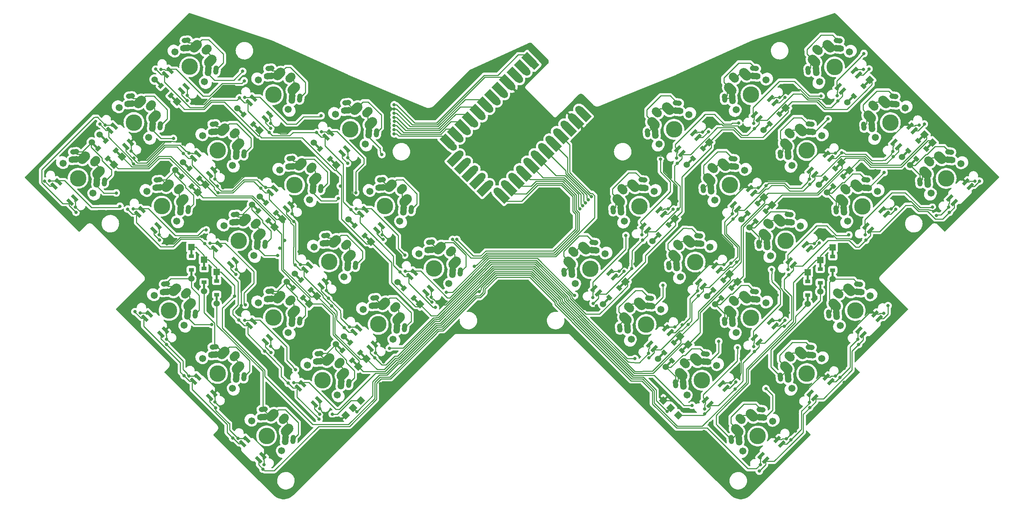
<source format=gbr>
G04 #@! TF.GenerationSoftware,KiCad,Pcbnew,(5.99.0-11349-g4025603a1f)*
G04 #@! TF.CreationDate,2022-06-14T13:32:38-04:00*
G04 #@! TF.ProjectId,eek,65656b2e-6b69-4636-9164-5f7063625858,rev?*
G04 #@! TF.SameCoordinates,Original*
G04 #@! TF.FileFunction,Copper,L1,Top*
G04 #@! TF.FilePolarity,Positive*
%FSLAX46Y46*%
G04 Gerber Fmt 4.6, Leading zero omitted, Abs format (unit mm)*
G04 Created by KiCad (PCBNEW (5.99.0-11349-g4025603a1f)) date 2022-06-14 13:32:38*
%MOMM*%
%LPD*%
G01*
G04 APERTURE LIST*
G04 Aperture macros list*
%AMHorizOval*
0 Thick line with rounded ends*
0 $1 width*
0 $2 $3 position (X,Y) of the first rounded end (center of the circle)*
0 $4 $5 position (X,Y) of the second rounded end (center of the circle)*
0 Add line between two ends*
20,1,$1,$2,$3,$4,$5,0*
0 Add two circle primitives to create the rounded ends*
1,1,$1,$2,$3*
1,1,$1,$4,$5*%
%AMRotRect*
0 Rectangle, with rotation*
0 The origin of the aperture is its center*
0 $1 length*
0 $2 width*
0 $3 Rotation angle, in degrees counterclockwise*
0 Add horizontal line*
21,1,$1,$2,0,0,$3*%
G04 Aperture macros list end*
G04 #@! TA.AperFunction,ConnectorPad*
%ADD10RotRect,1.524000X0.500000X225.000000*%
G04 #@! TD*
G04 #@! TA.AperFunction,SMDPad,CuDef*
%ADD11RotRect,0.900000X1.200000X225.000000*%
G04 #@! TD*
G04 #@! TA.AperFunction,ComponentPad*
%ADD12RotRect,1.524000X1.524000X225.000000*%
G04 #@! TD*
G04 #@! TA.AperFunction,ComponentPad*
%ADD13C,1.524000*%
G04 #@! TD*
G04 #@! TA.AperFunction,SMDPad,CuDef*
%ADD14R,1.200000X0.900000*%
G04 #@! TD*
G04 #@! TA.AperFunction,ConnectorPad*
%ADD15R,0.500000X1.524000*%
G04 #@! TD*
G04 #@! TA.AperFunction,ComponentPad*
%ADD16R,1.524000X1.524000*%
G04 #@! TD*
G04 #@! TA.AperFunction,ComponentPad*
%ADD17HorizOval,2.000000X0.176777X-0.176777X-0.176777X0.176777X0*%
G04 #@! TD*
G04 #@! TA.AperFunction,ComponentPad*
%ADD18HorizOval,1.550000X0.622622X-0.054472X-0.622622X0.054472X0*%
G04 #@! TD*
G04 #@! TA.AperFunction,ComponentPad*
%ADD19HorizOval,2.300000X-0.366635X0.366635X0.366635X-0.366635X0*%
G04 #@! TD*
G04 #@! TA.AperFunction,ComponentPad*
%ADD20HorizOval,1.250000X-0.041399X0.473192X0.041399X-0.473192X0*%
G04 #@! TD*
G04 #@! TA.AperFunction,ComponentPad*
%ADD21HorizOval,1.250000X0.473192X-0.041399X-0.473192X0.041399X0*%
G04 #@! TD*
G04 #@! TA.AperFunction,ComponentPad*
%ADD22HorizOval,1.550000X-0.054472X0.622622X0.054472X-0.622622X0*%
G04 #@! TD*
G04 #@! TA.AperFunction,SMDPad,CuDef*
%ADD23RotRect,1.800000X0.820000X225.000000*%
G04 #@! TD*
G04 #@! TA.AperFunction,ComponentPad*
%ADD24C,0.800000*%
G04 #@! TD*
G04 #@! TA.AperFunction,ComponentPad*
%ADD25C,3.987800*%
G04 #@! TD*
G04 #@! TA.AperFunction,ComponentPad*
%ADD26C,1.701800*%
G04 #@! TD*
G04 #@! TA.AperFunction,SMDPad,CuDef*
%ADD27RotRect,0.900000X1.200000X135.000000*%
G04 #@! TD*
G04 #@! TA.AperFunction,ConnectorPad*
%ADD28RotRect,1.524000X0.500000X135.000000*%
G04 #@! TD*
G04 #@! TA.AperFunction,ComponentPad*
%ADD29RotRect,1.524000X1.524000X135.000000*%
G04 #@! TD*
G04 #@! TA.AperFunction,ComponentPad*
%ADD30HorizOval,2.000000X-0.176777X-0.176777X0.176777X0.176777X0*%
G04 #@! TD*
G04 #@! TA.AperFunction,ComponentPad*
%ADD31HorizOval,1.550000X-0.054472X-0.622622X0.054472X0.622622X0*%
G04 #@! TD*
G04 #@! TA.AperFunction,ComponentPad*
%ADD32HorizOval,2.300000X-0.366635X-0.366635X0.366635X0.366635X0*%
G04 #@! TD*
G04 #@! TA.AperFunction,ComponentPad*
%ADD33HorizOval,1.250000X-0.041399X-0.473192X0.041399X0.473192X0*%
G04 #@! TD*
G04 #@! TA.AperFunction,ComponentPad*
%ADD34HorizOval,1.550000X0.622622X0.054472X-0.622622X-0.054472X0*%
G04 #@! TD*
G04 #@! TA.AperFunction,ComponentPad*
%ADD35HorizOval,1.250000X0.473192X0.041399X-0.473192X-0.041399X0*%
G04 #@! TD*
G04 #@! TA.AperFunction,SMDPad,CuDef*
%ADD36RotRect,1.800000X0.820000X135.000000*%
G04 #@! TD*
G04 #@! TA.AperFunction,SMDPad,CuDef*
%ADD37RotRect,1.524000X1.524000X315.000000*%
G04 #@! TD*
G04 #@! TA.AperFunction,SMDPad,CuDef*
%ADD38RotRect,1.524000X1.524000X225.000000*%
G04 #@! TD*
G04 #@! TA.AperFunction,SMDPad,CuDef*
%ADD39RotRect,2.000000X3.250000X225.000000*%
G04 #@! TD*
G04 #@! TA.AperFunction,ComponentPad*
%ADD40RotRect,1.752600X1.752600X225.000000*%
G04 #@! TD*
G04 #@! TA.AperFunction,ComponentPad*
%ADD41C,1.752600*%
G04 #@! TD*
G04 #@! TA.AperFunction,SMDPad,CuDef*
%ADD42RotRect,2.000000X3.250000X315.000000*%
G04 #@! TD*
G04 #@! TA.AperFunction,ViaPad*
%ADD43C,0.800000*%
G04 #@! TD*
G04 #@! TA.AperFunction,Conductor*
%ADD44C,0.250000*%
G04 #@! TD*
G04 APERTURE END LIST*
D10*
X165287683Y-105105780D03*
D11*
X165917008Y-104476455D03*
D10*
X168879785Y-101513678D03*
D11*
X168250460Y-102143003D03*
D12*
X169777811Y-100615652D03*
D13*
X164389657Y-106003806D03*
D11*
X180200564Y-86940207D03*
D10*
X180829889Y-86310882D03*
X177237787Y-89902984D03*
D11*
X177867112Y-89273659D03*
D12*
X181727915Y-85412856D03*
D13*
X176339761Y-90801010D03*
D10*
X189103039Y-67855395D03*
X185510937Y-71447497D03*
D11*
X188473714Y-68484720D03*
X186140262Y-70818172D03*
D12*
X190001065Y-66957369D03*
D13*
X184612911Y-72345523D03*
D10*
X207629236Y-59511535D03*
D11*
X204666459Y-62474312D03*
X206999911Y-60140860D03*
D10*
X204037134Y-63103637D03*
D12*
X208527262Y-58613509D03*
D13*
X203139108Y-64001663D03*
D11*
X224960423Y-55756797D03*
D10*
X224331098Y-56386122D03*
D11*
X227293875Y-53423345D03*
D10*
X227923200Y-52794020D03*
D12*
X228821226Y-51895994D03*
D13*
X223433072Y-57284148D03*
D10*
X182146051Y-114768949D03*
D11*
X181516726Y-115398274D03*
D10*
X178553949Y-118361051D03*
D11*
X179183274Y-117731726D03*
D12*
X183044077Y-113870923D03*
D13*
X177655923Y-119259077D03*
D11*
X193416726Y-100268274D03*
X191083274Y-102601726D03*
D10*
X190453949Y-103231051D03*
X194046051Y-99638949D03*
D12*
X194944077Y-98740923D03*
D13*
X189555923Y-104129077D03*
D11*
X199373274Y-84061726D03*
D10*
X202336051Y-81098949D03*
X198743949Y-84691051D03*
D11*
X201706726Y-81728274D03*
D12*
X203234077Y-80200923D03*
D13*
X197845923Y-85589077D03*
D11*
X218103274Y-75611726D03*
X220436726Y-73278274D03*
D10*
X217473949Y-76241051D03*
X221066051Y-72648949D03*
D12*
X221964077Y-71750923D03*
D13*
X216575923Y-77139077D03*
D10*
X241082777Y-65982223D03*
D11*
X240453452Y-66611548D03*
X238120000Y-68945000D03*
D10*
X237490675Y-69574325D03*
D12*
X241980803Y-65084197D03*
D13*
X236592649Y-70472351D03*
D10*
X180443949Y-120271051D03*
X184036051Y-116678949D03*
D11*
X181073274Y-119641726D03*
X183406726Y-117308274D03*
D12*
X184934077Y-115780923D03*
D13*
X179545923Y-121169077D03*
D11*
X195326726Y-102158274D03*
D10*
X195956051Y-101528949D03*
D11*
X192993274Y-104491726D03*
D10*
X192363949Y-105121051D03*
D12*
X196854077Y-100630923D03*
D13*
X191465923Y-106019077D03*
D11*
X203626726Y-83618274D03*
D10*
X200663949Y-86581051D03*
X204256051Y-82988949D03*
D11*
X201293274Y-85951726D03*
D12*
X205154077Y-82090923D03*
D13*
X199765923Y-87479077D03*
D11*
X222356726Y-75198274D03*
D10*
X219393949Y-78161051D03*
D11*
X220023274Y-77531726D03*
D10*
X222986051Y-74568949D03*
D12*
X223884077Y-73670923D03*
D13*
X218495923Y-79059077D03*
D14*
X213840000Y-100505000D03*
D15*
X213840000Y-104695000D03*
D14*
X213840000Y-103805000D03*
D15*
X213840000Y-99615000D03*
D16*
X213840000Y-98345000D03*
D13*
X213840000Y-105965000D03*
D14*
X216840000Y-100845000D03*
D15*
X216840000Y-101735000D03*
X216840000Y-96655000D03*
D14*
X216840000Y-97545000D03*
D16*
X216840000Y-95385000D03*
D13*
X216840000Y-103005000D03*
D15*
X219870000Y-93605000D03*
D14*
X219870000Y-94495000D03*
X219870000Y-97795000D03*
D15*
X219870000Y-98685000D03*
D16*
X219870000Y-92335000D03*
D13*
X219870000Y-99955000D03*
D17*
X209413974Y-118628491D03*
X209520040Y-118734557D03*
D18*
X214469787Y-118310293D03*
D19*
X212185833Y-117836531D03*
D20*
X207207801Y-123648949D03*
D21*
X214420290Y-116436460D03*
D22*
X209081634Y-123698447D03*
D19*
X208622014Y-121400350D03*
D23*
X219398322Y-124737894D03*
X215509234Y-128626981D03*
D24*
X214222300Y-129730067D03*
D23*
X214448574Y-127566321D03*
X218337662Y-123677233D03*
D24*
X220515550Y-123436817D03*
D25*
X213585904Y-122800421D03*
D26*
X209993802Y-126392523D03*
X217178006Y-119208319D03*
D18*
X202615850Y-133397122D03*
D17*
X197560037Y-133715320D03*
D19*
X200331896Y-132923360D03*
D17*
X197666103Y-133821386D03*
D20*
X195353864Y-138735778D03*
D19*
X196768077Y-136487179D03*
D22*
X197227697Y-138785276D03*
D21*
X202566353Y-131523289D03*
D23*
X207544385Y-139824723D03*
X203655297Y-143713810D03*
X202594637Y-142653150D03*
D24*
X202368363Y-144816896D03*
D23*
X206483725Y-138764062D03*
D24*
X208661613Y-138523646D03*
D26*
X205324069Y-134295148D03*
X198139865Y-141479352D03*
D25*
X201731967Y-137887250D03*
D17*
X170619268Y-106774552D03*
D19*
X173391127Y-105982592D03*
D17*
X170725334Y-106880618D03*
D18*
X175675081Y-106456354D03*
D22*
X170286928Y-111844508D03*
D21*
X175625584Y-104582521D03*
D19*
X169827308Y-109546411D03*
D20*
X168413095Y-111795010D03*
D23*
X180603616Y-112883955D03*
X176714528Y-116773042D03*
X175653868Y-115712382D03*
D24*
X175427594Y-117876128D03*
X181720844Y-111582878D03*
D23*
X179542956Y-111823294D03*
D25*
X174791198Y-110946482D03*
D26*
X171199096Y-114538584D03*
X178383300Y-107354380D03*
D17*
X229619550Y-58011762D03*
X229725616Y-58117828D03*
D18*
X234675363Y-57693564D03*
D19*
X232391409Y-57219802D03*
D20*
X227413377Y-63032220D03*
D19*
X228827590Y-60783621D03*
D22*
X229287210Y-63081718D03*
D21*
X234625866Y-55819731D03*
D23*
X239603898Y-64121165D03*
X235714810Y-68010252D03*
X234654150Y-66949592D03*
D24*
X234427876Y-69113338D03*
X240721126Y-62820088D03*
D23*
X238543238Y-63060504D03*
D25*
X233791480Y-62183692D03*
D26*
X230199378Y-65775794D03*
X237383582Y-58591590D03*
D17*
X196049655Y-51382635D03*
D18*
X200999402Y-50958371D03*
D17*
X195943589Y-51276569D03*
D19*
X198715448Y-50484609D03*
X195151629Y-54048428D03*
D22*
X195611249Y-56346525D03*
D20*
X193737416Y-56297027D03*
D21*
X200949905Y-49084538D03*
D23*
X205927937Y-57385972D03*
X202038849Y-61275059D03*
D24*
X200751915Y-62378145D03*
D23*
X200978189Y-60214399D03*
X204867277Y-56325311D03*
D24*
X207045165Y-56084895D03*
D26*
X203707621Y-51856397D03*
D25*
X200115519Y-55448499D03*
D26*
X196523417Y-59040601D03*
D17*
X222990425Y-78323403D03*
D18*
X227940172Y-77899139D03*
D19*
X225656218Y-77425377D03*
D17*
X222884359Y-78217337D03*
D19*
X222092399Y-80989196D03*
D20*
X220678186Y-83237795D03*
D22*
X222552019Y-83287293D03*
D21*
X227890675Y-76025306D03*
D23*
X232868707Y-84326740D03*
X228979619Y-88215827D03*
X227918959Y-87155167D03*
D24*
X227692685Y-89318913D03*
X233985935Y-83025663D03*
D23*
X231808047Y-83266079D03*
D26*
X230648391Y-78797165D03*
X223464187Y-85981369D03*
D25*
X227056289Y-82389267D03*
D18*
X221204979Y-44223180D03*
D19*
X218921025Y-43749418D03*
D17*
X216255232Y-44647444D03*
X216149166Y-44541378D03*
D19*
X215357206Y-47313237D03*
D22*
X215816826Y-49611334D03*
D21*
X221155482Y-42349347D03*
D20*
X213942993Y-49561836D03*
D23*
X226133514Y-50650781D03*
X222244426Y-54539868D03*
X221183766Y-53479208D03*
D24*
X220957492Y-55642954D03*
D23*
X225072854Y-49590120D03*
D24*
X227250742Y-49349704D03*
D26*
X216728994Y-52305410D03*
D25*
X220321096Y-48713308D03*
D26*
X223913198Y-45121206D03*
D18*
X209351042Y-86250777D03*
D17*
X204401295Y-86675041D03*
X204295229Y-86568975D03*
D19*
X207067088Y-85777015D03*
X203503269Y-89340834D03*
D22*
X203962889Y-91638931D03*
D21*
X209301545Y-84376944D03*
D20*
X202089056Y-91589433D03*
D23*
X214279577Y-92678378D03*
X210390489Y-96567465D03*
X209329829Y-95506805D03*
D24*
X209103555Y-97670551D03*
X215396805Y-91377301D03*
D23*
X213218917Y-91617717D03*
D26*
X204875057Y-94333007D03*
D25*
X208467159Y-90740905D03*
D26*
X212059261Y-87148803D03*
D17*
X184089651Y-120244936D03*
D19*
X186861510Y-119452976D03*
D17*
X184195717Y-120351002D03*
D18*
X189145464Y-119926738D03*
D20*
X181883478Y-125265394D03*
D22*
X183757311Y-125314892D03*
D21*
X189095967Y-118052905D03*
D19*
X183297691Y-123016795D03*
D23*
X194073999Y-126354339D03*
X190184911Y-130243426D03*
X189124251Y-129182766D03*
D24*
X188897977Y-131346512D03*
D23*
X193013339Y-125293678D03*
D24*
X195191227Y-125053262D03*
D26*
X191853683Y-120824764D03*
D25*
X188261581Y-124416866D03*
D26*
X184669479Y-128008968D03*
D19*
X198715449Y-104366146D03*
D17*
X196049656Y-105264172D03*
D18*
X200999403Y-104839908D03*
D17*
X195943590Y-105158106D03*
D22*
X195611250Y-110228062D03*
D19*
X195151630Y-107929965D03*
D20*
X193737417Y-110178564D03*
D21*
X200949906Y-102966075D03*
D23*
X205927938Y-111267509D03*
X202038850Y-115156596D03*
X200978190Y-114095936D03*
D24*
X200751916Y-116259682D03*
D23*
X204867278Y-110206848D03*
D24*
X207045166Y-109966432D03*
D25*
X200115520Y-109330036D03*
D26*
X203707622Y-105737934D03*
X196523418Y-112922138D03*
D18*
X214469788Y-64428755D03*
D17*
X209520041Y-64853019D03*
D19*
X212185834Y-63954993D03*
D17*
X209413975Y-64746953D03*
D21*
X214420291Y-62554922D03*
D22*
X209081635Y-69816909D03*
D20*
X207207802Y-69767411D03*
D19*
X208622015Y-67518812D03*
D23*
X219398323Y-70856356D03*
X215509235Y-74745443D03*
D24*
X214222301Y-75848529D03*
D23*
X214448575Y-73684783D03*
X218337663Y-69795695D03*
D24*
X220515551Y-69555279D03*
D25*
X213585905Y-68918883D03*
D26*
X217178007Y-65326781D03*
X209993803Y-72510985D03*
D19*
X185245064Y-90895761D03*
D17*
X182473205Y-91687721D03*
D18*
X187529018Y-91369523D03*
D17*
X182579271Y-91793787D03*
D21*
X187479521Y-89495690D03*
D20*
X180267032Y-96708179D03*
D19*
X181681245Y-94459580D03*
D22*
X182140865Y-96757677D03*
D23*
X192457553Y-97797124D03*
X188568465Y-101686211D03*
X187507805Y-100625551D03*
D24*
X187281531Y-102789297D03*
D23*
X191396893Y-96736463D03*
D24*
X193574781Y-96496047D03*
D25*
X186645135Y-95859651D03*
D26*
X183053033Y-99451753D03*
X190237237Y-92267549D03*
D18*
X248145747Y-71163947D03*
D17*
X243196000Y-71588211D03*
D19*
X245861793Y-70690185D03*
D17*
X243089934Y-71482145D03*
D20*
X240883761Y-76502603D03*
D22*
X242757594Y-76552101D03*
D21*
X248096250Y-69290114D03*
D19*
X242297974Y-74254004D03*
D23*
X253074282Y-77591548D03*
X249185194Y-81480635D03*
D24*
X247898260Y-82583721D03*
D23*
X248124534Y-80419975D03*
D24*
X254191510Y-76290471D03*
D23*
X252013622Y-76530887D03*
D26*
X243669762Y-79246177D03*
D25*
X247261864Y-75654075D03*
D26*
X250853966Y-72061973D03*
D18*
X195880656Y-72780393D03*
D19*
X193596702Y-72306631D03*
D17*
X190930909Y-73204657D03*
X190824843Y-73098591D03*
D20*
X188618670Y-78119049D03*
D19*
X190032883Y-75870450D03*
D22*
X190492503Y-78168547D03*
D21*
X195831159Y-70906560D03*
D23*
X200809191Y-79207994D03*
X196920103Y-83097081D03*
D24*
X195633169Y-84200167D03*
D23*
X195859443Y-82036421D03*
X199748531Y-78147333D03*
D24*
X201926419Y-77906917D03*
D25*
X194996773Y-77270521D03*
D26*
X191404671Y-80862623D03*
X198588875Y-73678419D03*
D17*
X169108887Y-78323403D03*
X169002821Y-78217337D03*
D18*
X174058634Y-77899139D03*
D19*
X171774680Y-77425377D03*
X168210861Y-80989196D03*
D21*
X174009137Y-76025306D03*
D22*
X168670481Y-83287293D03*
D20*
X166796648Y-83237795D03*
D23*
X178987169Y-84326740D03*
X175098081Y-88215827D03*
D24*
X173811147Y-89318913D03*
D23*
X174037421Y-87155167D03*
X177926509Y-83266079D03*
D24*
X180104397Y-83025663D03*
D26*
X169582649Y-85981369D03*
D25*
X173174751Y-82389267D03*
D26*
X176766853Y-78797165D03*
D19*
X223905067Y-102614996D03*
D18*
X226189021Y-103088758D03*
D17*
X221239274Y-103513022D03*
X221133208Y-103406956D03*
D22*
X220800868Y-108476912D03*
D21*
X226139524Y-101214925D03*
D19*
X220341248Y-106178815D03*
D20*
X218927035Y-108427414D03*
D23*
X231117556Y-109516359D03*
X227228468Y-113405446D03*
D24*
X225941534Y-114508532D03*
D23*
X226167808Y-112344786D03*
D24*
X232234784Y-108215282D03*
D23*
X230056896Y-108455698D03*
D26*
X228897240Y-103986784D03*
D25*
X225305138Y-107578886D03*
D26*
X221713036Y-111170988D03*
D17*
X157148884Y-93304168D03*
D18*
X162204697Y-92985970D03*
D17*
X157254950Y-93410234D03*
D19*
X159920743Y-92512208D03*
X156356924Y-96076027D03*
D22*
X156816544Y-98374124D03*
D20*
X154942711Y-98324626D03*
D21*
X162155200Y-91112137D03*
D23*
X167133232Y-99413571D03*
X163244144Y-103302658D03*
X162183484Y-102241998D03*
D24*
X161957210Y-104405744D03*
D23*
X166072572Y-98352910D03*
D24*
X168250460Y-98112494D03*
D26*
X157728712Y-101068200D03*
D25*
X161320814Y-97476098D03*
D26*
X164912916Y-93883996D03*
D18*
X182410272Y-59310009D03*
D19*
X180126318Y-58836247D03*
D17*
X177460525Y-59734273D03*
X177354459Y-59628207D03*
D19*
X176562499Y-62400066D03*
D22*
X177022119Y-64698163D03*
D21*
X182360775Y-57436176D03*
D20*
X175148286Y-64648665D03*
D23*
X187338807Y-65737610D03*
X183449719Y-69626697D03*
X182389059Y-68566037D03*
D24*
X182162785Y-70729783D03*
X188456035Y-64436533D03*
D23*
X186278147Y-64676949D03*
D25*
X181526389Y-63800137D03*
D26*
X177934287Y-67392239D03*
X185118491Y-60208035D03*
D27*
X44333274Y-66578274D03*
D28*
X47296051Y-69541051D03*
D27*
X46666726Y-68911726D03*
D28*
X43703949Y-65948949D03*
D29*
X48194077Y-70439077D03*
D13*
X42805923Y-65050923D03*
D28*
X63887223Y-72662223D03*
D27*
X66850000Y-75625000D03*
D28*
X67479325Y-76254325D03*
D27*
X64516548Y-73291548D03*
D29*
X68377351Y-77152351D03*
D13*
X62989197Y-71764197D03*
D28*
X94436051Y-103191051D03*
X90843949Y-99598949D03*
D27*
X91473274Y-100228274D03*
X93806726Y-102561726D03*
D29*
X95334077Y-104089077D03*
D13*
X89945923Y-98700923D03*
D14*
X68056128Y-100719861D03*
D15*
X68056128Y-96529861D03*
D14*
X68056128Y-97419861D03*
D15*
X68056128Y-101609861D03*
D16*
X68056128Y-95259861D03*
D13*
X68056128Y-102879861D03*
D28*
X61983949Y-74558949D03*
D27*
X64946726Y-77521726D03*
D28*
X65576051Y-78151051D03*
D27*
X62613274Y-75188274D03*
D29*
X66474077Y-79049077D03*
D13*
X61085923Y-73660923D03*
D15*
X64950000Y-93535000D03*
D14*
X64950000Y-97725000D03*
D15*
X64950000Y-98615000D03*
D14*
X64950000Y-94425000D03*
D16*
X64950000Y-92265000D03*
D13*
X64950000Y-99885000D03*
D28*
X41807223Y-67852223D03*
D27*
X42436548Y-68481548D03*
X44770000Y-70815000D03*
D28*
X45399325Y-71444325D03*
D29*
X46297351Y-72342351D03*
D13*
X40909197Y-66954197D03*
D28*
X84135737Y-86481051D03*
D27*
X83506412Y-85851726D03*
D28*
X80543635Y-82888949D03*
D27*
X81172960Y-83518274D03*
D29*
X85033763Y-87379077D03*
D13*
X79645609Y-81990923D03*
D27*
X85386726Y-83911726D03*
X83053274Y-81578274D03*
D28*
X82423949Y-80948949D03*
X86016051Y-84541051D03*
D29*
X86914077Y-85439077D03*
D13*
X81525923Y-80050923D03*
D28*
X92526051Y-105091051D03*
D27*
X91896726Y-104461726D03*
X89563274Y-102128274D03*
D28*
X88933949Y-101498949D03*
D29*
X93424077Y-105989077D03*
D13*
X88035923Y-100600923D03*
D28*
X99055690Y-71520980D03*
X95463588Y-67928878D03*
D27*
X98426365Y-70891655D03*
X96092913Y-68558203D03*
D29*
X99953716Y-72419006D03*
D13*
X94565562Y-67030852D03*
D27*
X57626303Y-53284697D03*
X59959755Y-55618149D03*
D28*
X60589080Y-56247474D03*
X56996978Y-52655372D03*
D29*
X61487106Y-57145500D03*
D13*
X56098952Y-51757346D03*
D27*
X104436772Y-87084401D03*
X106770224Y-89417853D03*
D28*
X103807447Y-86455076D03*
X107399549Y-90047178D03*
D29*
X108297575Y-90945204D03*
D13*
X102909421Y-85557050D03*
D27*
X79900167Y-62547795D03*
D28*
X80529492Y-63177120D03*
D27*
X77566715Y-60214343D03*
D28*
X76937390Y-59585018D03*
D29*
X81427518Y-64075146D03*
D13*
X76039364Y-58686992D03*
D27*
X116316166Y-102216486D03*
D28*
X115686841Y-101587161D03*
X119278943Y-105179263D03*
D27*
X118649618Y-104549938D03*
D29*
X120176969Y-106077289D03*
D13*
X114788815Y-100689135D03*
D28*
X100803949Y-116608949D03*
X104396051Y-120201051D03*
D27*
X101433274Y-117238274D03*
X103766726Y-119571726D03*
D29*
X105294077Y-121099077D03*
D13*
X99905923Y-115710923D03*
D15*
X71080000Y-104625000D03*
D14*
X71080000Y-100435000D03*
D15*
X71080000Y-99545000D03*
D14*
X71080000Y-103735000D03*
D16*
X71080000Y-98275000D03*
D13*
X71080000Y-105895000D03*
D27*
X103363274Y-115358274D03*
X105696726Y-117691726D03*
D28*
X106326051Y-118321051D03*
X102733949Y-114728949D03*
D29*
X107224077Y-119219077D03*
D13*
X101835923Y-113830923D03*
D11*
X240073274Y-70871726D03*
D10*
X239443949Y-71501051D03*
D11*
X242406726Y-68538274D03*
D10*
X243036051Y-67908949D03*
D12*
X243934077Y-67010923D03*
D13*
X238545923Y-72399077D03*
D30*
X87324789Y-133682739D03*
D31*
X87642987Y-138738552D03*
D30*
X87218723Y-133788805D03*
D32*
X88116749Y-136454598D03*
D33*
X89516820Y-138689055D03*
D34*
X82254833Y-133350399D03*
D32*
X84552930Y-132890779D03*
D35*
X82304331Y-131476566D03*
D36*
X81215386Y-143667087D03*
X77326299Y-139777999D03*
D24*
X76223213Y-138491065D03*
D36*
X78386959Y-138717339D03*
X82276047Y-142606427D03*
D24*
X82516463Y-144784315D03*
D26*
X79560757Y-134262567D03*
X86744961Y-141446771D03*
D25*
X83152859Y-137854669D03*
D31*
X101113371Y-125268166D03*
D32*
X101587133Y-122984212D03*
D30*
X100689107Y-120318419D03*
X100795173Y-120212353D03*
D34*
X95725217Y-119880013D03*
D32*
X98023314Y-119420393D03*
D33*
X102987204Y-125218669D03*
D35*
X95774715Y-118006180D03*
D36*
X94685770Y-130196701D03*
X90796683Y-126307613D03*
X91857343Y-125246953D03*
D24*
X89693597Y-125020679D03*
D36*
X95746431Y-129136041D03*
D24*
X95986847Y-131313929D03*
D25*
X96623243Y-124384283D03*
D26*
X93031141Y-120792181D03*
X100215345Y-127976385D03*
D31*
X55583472Y-63034991D03*
D30*
X55265274Y-57979178D03*
X55159208Y-58085244D03*
D32*
X56057234Y-60751037D03*
D35*
X50244816Y-55773005D03*
D34*
X50195318Y-57646838D03*
D33*
X57457305Y-62985494D03*
D32*
X52493415Y-57187218D03*
D36*
X49155871Y-67963526D03*
X45266784Y-64074438D03*
D24*
X44163698Y-62787504D03*
D36*
X46327444Y-63013778D03*
D24*
X50456948Y-69080754D03*
D36*
X50216532Y-66902866D03*
D26*
X47501242Y-58559006D03*
D25*
X51093344Y-62151108D03*
D26*
X54685446Y-65743210D03*
D30*
X88835169Y-105231589D03*
X88941235Y-105125523D03*
D32*
X89733195Y-107897382D03*
D31*
X89259433Y-110181336D03*
D34*
X83871279Y-104793183D03*
D32*
X86169376Y-104333563D03*
D33*
X91133266Y-110131839D03*
D35*
X83920777Y-102919350D03*
D36*
X82831832Y-115109871D03*
X78942745Y-111220783D03*
X80003405Y-110160123D03*
D24*
X77839659Y-109933849D03*
X84132909Y-116227099D03*
D36*
X83892493Y-114049211D03*
D26*
X81177203Y-105705351D03*
X88361407Y-112889555D03*
D25*
X84769305Y-109297453D03*
D30*
X41794889Y-71449563D03*
X41688823Y-71555629D03*
D31*
X42113087Y-76505376D03*
D32*
X42586849Y-74221422D03*
D34*
X36724933Y-71117223D03*
D32*
X39023030Y-70657603D03*
D33*
X43986920Y-76455879D03*
D35*
X36774431Y-69243390D03*
D36*
X35685486Y-81433911D03*
X31796399Y-77544823D03*
X32857059Y-76484163D03*
D24*
X30693313Y-76257889D03*
X36986563Y-82551139D03*
D36*
X36746147Y-80373251D03*
D26*
X41215061Y-79213595D03*
D25*
X37622959Y-75621493D03*
D26*
X34030857Y-72029391D03*
D30*
X94059980Y-73066009D03*
D31*
X94378178Y-78121822D03*
D30*
X93953914Y-73172075D03*
D32*
X94851940Y-75837868D03*
D34*
X88990024Y-72733669D03*
D33*
X96252011Y-78072325D03*
D35*
X89039522Y-70859836D03*
D32*
X91288121Y-72274049D03*
D36*
X87950577Y-83050357D03*
X84061490Y-79161269D03*
D24*
X82958404Y-77874335D03*
D36*
X85122150Y-78100609D03*
D24*
X89251654Y-84167585D03*
D36*
X89011238Y-81989697D03*
D25*
X89888050Y-77237939D03*
D26*
X86295948Y-73645837D03*
X93480152Y-80830041D03*
D30*
X75364785Y-118701973D03*
X75470851Y-118595907D03*
D31*
X75789049Y-123651720D03*
D32*
X76262811Y-121367766D03*
D34*
X70400895Y-118263567D03*
D33*
X77662882Y-123602223D03*
D35*
X70450393Y-116389734D03*
D32*
X72698992Y-117803947D03*
D36*
X69361448Y-128580255D03*
X65472361Y-124691167D03*
D24*
X64369275Y-123404233D03*
D36*
X66533021Y-123630507D03*
D24*
X70662525Y-129697483D03*
D36*
X70422109Y-127519595D03*
D25*
X71298921Y-122767837D03*
D26*
X67706819Y-119175735D03*
X74891023Y-126359939D03*
D32*
X81381557Y-89308252D03*
D31*
X80907795Y-91592206D03*
D30*
X80589597Y-86536393D03*
X80483531Y-86642459D03*
D32*
X77817738Y-85744433D03*
D35*
X75569139Y-84330220D03*
D34*
X75519641Y-86204053D03*
D33*
X82781628Y-91542709D03*
D36*
X74480194Y-96520741D03*
X70591107Y-92631653D03*
D24*
X69488021Y-91344719D03*
D36*
X71651767Y-91570993D03*
X75540855Y-95460081D03*
D24*
X75781271Y-97637969D03*
D26*
X80009769Y-94300425D03*
D25*
X76417667Y-90708323D03*
D26*
X72825565Y-87116221D03*
D30*
X75470851Y-64714372D03*
D32*
X76262811Y-67486231D03*
D31*
X75789049Y-69770185D03*
D30*
X75364785Y-64820438D03*
D34*
X70400895Y-64382032D03*
D35*
X70450393Y-62508199D03*
D33*
X77662882Y-69720688D03*
D32*
X72698992Y-63922412D03*
D36*
X69361448Y-74698720D03*
X65472361Y-70809632D03*
X66533021Y-69748972D03*
D24*
X64369275Y-69522698D03*
D36*
X70422109Y-73638060D03*
D24*
X70662525Y-75815948D03*
D25*
X71298921Y-68886302D03*
D26*
X67706819Y-65294200D03*
X74891023Y-72478404D03*
D30*
X102411618Y-91655139D03*
D32*
X103203578Y-94426998D03*
D30*
X102305552Y-91761205D03*
D31*
X102729816Y-96710952D03*
D34*
X97341662Y-91322799D03*
D33*
X104603649Y-96661455D03*
D32*
X99639759Y-90863179D03*
D35*
X97391160Y-89448966D03*
D36*
X96302215Y-101639487D03*
X92413128Y-97750399D03*
X93473788Y-96689739D03*
D24*
X91310042Y-96463465D03*
X97603292Y-102756715D03*
D36*
X97362876Y-100578827D03*
D25*
X98239688Y-95827069D03*
D26*
X94647586Y-92234967D03*
X101831790Y-99419171D03*
D31*
X62318665Y-83240568D03*
D30*
X61894401Y-78290821D03*
D32*
X62792427Y-80956614D03*
D30*
X62000467Y-78184755D03*
D32*
X59228608Y-77392795D03*
D34*
X56930511Y-77852415D03*
D33*
X64192498Y-83191071D03*
D35*
X56980009Y-75978582D03*
D36*
X55891064Y-88169103D03*
X52001977Y-84280015D03*
X53062637Y-83219355D03*
D24*
X50898891Y-82993081D03*
X57192141Y-89286331D03*
D36*
X56951725Y-87108443D03*
D26*
X54236435Y-78764583D03*
X61420639Y-85948787D03*
D25*
X57828537Y-82356685D03*
D30*
X114265556Y-106741970D03*
X114159490Y-106848036D03*
D32*
X115057516Y-109513829D03*
D31*
X114583754Y-111797783D03*
D32*
X111493697Y-105950010D03*
D34*
X109195600Y-106409630D03*
D33*
X116457587Y-111748286D03*
D35*
X109245098Y-104535797D03*
D36*
X108156153Y-116726318D03*
X104267066Y-112837230D03*
X105327726Y-111776570D03*
D24*
X103163980Y-111550296D03*
D36*
X109216814Y-115665658D03*
D24*
X109457230Y-117843546D03*
D25*
X110093626Y-110913900D03*
D26*
X106501524Y-107321798D03*
X113685728Y-114506002D03*
D30*
X68629592Y-44614860D03*
D32*
X69527618Y-47280653D03*
D31*
X69053856Y-49564607D03*
D30*
X68735658Y-44508794D03*
D32*
X65963799Y-43716834D03*
D35*
X63715200Y-42302621D03*
D34*
X63665702Y-44176454D03*
D33*
X70927689Y-49515110D03*
D36*
X62626255Y-54493142D03*
X58737168Y-50604054D03*
D24*
X57634082Y-49317120D03*
D36*
X59797828Y-49543394D03*
D24*
X63927332Y-55610370D03*
D36*
X63686916Y-53432482D03*
D26*
X68155830Y-52272826D03*
X60971626Y-45088622D03*
D25*
X64563728Y-48680724D03*
D30*
X88941235Y-51243986D03*
X88835169Y-51350052D03*
D31*
X89259433Y-56299799D03*
D32*
X89733195Y-54015845D03*
D34*
X83871279Y-50911646D03*
D35*
X83920777Y-49037813D03*
D32*
X86169376Y-50452026D03*
D33*
X91133266Y-56250302D03*
D36*
X82831832Y-61228334D03*
X78942745Y-57339246D03*
X80003405Y-56278586D03*
D24*
X77839659Y-56052312D03*
D36*
X83892493Y-60167674D03*
D24*
X84132909Y-62345562D03*
D25*
X84769305Y-55415916D03*
D26*
X88361407Y-59008018D03*
X81177203Y-51823814D03*
D32*
X116673962Y-80956614D03*
D31*
X116200200Y-83240568D03*
D30*
X115775936Y-78290821D03*
X115882002Y-78184755D03*
D35*
X110861544Y-75978582D03*
D32*
X113110143Y-77392795D03*
D34*
X110812046Y-77852415D03*
D33*
X118074033Y-83191071D03*
D36*
X109772599Y-88169103D03*
X105883512Y-84280015D03*
X106944172Y-83219355D03*
D24*
X104780426Y-82993081D03*
D36*
X110833260Y-87108443D03*
D24*
X111073676Y-89286331D03*
D25*
X111710072Y-82356685D03*
D26*
X115302174Y-85948787D03*
X108117970Y-78764583D03*
D30*
X63751616Y-103374373D03*
D32*
X64543576Y-106146232D03*
D30*
X63645550Y-103480439D03*
D31*
X64069814Y-108430186D03*
D35*
X58731158Y-101168200D03*
D34*
X58681660Y-103042033D03*
D32*
X60979757Y-102582413D03*
D33*
X65943647Y-108380689D03*
D36*
X57642213Y-113358721D03*
X53753126Y-109469633D03*
D24*
X52650040Y-108182699D03*
D36*
X54813786Y-108408973D03*
D24*
X58943290Y-114475949D03*
D36*
X58702874Y-112298061D03*
D25*
X59579686Y-107546303D03*
D26*
X55987584Y-103954201D03*
X63171788Y-111138405D03*
D32*
X128527902Y-96043444D03*
D30*
X127735942Y-93271585D03*
X127629876Y-93377651D03*
D31*
X128054140Y-98327398D03*
D34*
X122665986Y-92939245D03*
D35*
X122715484Y-91065412D03*
D32*
X124964083Y-92479625D03*
D33*
X129927973Y-98277901D03*
D36*
X121626539Y-103255933D03*
X117737452Y-99366845D03*
D24*
X116634366Y-98079911D03*
D36*
X118798112Y-98306185D03*
D24*
X122927616Y-104373161D03*
D36*
X122687200Y-102195273D03*
D26*
X127156114Y-101035617D03*
X119971910Y-93851413D03*
D25*
X123564012Y-97443515D03*
D31*
X107848562Y-64651438D03*
D32*
X108322324Y-62367484D03*
D30*
X107530364Y-59595625D03*
X107424298Y-59701691D03*
D32*
X104758505Y-58803665D03*
D35*
X102509906Y-57389452D03*
D34*
X102460408Y-59263285D03*
D33*
X109722395Y-64601941D03*
D36*
X101420961Y-69579973D03*
X97531874Y-65690885D03*
D24*
X96428788Y-64403951D03*
D36*
X98592534Y-64630225D03*
X102481622Y-68519313D03*
D24*
X102722038Y-70697201D03*
D25*
X103358434Y-63767555D03*
D26*
X99766332Y-60175453D03*
X106950536Y-67359657D03*
D37*
X105846051Y-129303949D03*
X104050000Y-131100000D03*
X102253949Y-132896051D03*
D38*
X182546051Y-132921051D03*
X180750000Y-131125000D03*
X178953949Y-129328949D03*
D39*
X146522845Y-46934652D03*
D40*
X147780081Y-48191888D03*
D41*
X145984030Y-49987939D03*
D39*
X144726794Y-48730703D03*
X142930743Y-50526754D03*
D41*
X144187979Y-51783990D03*
D39*
X141134692Y-52322805D03*
D41*
X142391927Y-53580041D03*
X140595876Y-55376092D03*
D39*
X139338640Y-54118857D03*
X137542589Y-55914908D03*
D41*
X138799825Y-57172144D03*
D39*
X135746538Y-57710959D03*
D41*
X137003774Y-58968195D03*
D39*
X133950487Y-59507010D03*
D41*
X135207722Y-60764246D03*
X133411671Y-62560297D03*
D39*
X132154435Y-61303062D03*
X130358384Y-63099113D03*
D41*
X131615620Y-64356349D03*
X129819569Y-66152400D03*
D39*
X128562333Y-64895164D03*
X126766282Y-66691215D03*
D41*
X128185162Y-68110096D03*
D39*
X140057061Y-79981994D03*
D41*
X138799825Y-78724758D03*
D39*
X141853112Y-78185943D03*
D41*
X140595876Y-76928707D03*
D39*
X143649163Y-76389892D03*
D41*
X142391927Y-75132656D03*
X144187979Y-73336605D03*
D39*
X145445214Y-74593841D03*
D41*
X145984030Y-71540554D03*
D39*
X147241266Y-72797789D03*
D41*
X147780081Y-69744502D03*
D39*
X149037317Y-71001738D03*
D41*
X149576132Y-67948451D03*
D39*
X150833368Y-69205687D03*
X152629419Y-67409636D03*
D41*
X151372184Y-66152400D03*
D39*
X154425471Y-65613584D03*
D41*
X153168235Y-64356349D03*
D39*
X156221522Y-63817533D03*
D41*
X154964286Y-62560297D03*
X156760337Y-60764246D03*
D39*
X158017573Y-62021482D03*
X159813624Y-60225431D03*
D41*
X158556388Y-58968195D03*
X129819569Y-69744502D03*
D42*
X128472530Y-71091541D03*
X130268582Y-72887592D03*
D41*
X131615620Y-71540554D03*
X133411671Y-73336605D03*
D42*
X132064633Y-74683643D03*
X133860684Y-76479694D03*
D41*
X135207722Y-75132656D03*
D42*
X135656735Y-78275746D03*
D41*
X137003774Y-76928707D03*
D43*
X113960969Y-61885523D03*
X100931466Y-77478998D03*
X113950137Y-62885466D03*
X87533390Y-90624586D03*
X86332198Y-92462188D03*
X113949646Y-63885467D03*
X75366572Y-104071620D03*
X113950754Y-64885468D03*
X113933879Y-59871554D03*
X77350872Y-49775872D03*
X60637328Y-65991992D03*
X46830000Y-79165000D03*
X113923253Y-60886233D03*
X85822347Y-94247347D03*
X110975000Y-69877347D03*
X69855000Y-110935000D03*
X129077569Y-90387263D03*
X100466076Y-80503618D03*
X128050000Y-90385000D03*
X133267347Y-96872347D03*
X192340000Y-115035000D03*
X178860000Y-101495000D03*
X203728818Y-126446409D03*
X158819878Y-83042642D03*
X159484214Y-82295206D03*
X160149067Y-81548230D03*
X232270000Y-74235000D03*
X160850000Y-80835000D03*
X218740000Y-61285000D03*
X161550000Y-80085000D03*
X179860000Y-131975000D03*
X63980000Y-56835000D03*
X134520000Y-102995000D03*
X113939762Y-57871575D03*
X104970000Y-132045000D03*
X88928017Y-121842451D03*
X190660000Y-62505000D03*
X179330000Y-71415000D03*
X42212653Y-63432347D03*
X222672226Y-121534700D03*
X86035026Y-118383775D03*
X67471380Y-89745075D03*
X113940783Y-58871576D03*
X39180424Y-84707816D03*
X244740000Y-83385000D03*
X162780000Y-106485000D03*
X101970000Y-109125000D03*
X218260000Y-56445000D03*
X92700000Y-134925000D03*
X204790000Y-103045000D03*
X112975793Y-91443007D03*
X53120000Y-67015000D03*
X206475000Y-103845000D03*
X209201842Y-108064315D03*
X104220414Y-79991377D03*
X172070769Y-96326133D03*
X170407136Y-96210377D03*
X207140000Y-100595000D03*
X110617653Y-125242653D03*
X188730000Y-136745000D03*
X210830000Y-136655000D03*
X86035026Y-64502238D03*
X99505409Y-104913391D03*
X191487990Y-93922990D03*
X112630000Y-61585000D03*
X115820000Y-95295000D03*
X85105000Y-121325000D03*
X197347903Y-123151145D03*
X195731457Y-94593930D03*
X225130000Y-90405000D03*
X190320000Y-134845000D03*
X179666551Y-108813143D03*
X182261073Y-81123546D03*
X111359347Y-120000222D03*
X62990000Y-67315000D03*
X230130000Y-73805000D03*
X72564642Y-77972624D03*
X118920355Y-95564645D03*
X174300000Y-73105000D03*
X197820000Y-63235000D03*
X173350000Y-94625000D03*
X183877520Y-109680761D03*
X81323554Y-75388554D03*
X72690000Y-131915000D03*
X171930000Y-91355000D03*
X52407570Y-71237430D03*
X94310000Y-63385000D03*
X197710000Y-119145000D03*
X222611200Y-124926200D03*
X90940000Y-93315000D03*
X76987378Y-106378621D03*
X59094258Y-91443007D03*
X183490000Y-131675000D03*
X76490000Y-53745000D03*
X56350000Y-49265000D03*
X196301385Y-126502831D03*
X49570000Y-83075000D03*
X63200000Y-123355000D03*
X103521775Y-83162787D03*
X162010000Y-105845000D03*
X234520000Y-70425000D03*
X42850000Y-62565000D03*
X50990000Y-72137451D03*
X172090000Y-119175000D03*
X188950000Y-132545000D03*
X209273261Y-98929202D03*
X76420000Y-109875000D03*
X226111240Y-115767183D03*
X187451237Y-104047948D03*
X214320000Y-77105000D03*
X195802875Y-85458818D03*
X175480000Y-119005000D03*
X98880000Y-106505000D03*
X173980853Y-90577564D03*
X184940000Y-110915000D03*
X196660000Y-95875000D03*
X51350000Y-107845000D03*
X95840000Y-133815000D03*
X112810000Y-116685000D03*
X202130000Y-146375000D03*
X90010000Y-96545000D03*
X71434485Y-79147635D03*
X76570000Y-56175000D03*
X68160000Y-91435000D03*
X99010000Y-132605000D03*
X83770000Y-64565000D03*
X200921621Y-63636796D03*
X126498505Y-103135725D03*
X182540000Y-83105000D03*
X74970000Y-138415000D03*
X115375715Y-98249617D03*
X123930000Y-106815000D03*
X171330000Y-97445000D03*
X227862391Y-90577564D03*
X214310000Y-131005000D03*
X248067966Y-83842372D03*
X29540000Y-76295000D03*
X82670000Y-117365000D03*
X221127198Y-56901605D03*
X182332491Y-71988434D03*
X200921622Y-117518333D03*
X81720000Y-78025000D03*
X88330000Y-125125000D03*
X63070000Y-69605000D03*
X208155324Y-111416001D03*
X101905329Y-111720002D03*
X95170137Y-64573657D03*
X77730000Y-52085000D03*
X84140000Y-63535000D03*
X102710000Y-71995000D03*
X96301508Y-60500722D03*
X111300000Y-90385000D03*
X104653146Y-79089852D03*
X116507086Y-94176682D03*
X123060000Y-105525000D03*
X157554935Y-103935721D03*
X169470000Y-98095000D03*
X181330000Y-83065000D03*
X169907918Y-89446193D03*
X189830000Y-64365000D03*
X178298241Y-70985871D03*
X208290000Y-56105000D03*
X197176203Y-62258984D03*
X217054263Y-55770234D03*
X228630000Y-49215000D03*
X227413377Y-45467688D03*
X241990000Y-62515000D03*
X51122944Y-70772056D03*
X37120000Y-83865000D03*
X71220000Y-77555000D03*
X89700000Y-86025000D03*
X98110000Y-104595000D03*
X109250000Y-119015000D03*
X183490000Y-111045000D03*
X195310000Y-96105000D03*
X203760000Y-77405000D03*
X222010000Y-69475000D03*
X57260000Y-90585000D03*
X47710000Y-82385000D03*
X68570000Y-88115000D03*
X75760000Y-98865000D03*
X84160000Y-117695000D03*
X77979526Y-106253543D03*
X90110000Y-121855000D03*
X95930000Y-132635000D03*
X196470000Y-124805000D03*
X185870000Y-130475000D03*
X208280000Y-109925000D03*
X196870000Y-116575000D03*
X216600000Y-91195000D03*
X205100000Y-97665000D03*
X235110000Y-83105000D03*
X223760000Y-89315000D03*
X243930000Y-82615000D03*
X255310000Y-76315000D03*
X233224734Y-106390947D03*
X244890000Y-84615000D03*
X58950000Y-115775000D03*
X70860000Y-131095000D03*
X82260000Y-145885000D03*
X209785913Y-138799418D03*
X221639850Y-123712589D03*
D44*
X65963799Y-43818443D02*
X65483646Y-44298596D01*
X65963799Y-43641201D02*
X67520000Y-42085000D01*
X63728665Y-44549306D02*
X63516189Y-44389950D01*
X63932742Y-42490434D02*
X63681663Y-42336263D01*
X65963799Y-43716834D02*
X65963799Y-43641201D01*
X71032888Y-49775872D02*
X70786268Y-49529252D01*
X69150000Y-42085000D02*
X72690000Y-45625000D01*
X65483646Y-44298596D02*
X63728665Y-44549306D01*
X65150626Y-42903661D02*
X64345969Y-42903661D01*
X65963799Y-43716834D02*
X65963799Y-43818443D01*
X65963799Y-43716834D02*
X65150626Y-42903661D01*
X72690000Y-45625000D02*
X72690000Y-47752799D01*
X64345969Y-42903661D02*
X63932742Y-42490434D01*
X72690000Y-47752799D02*
X70927689Y-49515110D01*
X67520000Y-42085000D02*
X69150000Y-42085000D01*
X120176969Y-106077289D02*
X119638154Y-106616104D01*
X197714341Y-65716902D02*
X195852894Y-63855455D01*
X124857223Y-64084957D02*
X128788166Y-60154014D01*
X223344270Y-58981712D02*
X217919919Y-58981712D01*
X169093612Y-102908612D02*
X163557225Y-108445000D01*
X132154436Y-61303062D02*
X133411671Y-62560297D01*
X113295608Y-100804690D02*
X113295608Y-95943237D01*
X124368933Y-108815000D02*
X122914680Y-108815000D01*
X228821226Y-51895994D02*
X229360041Y-52434809D01*
X181870491Y-87034509D02*
X181180000Y-87725000D01*
X119638154Y-106616104D02*
X119107022Y-106616104D01*
X69800000Y-57235000D02*
X68040000Y-58995000D01*
X101200000Y-85205000D02*
X101222458Y-85178251D01*
X216058471Y-57120264D02*
X210020507Y-57120264D01*
X190539880Y-68195120D02*
X189430000Y-69305000D01*
X132154435Y-61303062D02*
X132154436Y-61303062D01*
X99634664Y-73708716D02*
X91728203Y-65802255D01*
X136053205Y-97130728D02*
X124368933Y-108815000D01*
X209066077Y-59683456D02*
X207762266Y-60987266D01*
X101222458Y-77372542D02*
X101200000Y-85205000D01*
X99953716Y-73708716D02*
X99634664Y-73708716D01*
X72978610Y-57235000D02*
X69800000Y-57235000D01*
X131005387Y-60154014D02*
X132154435Y-61303062D01*
X190539880Y-67496184D02*
X190539880Y-68195120D01*
X170316626Y-101685599D02*
X169093612Y-102908612D01*
X101222458Y-77372542D02*
X101037922Y-77372542D01*
X207762266Y-60987266D02*
X203014533Y-65735000D01*
X81427518Y-65382518D02*
X81126128Y-65382518D01*
X210020507Y-57120264D02*
X208527262Y-58613509D01*
X229360041Y-52434809D02*
X229360041Y-52965941D01*
X174600000Y-95793463D02*
X169777811Y-100615652D01*
X199496021Y-65735000D02*
X199477924Y-65716903D01*
X217919919Y-58981712D02*
X216058471Y-57120264D01*
X209066077Y-59152324D02*
X209066077Y-59683456D01*
X156379991Y-104610872D02*
X156379990Y-104131853D01*
X170316626Y-101154467D02*
X170316626Y-101685599D01*
X174610000Y-94295000D02*
X174600000Y-95793463D01*
X101200000Y-85456391D02*
X101200000Y-85205000D01*
X181870491Y-85555432D02*
X181870491Y-87034509D01*
X81670000Y-65595000D02*
X81427518Y-65382518D01*
X128788166Y-60154014D02*
X131005387Y-60154014D01*
X122914680Y-108815000D02*
X120176969Y-106077289D01*
X137226390Y-95895020D02*
X136053205Y-97068205D01*
X99953716Y-73708716D02*
X99953716Y-72419006D01*
X136053205Y-97068205D02*
X136053205Y-97130728D01*
X195852894Y-63855455D02*
X193102979Y-63855455D01*
X189430000Y-69305000D02*
X183436084Y-75298916D01*
X183436084Y-83704687D02*
X181727915Y-85412856D01*
X107758760Y-91484019D02*
X107227628Y-91484019D01*
X163557225Y-108445000D02*
X160214119Y-108445000D01*
X181727915Y-85412856D02*
X181870491Y-85555432D01*
X63310000Y-58968394D02*
X61487106Y-57145500D01*
X208527262Y-58613509D02*
X209066077Y-59152324D01*
X113295608Y-95943237D02*
X108297575Y-90945204D01*
X229360041Y-52965941D02*
X228010491Y-54315491D01*
X108297575Y-90945204D02*
X107758760Y-91484019D01*
X101037922Y-77372542D02*
X100931466Y-77478998D01*
X81847255Y-65802255D02*
X81670000Y-65595000D01*
X68040000Y-58995000D02*
X63310000Y-58995000D01*
X199477924Y-65716903D02*
X197714341Y-65716902D01*
X119107022Y-106616104D02*
X113295608Y-100804690D01*
X203014533Y-65735000D02*
X199496021Y-65735000D01*
X169777811Y-100615652D02*
X170316626Y-101154467D01*
X81427518Y-65382518D02*
X81427518Y-64075146D01*
X101222458Y-77372542D02*
X101222458Y-74977458D01*
X113960969Y-61885523D02*
X114526654Y-61885523D01*
X193102979Y-63855455D02*
X190001065Y-66957369D01*
X228010491Y-54315491D02*
X223344270Y-58981712D01*
X148143157Y-95895020D02*
X137226390Y-95895020D01*
X190001065Y-66957369D02*
X190539880Y-67496184D01*
X91728203Y-65802255D02*
X81877255Y-65802255D01*
X160214119Y-108445000D02*
X156379991Y-104610872D01*
X156379990Y-104131853D02*
X148143157Y-95895020D01*
X107227628Y-91484019D02*
X101200000Y-85456391D01*
X63310000Y-58995000D02*
X63310000Y-58968394D01*
X116726088Y-64084957D02*
X124857223Y-64084957D01*
X81877255Y-65802255D02*
X81670000Y-65595000D01*
X81126128Y-65382518D02*
X72978610Y-57235000D01*
X181180000Y-87725000D02*
X174610000Y-94295000D01*
X114526654Y-61885523D02*
X116726088Y-64084957D01*
X183436084Y-75298916D02*
X183436084Y-83704687D01*
X101222458Y-74977458D02*
X99953716Y-73708716D01*
X86169376Y-50452026D02*
X85356203Y-49638853D01*
X83934242Y-51284498D02*
X83721766Y-51125142D01*
X87810000Y-48815000D02*
X88843251Y-48815000D01*
X84551546Y-49638853D02*
X84138319Y-49225626D01*
X86169376Y-50553635D02*
X85438513Y-51284498D01*
X86169376Y-50452026D02*
X86172974Y-50452026D01*
X85356203Y-49638853D02*
X84551546Y-49638853D01*
X92510000Y-52481749D02*
X92510000Y-54873568D01*
X86172974Y-50452026D02*
X87810000Y-48815000D01*
X92510000Y-54873568D02*
X91133266Y-56250302D01*
X84138319Y-49225626D02*
X83887240Y-49071455D01*
X88843251Y-48815000D02*
X92510000Y-52481749D01*
X85438513Y-51284498D02*
X83934242Y-51284498D01*
X86169376Y-50452026D02*
X86169376Y-50553635D01*
X104758505Y-58803665D02*
X104758505Y-58796495D01*
X102727448Y-57577265D02*
X102476369Y-57423094D01*
X107660000Y-57175000D02*
X110830000Y-60345000D01*
X104758505Y-58803665D02*
X104449293Y-58494453D01*
X104278352Y-59385427D02*
X102523371Y-59636137D01*
X104449293Y-58494453D02*
X103644636Y-58494453D01*
X106380000Y-57175000D02*
X107660000Y-57175000D01*
X104758505Y-58905274D02*
X104278352Y-59385427D01*
X103644636Y-58494453D02*
X102727448Y-57577265D01*
X110830000Y-60345000D02*
X110830000Y-63494336D01*
X110830000Y-63494336D02*
X109722395Y-64601941D01*
X104758505Y-58803665D02*
X104758505Y-58905274D01*
X102523371Y-59636137D02*
X102310895Y-59476781D01*
X104758505Y-58796495D02*
X106380000Y-57175000D01*
X113110143Y-77494404D02*
X112629990Y-77974557D01*
X114520000Y-75955000D02*
X115983249Y-75955000D01*
X119405052Y-79330052D02*
X119340000Y-79265000D01*
X112629990Y-77974557D02*
X110875009Y-78225267D01*
X111079086Y-76166395D02*
X110828007Y-76012224D01*
X113110143Y-77392795D02*
X113110143Y-77494404D01*
X116003249Y-75935000D02*
X119340000Y-79265000D01*
X115983249Y-75955000D02*
X116003249Y-75935000D01*
X111996274Y-77083583D02*
X111079086Y-76166395D01*
X119405052Y-81860052D02*
X118074033Y-83191071D01*
X113110143Y-77392795D02*
X113110143Y-77364857D01*
X110875009Y-78225267D02*
X110662533Y-78065911D01*
X119405052Y-81860052D02*
X119405052Y-79330052D01*
X113110143Y-77392795D02*
X112800931Y-77083583D01*
X112800931Y-77083583D02*
X111996274Y-77083583D01*
X113110143Y-77364857D02*
X114520000Y-75955000D01*
X124654871Y-92170413D02*
X123850214Y-92170413D01*
X126250000Y-91175000D02*
X128190000Y-91175000D01*
X131240000Y-94225000D02*
X131240000Y-96965874D01*
X124483930Y-93061387D02*
X122728949Y-93312097D01*
X122728949Y-93312097D02*
X122516473Y-93152741D01*
X124964083Y-92479625D02*
X124995375Y-92479625D01*
X123850214Y-92170413D02*
X122933026Y-91253225D01*
X124964083Y-92581234D02*
X124483930Y-93061387D01*
X122933026Y-91253225D02*
X122681947Y-91099054D01*
X124964083Y-92479625D02*
X124964083Y-92460917D01*
X131240000Y-96965874D02*
X129927973Y-98277901D01*
X128190000Y-91175000D02*
X131240000Y-94225000D01*
X124964083Y-92460917D02*
X126250000Y-91175000D01*
X124964083Y-92479625D02*
X124654871Y-92170413D01*
X124964083Y-92479625D02*
X124964083Y-92581234D01*
X154900000Y-94455000D02*
X154900000Y-93222050D01*
X158607050Y-89515000D02*
X160558063Y-89515000D01*
X156356924Y-96076027D02*
X156458533Y-96076027D01*
X156356924Y-95911924D02*
X154900000Y-94455000D01*
X157189396Y-98311161D02*
X157030040Y-98523637D01*
X156047712Y-97189896D02*
X155130524Y-98107084D01*
X156458533Y-96076027D02*
X156938686Y-96556180D01*
X160558063Y-89515000D02*
X162155200Y-91112137D01*
X155130524Y-98107084D02*
X154976353Y-98358163D01*
X156047712Y-96385239D02*
X156047712Y-97189896D01*
X154900000Y-93222050D02*
X158607050Y-89515000D01*
X156356924Y-96076027D02*
X156356924Y-95911924D01*
X156938686Y-96556180D02*
X157189396Y-98311161D01*
X156356924Y-96076027D02*
X156047712Y-96385239D01*
X168210861Y-80989196D02*
X167397688Y-81802369D01*
X167397688Y-81802369D02*
X167397688Y-82607026D01*
X170594156Y-74295000D02*
X172278831Y-74295000D01*
X169043333Y-83224330D02*
X168883977Y-83436806D01*
X168210861Y-80989196D02*
X168210861Y-80915861D01*
X166700000Y-78189156D02*
X170594156Y-74295000D01*
X168210861Y-80989196D02*
X168312470Y-80989196D01*
X168312470Y-80989196D02*
X168792623Y-81469349D01*
X168792623Y-81469349D02*
X169043333Y-83224330D01*
X166700000Y-79405000D02*
X166700000Y-78189156D01*
X166984461Y-83020253D02*
X166830290Y-83271332D01*
X168210861Y-80915861D02*
X166700000Y-79405000D01*
X172278831Y-74295000D02*
X174009137Y-76025306D01*
X167397688Y-82607026D02*
X166984461Y-83020253D01*
X174980000Y-59045000D02*
X178320000Y-55705000D01*
X176562499Y-62400066D02*
X176562499Y-62247499D01*
X174980000Y-60575000D02*
X174980000Y-59045000D01*
X176562499Y-62400066D02*
X175749326Y-63213239D01*
X176404568Y-64066470D02*
X176419645Y-64172014D01*
X176253287Y-62709278D02*
X176253287Y-63513935D01*
X180629599Y-55705000D02*
X182360775Y-57436176D01*
X176562499Y-62247499D02*
X175390000Y-61075000D01*
X176562499Y-62400066D02*
X176253287Y-62709278D01*
X176253287Y-63513935D02*
X175336099Y-64431123D01*
X175749326Y-63213239D02*
X175749326Y-63411228D01*
X175390000Y-60985000D02*
X174980000Y-60575000D01*
X178320000Y-55705000D02*
X180629599Y-55705000D01*
X175336099Y-64431123D02*
X175181928Y-64682202D01*
X175749326Y-63411228D02*
X176404568Y-64066470D01*
X175390000Y-61075000D02*
X175390000Y-60985000D01*
X193570000Y-51319156D02*
X197134156Y-47755000D01*
X193925229Y-56079485D02*
X193771058Y-56330564D01*
X194338456Y-55666258D02*
X193925229Y-56079485D01*
X199928955Y-47755000D02*
X200949905Y-48775950D01*
X195151629Y-53996629D02*
X193570000Y-52415000D01*
X195151629Y-54048428D02*
X194842417Y-54357640D01*
X193737416Y-56297027D02*
X195561751Y-56297027D01*
X195151629Y-54048428D02*
X195151629Y-53996629D01*
X194338456Y-54861601D02*
X194338456Y-55666258D01*
X193570000Y-52415000D02*
X193570000Y-51319156D01*
X195561751Y-56297027D02*
X195611249Y-56346525D01*
X195151629Y-54048428D02*
X194338456Y-54861601D01*
X197134156Y-47755000D02*
X199928955Y-47755000D01*
X194842417Y-54357640D02*
X194842417Y-54655863D01*
X194842417Y-54655863D02*
X195008775Y-55820376D01*
X215357206Y-47313237D02*
X215357206Y-47252206D01*
X215357206Y-47313237D02*
X215458815Y-47313237D01*
X215938968Y-47793390D02*
X216189678Y-49548371D01*
X217070000Y-41025000D02*
X214574165Y-43520835D01*
X215357206Y-47252206D02*
X213680000Y-45575000D01*
X221155482Y-42349347D02*
X221124347Y-42349347D01*
X215357206Y-47313237D02*
X214544033Y-48126410D01*
X214574165Y-43520835D02*
X214574165Y-43540835D01*
X214544033Y-48931067D02*
X214130806Y-49344294D01*
X214574165Y-43540835D02*
X213640000Y-44475000D01*
X214544033Y-48126410D02*
X214544033Y-48931067D01*
X213680000Y-45575000D02*
X213680000Y-45195000D01*
X213640000Y-44475000D02*
X213680000Y-45195000D01*
X219800000Y-41025000D02*
X217070000Y-41025000D01*
X215458815Y-47313237D02*
X215938968Y-47793390D01*
X221124347Y-42349347D02*
X219800000Y-41025000D01*
X214130806Y-49344294D02*
X213976635Y-49595373D01*
X216189678Y-49548371D02*
X216030322Y-49760847D01*
X53880000Y-55795000D02*
X55910000Y-55795000D01*
X51680242Y-56374045D02*
X50875585Y-56374045D01*
X50875585Y-56374045D02*
X50462358Y-55960818D01*
X55910000Y-55795000D02*
X59170000Y-59055000D01*
X50462358Y-55960818D02*
X50211279Y-55806647D01*
X57644972Y-62999636D02*
X57315884Y-62999636D01*
X59170000Y-59055000D02*
X59170000Y-61272799D01*
X59170000Y-61272799D02*
X57457305Y-62985494D01*
X52493415Y-57181585D02*
X53880000Y-55795000D01*
X52493415Y-57187218D02*
X51680242Y-56374045D01*
X52493415Y-57187218D02*
X52493415Y-57288827D01*
X52493415Y-57187218D02*
X52493415Y-57181585D01*
X52493415Y-57288827D02*
X51762552Y-58019690D01*
X50258281Y-58019690D02*
X50045805Y-57860334D01*
X51762552Y-58019690D02*
X50258281Y-58019690D01*
X155029964Y-105170075D02*
X155029963Y-104691056D01*
X176027921Y-122247079D02*
X176020000Y-122255000D01*
X125043623Y-64534967D02*
X127628525Y-61950065D01*
X99617690Y-113221452D02*
X105757891Y-119361653D01*
X93867891Y-104231653D02*
X95191501Y-104231653D01*
X87190010Y-91125010D02*
X87190010Y-97555010D01*
X111516420Y-121825000D02*
X109830000Y-121825000D01*
X99655540Y-108410541D02*
X99617690Y-110062567D01*
X197780020Y-87665020D02*
X197780020Y-95904980D01*
X222983929Y-70731071D02*
X221964077Y-71750923D01*
X89424162Y-99787924D02*
X93867891Y-104231653D01*
X176020000Y-122255000D02*
X175630000Y-122255000D01*
X155029963Y-104691056D02*
X147583957Y-97245050D01*
X67975989Y-77294927D02*
X66911165Y-77294927D01*
X222106653Y-71893499D02*
X222106653Y-73212339D01*
X175630000Y-122255000D02*
X172087180Y-122295000D01*
X99617690Y-110062567D02*
X99617690Y-113221452D01*
X105757891Y-119361653D02*
X106822715Y-119361653D01*
X159127698Y-109267809D02*
X155029964Y-105170075D01*
X127628525Y-61950065D02*
X129209336Y-61950065D01*
X183044077Y-113870923D02*
X187390000Y-109525000D01*
X229184276Y-72452096D02*
X227463251Y-70731071D01*
X227463251Y-70731071D02*
X222983929Y-70731071D01*
X203234077Y-80459709D02*
X203376653Y-80602285D01*
X124878136Y-110215027D02*
X123762803Y-110215027D01*
X89422924Y-99787924D02*
X89424162Y-99787924D01*
X216131705Y-79187287D02*
X204247713Y-79187287D01*
X87190010Y-91125010D02*
X87190010Y-90967966D01*
X176276683Y-122247079D02*
X176027921Y-122247079D01*
X183044077Y-113870923D02*
X183186653Y-114013499D01*
X87452892Y-85977892D02*
X86914077Y-85439077D01*
X147583957Y-97245050D02*
X137866360Y-97245050D01*
X123762803Y-110215027D02*
X114932816Y-119045014D01*
X195086653Y-100153175D02*
X187390000Y-107849828D01*
X183186653Y-115337109D02*
X176276683Y-122247079D01*
X203376653Y-80602285D02*
X203376653Y-81618580D01*
X197780020Y-87665020D02*
X197780000Y-87665000D01*
X106822715Y-119361653D02*
X106965291Y-119219077D01*
X95334077Y-104089077D02*
X99655540Y-108410541D01*
X194944077Y-98740923D02*
X195086653Y-98883499D01*
X183186653Y-114013499D02*
X183186653Y-115337109D01*
X204247713Y-79187287D02*
X203234077Y-80200923D01*
X242519618Y-66154144D02*
X236247394Y-72426368D01*
X114932816Y-119045014D02*
X114296405Y-119045015D01*
X130358384Y-63099113D02*
X131615620Y-64356349D01*
X68377351Y-77152351D02*
X68118565Y-77152351D01*
X222106653Y-73212339D02*
X216131705Y-79187287D01*
X114296405Y-119045015D02*
X111516420Y-121825000D01*
X87190010Y-91125010D02*
X87190010Y-86374990D01*
X87190010Y-86374990D02*
X87452892Y-86112108D01*
X85447891Y-85581653D02*
X79738874Y-79872636D01*
X242519618Y-65623012D02*
X242519618Y-66154144D01*
X197780020Y-87215213D02*
X197780020Y-87665020D01*
X135648445Y-99444718D02*
X124878136Y-110215027D01*
X66911165Y-77294927D02*
X59951238Y-70335000D01*
X113950137Y-62885466D02*
X114515822Y-62885466D01*
X95191501Y-104231653D02*
X95334077Y-104089077D01*
X197780020Y-95904980D02*
X194944077Y-98740923D01*
X86914077Y-85439077D02*
X86771501Y-85581653D01*
X137866360Y-97245050D02*
X135666692Y-99444718D01*
X129209336Y-61950065D02*
X130358384Y-63099113D01*
X203234077Y-80200923D02*
X203234077Y-80459709D01*
X59951238Y-70335000D02*
X57006410Y-70335000D01*
X159127699Y-109335519D02*
X159127698Y-109267809D01*
X71097636Y-79872636D02*
X68377351Y-77152351D01*
X172087180Y-122295000D02*
X159127699Y-109335519D01*
X116165323Y-64534967D02*
X125043623Y-64534967D01*
X106965291Y-119219077D02*
X107224077Y-119219077D01*
X236160505Y-72452096D02*
X229184276Y-72452096D01*
X87452892Y-86112108D02*
X87452892Y-85977892D01*
X221964077Y-71750923D02*
X222106653Y-71893499D01*
X50617451Y-72862451D02*
X48194077Y-70439077D01*
X68118565Y-77152351D02*
X67975989Y-77294927D01*
X114515822Y-62885466D02*
X116165323Y-64534967D01*
X79738874Y-79872636D02*
X71097636Y-79872636D01*
X135666692Y-99444718D02*
X135648445Y-99444718D01*
X187390000Y-109525000D02*
X187390000Y-107849828D01*
X87190010Y-90967966D02*
X87533390Y-90624586D01*
X109830000Y-121825000D02*
X107224077Y-119219077D01*
X203376653Y-81618580D02*
X197780020Y-87215213D01*
X54478959Y-72862451D02*
X50617451Y-72862451D01*
X195086653Y-98883499D02*
X195086653Y-100153175D01*
X86771501Y-85581653D02*
X85447891Y-85581653D01*
X241980803Y-65084197D02*
X242519618Y-65623012D01*
X57006410Y-70335000D02*
X54478959Y-72862451D01*
X87190010Y-97555010D02*
X89422924Y-99787924D01*
X72698992Y-63922412D02*
X72698992Y-63886008D01*
X72698992Y-64024021D02*
X72218839Y-64504174D01*
X71081162Y-63109239D02*
X70667935Y-62696012D01*
X72698992Y-63922412D02*
X71885819Y-63109239D01*
X72698992Y-63922412D02*
X72698992Y-64024021D01*
X79350000Y-65875000D02*
X79350000Y-68033570D01*
X70667935Y-62696012D02*
X70416856Y-62541841D01*
X75900000Y-62425000D02*
X79350000Y-65875000D01*
X71885819Y-63109239D02*
X71081162Y-63109239D01*
X72698992Y-63886008D02*
X74160000Y-62425000D01*
X74160000Y-62425000D02*
X75900000Y-62425000D01*
X72218839Y-64504174D02*
X70463858Y-64754884D01*
X79350000Y-68033570D02*
X77662882Y-69720688D01*
X70463858Y-64754884D02*
X70251382Y-64595528D01*
X91288121Y-72246879D02*
X92540000Y-70995000D01*
X90474948Y-71460876D02*
X89670291Y-71460876D01*
X91288121Y-72274049D02*
X90474948Y-71460876D01*
X89670291Y-71460876D02*
X89257064Y-71047649D01*
X91288121Y-72375658D02*
X90807968Y-72855811D01*
X94640000Y-70995000D02*
X97800000Y-74155000D01*
X91288121Y-72274049D02*
X91288121Y-72375658D01*
X89052987Y-73106521D02*
X88840511Y-72947165D01*
X97800000Y-74155000D02*
X97800000Y-76832925D01*
X90807968Y-72855811D02*
X89052987Y-73106521D01*
X89257064Y-71047649D02*
X89005985Y-70893478D01*
X97800000Y-76832925D02*
X96560600Y-78072325D01*
X91288121Y-72274049D02*
X91288121Y-72246879D01*
X92540000Y-70995000D02*
X94640000Y-70995000D01*
X102480000Y-89375000D02*
X106330000Y-93225000D01*
X99639759Y-90835241D02*
X101100000Y-89375000D01*
X99639759Y-90863179D02*
X99639759Y-90835241D01*
X97608702Y-89636779D02*
X97357623Y-89482608D01*
X99639759Y-90863179D02*
X98826586Y-90050006D01*
X98021929Y-90050006D02*
X97608702Y-89636779D01*
X99159606Y-91444941D02*
X97404625Y-91695651D01*
X106330000Y-93225000D02*
X106330000Y-94935104D01*
X101100000Y-89375000D02*
X102480000Y-89375000D01*
X98826586Y-90050006D02*
X98021929Y-90050006D01*
X99639759Y-90964788D02*
X99159606Y-91444941D01*
X99639759Y-90863179D02*
X99639759Y-90964788D01*
X97404625Y-91695651D02*
X97192149Y-91536295D01*
X106330000Y-94935104D02*
X104603649Y-96661455D01*
X118030000Y-108055000D02*
X118030000Y-110175873D01*
X110886262Y-105640798D02*
X109721749Y-105807156D01*
X110379828Y-105640798D02*
X109462640Y-104723610D01*
X111493697Y-105891303D02*
X112900000Y-104485000D01*
X111184485Y-105640798D02*
X110886262Y-105640798D01*
X111493697Y-105950010D02*
X111493697Y-106051619D01*
X109462640Y-104723610D02*
X109211561Y-104569439D01*
X111493697Y-105950010D02*
X111493697Y-105891303D01*
X112900000Y-104485000D02*
X114460000Y-104485000D01*
X118030000Y-110175873D02*
X116457587Y-111748286D01*
X111184485Y-105640798D02*
X110379828Y-105640798D01*
X111493697Y-105950010D02*
X111184485Y-105640798D01*
X111013544Y-106531772D02*
X109258563Y-106782482D01*
X109258563Y-106782482D02*
X109046087Y-106623126D01*
X114460000Y-104485000D02*
X118030000Y-108055000D01*
X111493697Y-106051619D02*
X111013544Y-106531772D01*
X169827308Y-109546411D02*
X169928917Y-109546411D01*
X168190000Y-106755000D02*
X172220000Y-102725000D01*
X169827308Y-109546411D02*
X169827308Y-109512308D01*
X172220000Y-102725000D02*
X173768063Y-102725000D01*
X168446737Y-110926982D02*
X168446737Y-111828547D01*
X170659780Y-111781545D02*
X170500424Y-111994021D01*
X169827308Y-109512308D02*
X168190000Y-107875000D01*
X168190000Y-107875000D02*
X168190000Y-106755000D01*
X169928917Y-109546411D02*
X170659780Y-110277274D01*
X169827308Y-109546411D02*
X168446737Y-110926982D01*
X173768063Y-102725000D02*
X175380826Y-104337763D01*
X170659780Y-110277274D02*
X170659780Y-111781545D01*
X186374415Y-88369415D02*
X185770000Y-87765000D01*
X180060000Y-92685000D02*
X180060000Y-91435000D01*
X181681245Y-94326245D02*
X180510000Y-93155000D01*
X180259772Y-96679678D02*
X180308714Y-96728621D01*
X180510000Y-93155000D02*
X180510000Y-93135000D01*
X182513717Y-96694714D02*
X182354361Y-96907190D01*
X186374415Y-88390585D02*
X187479521Y-89495690D01*
X181782854Y-94459580D02*
X182513717Y-95190443D01*
X181681245Y-94459580D02*
X181681245Y-94326245D01*
X180259772Y-95881053D02*
X180259772Y-96679678D01*
X186374415Y-88390585D02*
X186374415Y-88369415D01*
X181681245Y-94459580D02*
X180259772Y-95881053D01*
X181681245Y-94459580D02*
X181782854Y-94459580D01*
X180308714Y-96728621D02*
X180300674Y-96741716D01*
X180060000Y-91435000D02*
X183790000Y-87705000D01*
X180510000Y-93135000D02*
X180060000Y-92685000D01*
X182513717Y-95190443D02*
X182513717Y-96694714D01*
X183790000Y-87705000D02*
X185770000Y-87765000D01*
X189723671Y-76984319D02*
X188806483Y-77901507D01*
X192070000Y-69175000D02*
X194099599Y-69175000D01*
X189723671Y-76179662D02*
X189723671Y-76984319D01*
X188690000Y-74525000D02*
X188690000Y-72555000D01*
X188690000Y-72555000D02*
X192070000Y-69175000D01*
X190032883Y-75867883D02*
X188690000Y-74525000D01*
X194099599Y-69175000D02*
X195831159Y-70906560D01*
X188806483Y-77901507D02*
X188652312Y-78152586D01*
X190614645Y-76350603D02*
X190865355Y-78105584D01*
X190865355Y-78105584D02*
X190705999Y-78318060D01*
X190032883Y-75870450D02*
X189723671Y-76179662D01*
X190032883Y-75870450D02*
X190032883Y-75867883D01*
X190134492Y-75870450D02*
X190614645Y-76350603D01*
X190032883Y-75870450D02*
X190134492Y-75870450D01*
X207220000Y-66035000D02*
X207220000Y-64175000D01*
X209203777Y-67998965D02*
X209454487Y-69753946D01*
X207808842Y-69136642D02*
X207395615Y-69549869D01*
X208622015Y-67518812D02*
X208723624Y-67518812D01*
X214248032Y-62890576D02*
X214420291Y-62890576D01*
X207220000Y-64175000D02*
X210420000Y-60975000D01*
X210420000Y-60975000D02*
X212332456Y-60975000D01*
X209454487Y-69753946D02*
X209295131Y-69966422D01*
X208622015Y-67437015D02*
X207220000Y-66035000D01*
X208723624Y-67518812D02*
X209203777Y-67998965D01*
X208622015Y-67518812D02*
X208622015Y-67437015D01*
X207395615Y-69549869D02*
X207241444Y-69800948D01*
X212332456Y-60975000D02*
X214248032Y-62890576D01*
X208622015Y-67518812D02*
X207808842Y-68331985D01*
X207808842Y-68331985D02*
X207808842Y-69136642D01*
X233982337Y-55177337D02*
X233370000Y-54565000D01*
X228044549Y-57010451D02*
X227200000Y-57855000D01*
X228827590Y-60783621D02*
X228014417Y-61596794D01*
X227601190Y-62814678D02*
X227447019Y-63065757D01*
X228827590Y-60783621D02*
X228929199Y-60783621D01*
X227200000Y-57855000D02*
X227200000Y-59045000D01*
X229409352Y-61263774D02*
X229660062Y-63018755D01*
X228929199Y-60783621D02*
X229409352Y-61263774D01*
X228044549Y-56990451D02*
X228044549Y-57010451D01*
X227200000Y-59045000D02*
X227480000Y-59325000D01*
X230470000Y-54565000D02*
X228044549Y-56990451D01*
X228014417Y-61596794D02*
X228014417Y-62401451D01*
X227480000Y-59325000D02*
X227480000Y-59436031D01*
X228014417Y-62401451D02*
X227601190Y-62814678D01*
X227480000Y-59436031D02*
X228827590Y-60783621D01*
X234625866Y-55819731D02*
X233983472Y-55177337D01*
X233983472Y-55177337D02*
X233982337Y-55177337D01*
X233370000Y-54565000D02*
X230470000Y-54565000D01*
X229660062Y-63018755D02*
X229500706Y-63231231D01*
X36787896Y-71490075D02*
X36575420Y-71330719D01*
X38542877Y-71239365D02*
X36787896Y-71490075D01*
X43369890Y-70723054D02*
X40766621Y-68119785D01*
X38611610Y-69243390D02*
X36774431Y-69243390D01*
X40147198Y-67716196D02*
X40138804Y-67716196D01*
X45690000Y-73475000D02*
X45550000Y-73475000D01*
X38209857Y-69844430D02*
X37405200Y-69844430D01*
X39023030Y-70759212D02*
X38542877Y-71239365D01*
X45690000Y-74795000D02*
X45690000Y-73475000D01*
X40766621Y-67096773D02*
X40909197Y-66954197D01*
X44135021Y-76470021D02*
X43845499Y-76470021D01*
X40138804Y-67716196D02*
X38611610Y-69243390D01*
X39023030Y-70657603D02*
X38209857Y-69844430D01*
X44671515Y-75813485D02*
X45690000Y-74795000D01*
X37405200Y-69844430D02*
X36991973Y-69431203D01*
X39023030Y-70657603D02*
X39023030Y-70759212D01*
X40766621Y-68119785D02*
X40766621Y-67096773D01*
X45550000Y-73475000D02*
X43369890Y-71294890D01*
X43986920Y-76455879D02*
X44629314Y-75813485D01*
X43369890Y-71294890D02*
X43369890Y-70723054D01*
X44629314Y-75813485D02*
X44671515Y-75813485D01*
X40909197Y-66954197D02*
X40147198Y-67716196D01*
X36991973Y-69431203D02*
X36753989Y-69285072D01*
X150758749Y-101056251D02*
X154579955Y-104877458D01*
X85033763Y-87120291D02*
X85176339Y-86977715D01*
X184675291Y-115780923D02*
X184532715Y-115638347D01*
X93566653Y-105846501D02*
X93566653Y-104631653D01*
X138052760Y-97695060D02*
X135853093Y-99894727D01*
X243395262Y-66472108D02*
X242838064Y-66472108D01*
X204752715Y-81948347D02*
X203683296Y-81948347D01*
X154579955Y-105356476D02*
X158677690Y-109454211D01*
X236408066Y-72902106D02*
X228997876Y-72902106D01*
X57192810Y-70785010D02*
X54665359Y-73312461D01*
X203683296Y-81948347D02*
X198230030Y-87401613D01*
X111702820Y-122275010D02*
X106470010Y-122275010D01*
X204895291Y-82090923D02*
X204752715Y-81948347D01*
X86732197Y-92752803D02*
X86740000Y-92745000D01*
X67012892Y-78033064D02*
X59764838Y-70785010D01*
X150758749Y-101056251D02*
X147397558Y-97695060D01*
X128562333Y-64895164D02*
X129819569Y-66152400D01*
X105436653Y-119676825D02*
X99167680Y-113407852D01*
X135853093Y-99894727D02*
X135834845Y-99894728D01*
X147397558Y-97695060D02*
X138052760Y-97695060D01*
X154579955Y-104877458D02*
X154579955Y-105356476D01*
X86740000Y-92745000D02*
X86740000Y-92385000D01*
X196854077Y-100630923D02*
X196315262Y-100092108D01*
X195784130Y-100092108D02*
X187840010Y-108036228D01*
X223482715Y-73528347D02*
X223625291Y-73670923D01*
X96597666Y-105989077D02*
X93424077Y-105989077D01*
X205154077Y-82090923D02*
X207607703Y-79637297D01*
X198230030Y-99254970D02*
X196854077Y-100630923D01*
X85176339Y-85946511D02*
X79552474Y-80322646D01*
X187840010Y-108036228D02*
X187840010Y-112874990D01*
X171900780Y-122745010D02*
X176463084Y-122745009D01*
X178077586Y-121130507D02*
X176463084Y-122745009D01*
X99163530Y-108554941D02*
X96597666Y-105989077D01*
X67747646Y-80322646D02*
X66474077Y-79049077D01*
X184532715Y-115638347D02*
X183521825Y-115638347D01*
X242838064Y-66472108D02*
X236408066Y-72902106D01*
X196315262Y-100092108D02*
X195784130Y-100092108D01*
X113949646Y-63885467D02*
X114515331Y-63885467D01*
X85176339Y-86977715D02*
X85176339Y-85946511D01*
X198230030Y-87401613D02*
X198230030Y-99254970D01*
X99167680Y-110242956D02*
X99163530Y-110238611D01*
X88557684Y-99582684D02*
X88557684Y-99559094D01*
X223884077Y-73670923D02*
X226373919Y-71181081D01*
X228997876Y-72902106D02*
X227276851Y-71181081D01*
X47267461Y-73312461D02*
X46297351Y-72342351D01*
X158677690Y-109454211D02*
X158677690Y-109521920D01*
X79552474Y-80322646D02*
X67747646Y-80322646D01*
X86740000Y-92385000D02*
X86740000Y-89085314D01*
X106470010Y-122275010D02*
X105832892Y-121637892D01*
X66474077Y-79049077D02*
X67012892Y-78510262D01*
X85033763Y-87379077D02*
X85033763Y-87120291D01*
X114482807Y-119495023D02*
X111702820Y-122275010D01*
X123949204Y-110665036D02*
X115119217Y-119495023D01*
X99163530Y-110238611D02*
X99163530Y-108554941D01*
X223625291Y-73670923D02*
X223884077Y-73670923D01*
X243735291Y-67040923D02*
X243592715Y-66898347D01*
X86409386Y-92385000D02*
X86332198Y-92462188D01*
X226373919Y-71181081D02*
X227276851Y-71181081D01*
X99167680Y-113407852D02*
X99167680Y-110242956D01*
X105832892Y-121637892D02*
X105294077Y-121099077D01*
X127413285Y-63746116D02*
X128562333Y-64895164D01*
X105294077Y-121099077D02*
X105436653Y-120956501D01*
X105436653Y-120956501D02*
X105436653Y-119676825D01*
X178077586Y-121082586D02*
X178077586Y-121130507D01*
X89995802Y-101020802D02*
X88557684Y-99582684D01*
X187840010Y-112874990D02*
X184934077Y-115780923D01*
X125230023Y-64984977D02*
X126468884Y-63746116D01*
X86740000Y-92385000D02*
X86409386Y-92385000D01*
X114515331Y-63885467D02*
X115614841Y-64984977D01*
X54665359Y-73312461D02*
X47267461Y-73312461D01*
X207607703Y-79637297D02*
X216318106Y-79637296D01*
X222427055Y-73528347D02*
X223482715Y-73528347D01*
X86732197Y-92862187D02*
X86332198Y-92462188D01*
X115119217Y-119495023D02*
X114482807Y-119495023D01*
X86732197Y-92862187D02*
X86732197Y-92752803D01*
X216318106Y-79637296D02*
X222427055Y-73528347D01*
X67012892Y-78510262D02*
X67012892Y-78033064D01*
X93566653Y-104631653D02*
X89995802Y-101060802D01*
X126468884Y-63746116D02*
X127413285Y-63746116D01*
X59764838Y-70785010D02*
X57192810Y-70785010D01*
X125064537Y-110665036D02*
X123949204Y-110665036D01*
X243934077Y-67010923D02*
X243395262Y-66472108D01*
X150707485Y-101004988D02*
X150758749Y-101056251D01*
X115614841Y-64984977D02*
X125230023Y-64984977D01*
X205154077Y-82090923D02*
X204895291Y-82090923D01*
X135834845Y-99894728D02*
X125064537Y-110665036D01*
X88557684Y-99559094D02*
X86732197Y-97733607D01*
X93424077Y-105989077D02*
X93566653Y-105846501D01*
X243994077Y-67040923D02*
X243735291Y-67040923D01*
X184934077Y-115780923D02*
X184675291Y-115780923D01*
X158677690Y-109521920D02*
X171900780Y-122745010D01*
X86732197Y-97733607D02*
X86732197Y-92862187D01*
X86740000Y-89085314D02*
X85033763Y-87379077D01*
X183521825Y-115638347D02*
X178077586Y-121082586D01*
X89995802Y-101060802D02*
X89995802Y-101020802D01*
X63575468Y-77860468D02*
X63575468Y-77458632D01*
X59228608Y-77494404D02*
X58748455Y-77974557D01*
X58768264Y-75978582D02*
X56980009Y-75978582D01*
X56993474Y-78225267D02*
X56780998Y-78065911D01*
X64834892Y-82548677D02*
X64846323Y-82548677D01*
X64192498Y-83191071D02*
X64834892Y-82548677D01*
X65460000Y-79745000D02*
X63575468Y-77860468D01*
X58748455Y-77974557D02*
X56993474Y-78225267D01*
X60943347Y-74826511D02*
X60943347Y-73803499D01*
X60943347Y-73803499D02*
X61085923Y-73660923D01*
X59228608Y-77392795D02*
X59228608Y-77494404D01*
X59228608Y-77392795D02*
X57848037Y-76012224D01*
X61085923Y-73660923D02*
X58768264Y-75978582D01*
X65460000Y-81935000D02*
X65460000Y-79745000D01*
X64846323Y-82548677D02*
X65460000Y-81935000D01*
X56959567Y-76020264D02*
X56946472Y-76012224D01*
X63575468Y-77458632D02*
X60943347Y-74826511D01*
X57848037Y-76012224D02*
X56946472Y-76012224D01*
X79503033Y-83156511D02*
X79503033Y-82133499D01*
X83424022Y-90900315D02*
X83464685Y-90900315D01*
X77817738Y-85744433D02*
X77817738Y-85846042D01*
X77337585Y-86326195D02*
X75582604Y-86576905D01*
X75786681Y-84518033D02*
X75548697Y-84371902D01*
X83131851Y-91556851D02*
X82640207Y-91556851D01*
X84200000Y-88385000D02*
X82164598Y-86349598D01*
X82781628Y-91542709D02*
X83424022Y-90900315D01*
X77817738Y-85846042D02*
X77337585Y-86326195D01*
X77306312Y-84330220D02*
X75569139Y-84330220D01*
X84200000Y-90165000D02*
X84200000Y-88385000D01*
X82164598Y-85818076D02*
X79503033Y-83156511D01*
X77817738Y-85744433D02*
X77004565Y-84931260D01*
X83464685Y-90900315D02*
X84200000Y-90165000D01*
X79645609Y-81990923D02*
X77306312Y-84330220D01*
X77004565Y-84931260D02*
X76199908Y-84931260D01*
X76199908Y-84931260D02*
X75786681Y-84518033D01*
X79503033Y-82133499D02*
X79645609Y-81990923D01*
X82164598Y-86349598D02*
X82164598Y-85818076D01*
X75582604Y-86576905D02*
X75370128Y-86417549D01*
X90516236Y-104861236D02*
X90516236Y-104389400D01*
X85356203Y-103520390D02*
X84551546Y-103520390D01*
X83920777Y-102919350D02*
X85016591Y-102919350D01*
X84551546Y-103520390D02*
X84138319Y-103107163D01*
X85751846Y-102885000D02*
X88035923Y-100600923D01*
X86169376Y-104333563D02*
X86169376Y-104435172D01*
X85050941Y-102885000D02*
X85751846Y-102885000D01*
X86169376Y-104333563D02*
X85356203Y-103520390D01*
X87893347Y-101766511D02*
X87893347Y-100743499D01*
X91133266Y-110131839D02*
X91775660Y-109489445D01*
X91775660Y-109479340D02*
X92480000Y-108775000D01*
X85438513Y-105166035D02*
X83934242Y-105166035D01*
X91775660Y-109489445D02*
X91775660Y-109479340D01*
X92480000Y-106825000D02*
X90516236Y-104861236D01*
X84138319Y-103107163D02*
X83900335Y-102961032D01*
X83934242Y-105166035D02*
X83721766Y-105006679D01*
X90516236Y-104389400D02*
X87893347Y-101766511D01*
X85016591Y-102919350D02*
X85050941Y-102885000D01*
X86169376Y-104435172D02*
X85438513Y-105166035D01*
X92480000Y-108775000D02*
X92480000Y-106825000D01*
X98023314Y-119420393D02*
X97714102Y-119111181D01*
X104350000Y-123855000D02*
X103629598Y-124575402D01*
X97714102Y-119111181D02*
X96909445Y-119111181D01*
X95788180Y-120252865D02*
X95575704Y-120093509D01*
X95992257Y-118193993D02*
X95754273Y-118047862D01*
X95774715Y-118006180D02*
X96870529Y-118006180D01*
X97711846Y-117905000D02*
X99905923Y-115710923D01*
X98023314Y-119522002D02*
X97543161Y-120002155D01*
X96909445Y-119111181D02*
X95992257Y-118193993D01*
X96870529Y-118006180D02*
X96971709Y-117905000D01*
X97543161Y-120002155D02*
X95788180Y-120252865D01*
X99763347Y-115853499D02*
X99763347Y-116876511D01*
X98023314Y-119420393D02*
X98023314Y-119522002D01*
X99905923Y-115710923D02*
X99763347Y-115853499D01*
X103629598Y-124576275D02*
X102987204Y-125218669D01*
X103629598Y-124575402D02*
X103629598Y-124576275D01*
X99763347Y-116876511D02*
X102440885Y-119554049D01*
X102440885Y-119554049D02*
X102440885Y-120185885D01*
X102440885Y-120185885D02*
X104350000Y-122095000D01*
X104350000Y-122095000D02*
X104350000Y-123855000D01*
X96971709Y-117905000D02*
X97711846Y-117905000D01*
X183879453Y-123496948D02*
X184130163Y-125251929D01*
X182071291Y-125047852D02*
X181925160Y-125285836D01*
X188425511Y-117410511D02*
X187810000Y-116795000D01*
X183647418Y-118375746D02*
X180711511Y-121311653D01*
X188453573Y-117410511D02*
X188425511Y-117410511D01*
X181883478Y-124169580D02*
X181890000Y-124163058D01*
X182484518Y-124634625D02*
X182071291Y-125047852D01*
X183297691Y-123016795D02*
X182484518Y-123829968D01*
X185760000Y-116795000D02*
X184179254Y-118375746D01*
X183399300Y-123016795D02*
X183879453Y-123496948D01*
X182484518Y-123829968D02*
X182484518Y-124634625D01*
X180711511Y-121311653D02*
X179688499Y-121311653D01*
X181883478Y-125265394D02*
X181883478Y-124169580D01*
X189095967Y-118052905D02*
X188453573Y-117410511D01*
X184179254Y-118375746D02*
X183647418Y-118375746D01*
X181890000Y-124163058D02*
X181890000Y-123513154D01*
X184130163Y-125251929D02*
X183970807Y-125464405D01*
X187810000Y-116795000D02*
X185760000Y-116795000D01*
X179688499Y-121311653D02*
X179545923Y-121169077D01*
X183297691Y-123016795D02*
X183399300Y-123016795D01*
X181890000Y-123513154D02*
X179545923Y-121169077D01*
X193737417Y-110178564D02*
X193737417Y-108290571D01*
X193925230Y-109961022D02*
X193779099Y-110199006D01*
X195151630Y-107929965D02*
X194338457Y-108743138D01*
X195210059Y-103583105D02*
X192631511Y-106161653D01*
X195253239Y-107929965D02*
X195733392Y-108410118D01*
X195151630Y-107929965D02*
X195253239Y-107929965D01*
X192631511Y-106161653D02*
X191608499Y-106161653D01*
X195733392Y-108410118D02*
X195984102Y-110165099D01*
X200307512Y-102323681D02*
X200288681Y-102323681D01*
X195984102Y-110165099D02*
X195824746Y-110377575D01*
X194338457Y-108743138D02*
X194338457Y-109547795D01*
X194338457Y-109547795D02*
X193925230Y-109961022D01*
X191608499Y-106161653D02*
X191465923Y-106019077D01*
X200288681Y-102323681D02*
X199450000Y-101485000D01*
X195611895Y-103583105D02*
X195210059Y-103583105D01*
X197710000Y-101485000D02*
X195611895Y-103583105D01*
X193737417Y-108290571D02*
X191465923Y-106019077D01*
X199450000Y-101485000D02*
X197710000Y-101485000D01*
X200949906Y-102966075D02*
X200307512Y-102323681D01*
X208659151Y-83734550D02*
X204818614Y-83734550D01*
X203503269Y-89340834D02*
X202690096Y-90154007D01*
X200931511Y-87621653D02*
X199908499Y-87621653D01*
X203503269Y-89340834D02*
X203604878Y-89340834D01*
X203604878Y-89340834D02*
X204085031Y-89820987D01*
X199908499Y-87621653D02*
X199765923Y-87479077D01*
X204335741Y-91575968D02*
X204176385Y-91788444D01*
X204818614Y-83734550D02*
X200931511Y-87621653D01*
X202690096Y-90154007D02*
X202690096Y-90958664D01*
X202690096Y-90958664D02*
X202276869Y-91371891D01*
X209301545Y-84376944D02*
X208659151Y-83734550D01*
X202089056Y-89802210D02*
X199765923Y-87479077D01*
X202089056Y-91589433D02*
X202089056Y-89802210D01*
X204085031Y-89820987D02*
X204335741Y-91575968D01*
X202276869Y-91371891D02*
X202130738Y-91609875D01*
X221279226Y-82607026D02*
X220865999Y-83020253D01*
X222220828Y-76642336D02*
X219661511Y-79201653D01*
X221279226Y-81802369D02*
X221279226Y-82607026D01*
X220678186Y-83237795D02*
X220678186Y-81241340D01*
X222092399Y-80989196D02*
X222194008Y-80989196D01*
X222092399Y-80989196D02*
X221279226Y-81802369D01*
X224680000Y-74575000D02*
X222612664Y-76642336D01*
X220865999Y-83020253D02*
X220719868Y-83258237D01*
X219661511Y-79201653D02*
X218638499Y-79201653D01*
X227890306Y-76025306D02*
X226440000Y-74575000D01*
X227890675Y-76025306D02*
X227890306Y-76025306D01*
X222194008Y-80989196D02*
X222674161Y-81469349D01*
X218638499Y-79201653D02*
X218495923Y-79059077D01*
X222924871Y-83224330D02*
X222765515Y-83436806D01*
X220678186Y-81241340D02*
X218495923Y-79059077D01*
X222674161Y-81469349D02*
X222924871Y-83224330D01*
X222612664Y-76642336D02*
X222220828Y-76642336D01*
X226440000Y-74575000D02*
X224680000Y-74575000D01*
X241071574Y-76285061D02*
X240925443Y-76523045D01*
X248096250Y-69290114D02*
X246771136Y-67965000D01*
X242346020Y-69907144D02*
X239711511Y-72541653D01*
X244517266Y-67965000D02*
X242575122Y-69907144D01*
X241484801Y-75871834D02*
X241071574Y-76285061D01*
X246771136Y-67965000D02*
X244517266Y-67965000D01*
X243130446Y-76489138D02*
X242971090Y-76701614D01*
X243130446Y-74984867D02*
X243130446Y-76489138D01*
X242575122Y-69907144D02*
X242346020Y-69907144D01*
X242297974Y-74254004D02*
X242399583Y-74254004D01*
X239711511Y-72541653D02*
X238688499Y-72541653D01*
X242297974Y-74254004D02*
X241484801Y-75067177D01*
X238688499Y-72541653D02*
X238545923Y-72399077D01*
X241484801Y-75067177D02*
X241484801Y-75871834D01*
X248159890Y-69481033D02*
X248110392Y-69431535D01*
X242399583Y-74254004D02*
X243130446Y-74984867D01*
X240853761Y-74706915D02*
X238545923Y-72399077D01*
X240883761Y-74706915D02*
X240883761Y-76502603D01*
X240883761Y-74706915D02*
X240853761Y-74706915D01*
X60372322Y-102273201D02*
X59207809Y-102439559D01*
X65943647Y-108380689D02*
X66863656Y-107460680D01*
X60670545Y-102273201D02*
X60372322Y-102273201D01*
X60014358Y-99885000D02*
X58731158Y-101168200D01*
X60979757Y-102582413D02*
X60670545Y-102273201D01*
X60979757Y-102582413D02*
X60166584Y-101769240D01*
X58948700Y-101356013D02*
X58710716Y-101209882D01*
X64950000Y-99885000D02*
X60014358Y-99885000D01*
X60979757Y-102582413D02*
X61022587Y-102582413D01*
X66863656Y-103898656D02*
X64950000Y-101985000D01*
X64950000Y-101985000D02*
X64950000Y-99885000D01*
X60166584Y-101769240D02*
X59361927Y-101769240D01*
X59361927Y-101769240D02*
X58948700Y-101356013D01*
X66863656Y-107460680D02*
X66863656Y-103898656D01*
X114516439Y-64885468D02*
X115065958Y-65434987D01*
X182336998Y-135525000D02*
X176759991Y-129947993D01*
X125510054Y-65434987D02*
X126766282Y-66691215D01*
X68056128Y-95259861D02*
X69068128Y-95259861D01*
X146838357Y-99045090D02*
X138619910Y-99045090D01*
X188352218Y-135525000D02*
X198970000Y-124907218D01*
X110569964Y-123625036D02*
X109230010Y-124964990D01*
X123040000Y-113507820D02*
X112922784Y-123625036D01*
X134593737Y-103994265D02*
X133644538Y-103994265D01*
X72430582Y-111782361D02*
X72445782Y-111797607D01*
X133644538Y-103994265D02*
X125623739Y-112015064D01*
X109230010Y-124964990D02*
X109230010Y-128824990D01*
X75366572Y-104071620D02*
X72430582Y-107007610D01*
X213840000Y-97373000D02*
X213840000Y-98345000D01*
X182336998Y-135525000D02*
X188352218Y-135525000D01*
X212828000Y-98345000D02*
X210380000Y-100793000D01*
X198970000Y-124907218D02*
X198970000Y-121674327D01*
X123040000Y-113483470D02*
X123040000Y-113507820D01*
X136420246Y-101244754D02*
X136394049Y-101244754D01*
X157327662Y-110013413D02*
X153229928Y-105915679D01*
X113950754Y-64885468D02*
X114516439Y-64885468D01*
X213840000Y-98345000D02*
X212828000Y-98345000D01*
X82687180Y-122069360D02*
X72430582Y-111812762D01*
X126766282Y-66691215D02*
X126766282Y-66691216D01*
X94310000Y-135115000D02*
X82687180Y-123492180D01*
X198970000Y-121674327D02*
X210380000Y-110264327D01*
X176759990Y-126941400D02*
X173923610Y-124105020D01*
X219870000Y-92335000D02*
X218878000Y-92335000D01*
X173923610Y-124105020D02*
X171351560Y-124105020D01*
X126766282Y-66691216D02*
X128185162Y-68110096D01*
X115065958Y-65434987D02*
X125510054Y-65434987D01*
X135410000Y-102228803D02*
X135410000Y-103178002D01*
X102940000Y-135115000D02*
X94310000Y-135115000D01*
X75366572Y-104071620D02*
X75366572Y-101549572D01*
X112922784Y-123625036D02*
X110569964Y-123625036D01*
X136394049Y-101244754D02*
X135410000Y-102228803D01*
X109230010Y-128824990D02*
X102940000Y-135115000D01*
X68056128Y-94247861D02*
X68056128Y-95259861D01*
X210380000Y-100793000D02*
X210380000Y-110025000D01*
X66073267Y-92265000D02*
X68056128Y-94247861D01*
X75366572Y-101549572D02*
X72092000Y-98275000D01*
X218878000Y-92335000D02*
X216840000Y-94373000D01*
X124508407Y-112015063D02*
X123040000Y-113483470D01*
X64950000Y-92265000D02*
X66073267Y-92265000D01*
X153229927Y-105436660D02*
X146838357Y-99045090D01*
X71090000Y-97281733D02*
X71090000Y-98055000D01*
X138619910Y-99045090D02*
X136420246Y-101244754D01*
X135410000Y-103178002D02*
X134593737Y-103994265D01*
X69068128Y-95259861D02*
X71090000Y-97281733D01*
X176759991Y-129947993D02*
X176759990Y-126941400D01*
X125623739Y-112015064D02*
X124508407Y-112015063D01*
X171351560Y-124105020D02*
X157327663Y-110081123D01*
X157327663Y-110081123D02*
X157327662Y-110013413D01*
X210380000Y-110264327D02*
X210380000Y-110025000D01*
X72092000Y-98275000D02*
X71080000Y-98275000D01*
X216840000Y-94373000D02*
X216840000Y-95385000D01*
X216840000Y-95385000D02*
X215828000Y-95385000D01*
X82687180Y-123492180D02*
X82687180Y-122069360D01*
X153229928Y-105915679D02*
X153229927Y-105436660D01*
X215828000Y-95385000D02*
X213840000Y-97373000D01*
X72430582Y-107007610D02*
X72430582Y-111782361D01*
X68030000Y-108036998D02*
X70580001Y-110586999D01*
X72698992Y-117803947D02*
X71318421Y-116423376D01*
X74110000Y-116375000D02*
X75720000Y-116375000D01*
X72698992Y-117803947D02*
X72698992Y-117786008D01*
X72698992Y-117905556D02*
X71968129Y-118636419D01*
X79020000Y-122245105D02*
X77662882Y-123602223D01*
X79020000Y-119675000D02*
X79020000Y-122245105D01*
X70580001Y-110586999D02*
X70580001Y-116281367D01*
X68056128Y-102879861D02*
X68056128Y-103957491D01*
X70429951Y-116431416D02*
X70416856Y-116423376D01*
X68030000Y-103983619D02*
X68030000Y-108036998D01*
X70463858Y-118636419D02*
X70251382Y-118477063D01*
X72698992Y-117786008D02*
X74110000Y-116375000D01*
X75720000Y-116375000D02*
X79020000Y-119675000D01*
X71318421Y-116423376D02*
X70416856Y-116423376D01*
X71968129Y-118636419D02*
X70463858Y-118636419D01*
X70580001Y-116281367D02*
X70429951Y-116431416D01*
X68056128Y-103957491D02*
X68030000Y-103983619D01*
X72698992Y-117803947D02*
X72698992Y-117905556D01*
X90780000Y-137425875D02*
X89516820Y-138689055D01*
X82237170Y-122255760D02*
X82237170Y-131489561D01*
X83439061Y-132581567D02*
X84243718Y-132581567D01*
X87680000Y-131525000D02*
X90780000Y-134625000D01*
X85990000Y-131525000D02*
X87680000Y-131525000D01*
X84552930Y-132890779D02*
X84624221Y-132890779D01*
X84624221Y-132890779D02*
X85990000Y-131525000D01*
X84552930Y-132992388D02*
X84072777Y-133472541D01*
X71080000Y-111098590D02*
X82237170Y-122255760D01*
X84243718Y-132581567D02*
X84552930Y-132890779D01*
X90780000Y-134625000D02*
X90780000Y-137425875D01*
X71080000Y-105895000D02*
X71080000Y-111098590D01*
X82317796Y-133723251D02*
X82105320Y-133563895D01*
X84552930Y-132890779D02*
X84552930Y-132992388D01*
X82237170Y-131489561D02*
X82521873Y-131664379D01*
X84072777Y-133472541D02*
X82317796Y-133723251D01*
X82521873Y-131664379D02*
X83439061Y-132581567D01*
X201923959Y-130880895D02*
X201923959Y-130848959D01*
X201923959Y-130848959D02*
X201290000Y-130215000D01*
X196768077Y-136487179D02*
X196869686Y-136487179D01*
X193760000Y-137105000D02*
X192000000Y-135345000D01*
X212969990Y-106835010D02*
X213840000Y-105965000D01*
X192000000Y-135345000D02*
X192000000Y-135325000D01*
X196458865Y-136796391D02*
X196458865Y-137601048D01*
X201290000Y-130215000D02*
X198380000Y-130215000D01*
X202566353Y-131523289D02*
X201923959Y-130880895D01*
X191690000Y-135015000D02*
X191690000Y-132895000D01*
X197349839Y-136967332D02*
X197600549Y-138722313D01*
X193760000Y-137120673D02*
X193760000Y-137105000D01*
X191690000Y-132895000D02*
X194030000Y-130555000D01*
X202140009Y-131096945D02*
X202325929Y-131282865D01*
X195395546Y-138756220D02*
X193760000Y-137120673D01*
X195541677Y-138518236D02*
X195395546Y-138756220D01*
X196768077Y-136487179D02*
X196458865Y-136796391D01*
X194030000Y-130483628D02*
X199420010Y-125093618D01*
X194030000Y-130555000D02*
X194030000Y-130483628D01*
X195590000Y-135309102D02*
X196768077Y-136487179D01*
X196458865Y-137601048D02*
X195541677Y-138518236D01*
X196869686Y-136487179D02*
X197349839Y-136967332D01*
X195590000Y-135125000D02*
X195590000Y-135309102D01*
X210830010Y-110450727D02*
X210830010Y-108974990D01*
X199420010Y-121860727D02*
X210830010Y-110450727D01*
X199420010Y-125093618D02*
X199420010Y-121860727D01*
X192000000Y-135325000D02*
X191690000Y-135015000D01*
X198380000Y-130215000D02*
X195290000Y-133305000D01*
X210830010Y-108974990D02*
X212969990Y-106835010D01*
X197600549Y-138722313D02*
X197441193Y-138934789D01*
X195290000Y-133305000D02*
X195290000Y-134825000D01*
X195290000Y-134825000D02*
X195590000Y-135125000D01*
X208723623Y-121400350D02*
X209203776Y-121880503D01*
X214248032Y-116127871D02*
X214420290Y-116127871D01*
X208622014Y-121400350D02*
X208312802Y-121709562D01*
X216840000Y-104595000D02*
X216840000Y-103005000D01*
X207420000Y-120125000D02*
X207420000Y-120198336D01*
X209454486Y-123635484D02*
X209295130Y-123847960D01*
X208622014Y-121400350D02*
X208723623Y-121400350D01*
X210135161Y-115299839D02*
X207050000Y-118385000D01*
X213420000Y-115299839D02*
X210135161Y-115299839D01*
X207395614Y-123431407D02*
X207296203Y-123593306D01*
X207050000Y-118385000D02*
X207050000Y-119755000D01*
X207050000Y-119755000D02*
X207420000Y-120125000D01*
X208312802Y-121709562D02*
X208312802Y-122514219D01*
X213420000Y-108565000D02*
X216840000Y-105077147D01*
X209203776Y-121880503D02*
X209454486Y-123635484D01*
X204900000Y-117017147D02*
X213420000Y-108565000D01*
X208312802Y-122514219D02*
X207395614Y-123431407D01*
X204900000Y-121175000D02*
X204900000Y-117017147D01*
X213420000Y-115299839D02*
X214248032Y-116127871D01*
X216840000Y-105077147D02*
X216840000Y-104595000D01*
X207296203Y-123593306D02*
X207296203Y-123571203D01*
X207420000Y-120198336D02*
X208622014Y-121400350D01*
X207296203Y-123571203D02*
X204900000Y-121175000D01*
X220341248Y-106178815D02*
X220442857Y-106178815D01*
X224879599Y-99955000D02*
X226139524Y-101214925D01*
X219108001Y-104945568D02*
X220341248Y-106178815D01*
X219870000Y-99955000D02*
X224879599Y-99955000D01*
X220341248Y-106178815D02*
X219528075Y-106991988D01*
X219114848Y-108209872D02*
X218968717Y-108447856D01*
X219528075Y-106991988D02*
X219528075Y-107796645D01*
X220442857Y-106178815D02*
X220923010Y-106658968D01*
X219108001Y-100716999D02*
X219108001Y-104945568D01*
X220923010Y-106658968D02*
X221173720Y-108413949D01*
X221173720Y-108413949D02*
X221014364Y-108626425D01*
X219870000Y-99955000D02*
X219108001Y-100716999D01*
X219528075Y-107796645D02*
X219114848Y-108209872D01*
X55583472Y-63978472D02*
X57596992Y-65991992D01*
X42113087Y-77438087D02*
X43840000Y-79165000D01*
X113933879Y-59871554D02*
X114499564Y-59871554D01*
X69527618Y-47280653D02*
X69527618Y-45828315D01*
X42586849Y-74221422D02*
X42586849Y-72769084D01*
X75201744Y-51925000D02*
X77350872Y-49775872D01*
X124522075Y-63147285D02*
X131107449Y-56561911D01*
X42113087Y-76505376D02*
X42113087Y-77438087D01*
X55583472Y-63034991D02*
X55583472Y-63978472D01*
X57596992Y-65991992D02*
X60637328Y-65991992D01*
X55583472Y-63049134D02*
X55583472Y-61224799D01*
X114499564Y-59871554D02*
X117775295Y-63147285D01*
X69053856Y-50448856D02*
X70530000Y-51925000D01*
X69527618Y-45828315D02*
X68735658Y-45036355D01*
X42113087Y-76519519D02*
X42113087Y-74695184D01*
X42113087Y-74695184D02*
X42586849Y-74221422D01*
X117775295Y-63147285D02*
X124522075Y-63147285D01*
X43840000Y-79165000D02*
X46830000Y-79165000D01*
X68735658Y-45036355D02*
X68735658Y-44508794D01*
X55583472Y-61224799D02*
X56057234Y-60751037D01*
X134597490Y-56561911D02*
X135746538Y-57710959D01*
X41794889Y-71977124D02*
X41794889Y-71449563D01*
X56057234Y-60751037D02*
X56057234Y-58771138D01*
X135746538Y-57710959D02*
X137003774Y-58968195D01*
X70530000Y-51925000D02*
X75201744Y-51925000D01*
X69053856Y-49578750D02*
X69053856Y-47754415D01*
X56057234Y-58771138D02*
X55265274Y-57979178D01*
X131107449Y-56561911D02*
X134597490Y-56561911D01*
X69053856Y-47754415D02*
X69527618Y-47280653D01*
X69053856Y-49564607D02*
X69053856Y-50448856D01*
X42586849Y-72769084D02*
X41794889Y-71977124D01*
X89733195Y-52035946D02*
X88941235Y-51243986D01*
X132801439Y-58357962D02*
X133950487Y-59507010D01*
X114488938Y-60886233D02*
X117200000Y-63597295D01*
X89733195Y-54015845D02*
X89733195Y-52035946D01*
X76262811Y-67486231D02*
X76262811Y-65506332D01*
X117200000Y-63597295D02*
X124708475Y-63597295D01*
X113923253Y-60886233D02*
X114488938Y-60886233D01*
X62000467Y-80164654D02*
X62792427Y-80956614D01*
X62318665Y-81430376D02*
X62792427Y-80956614D01*
X62000467Y-78184755D02*
X62000467Y-80164654D01*
X75789049Y-69784328D02*
X75789049Y-67959993D01*
X89259433Y-54489607D02*
X89733195Y-54015845D01*
X124708475Y-63597295D02*
X129947808Y-58357962D01*
X75789049Y-67959993D02*
X76262811Y-67486231D01*
X133950487Y-59507010D02*
X133950487Y-59507011D01*
X62318665Y-83254711D02*
X62318665Y-81430376D01*
X133950487Y-59507011D02*
X135207722Y-60764246D01*
X89259433Y-56313942D02*
X89259433Y-54489607D01*
X76262811Y-65506332D02*
X75470851Y-64714372D01*
X129947808Y-58357962D02*
X132801439Y-58357962D01*
X94378178Y-79103178D02*
X96320000Y-81045000D01*
X148592800Y-77256460D02*
X144718218Y-81131042D01*
X107848562Y-64665581D02*
X107848562Y-62841246D01*
X154266590Y-77256460D02*
X148592800Y-77256460D01*
X64069814Y-106619994D02*
X64543576Y-106146232D01*
X157739990Y-87836420D02*
X157739990Y-84308576D01*
X110570000Y-68555000D02*
X110575001Y-68310001D01*
X64543576Y-106146232D02*
X64543576Y-104166333D01*
X96320000Y-81045000D02*
X99924694Y-81045000D01*
X64069814Y-108444329D02*
X64069814Y-106619994D01*
X94851940Y-73857969D02*
X94059980Y-73066009D01*
X141206109Y-81131042D02*
X140057061Y-79981994D01*
X99924694Y-81045000D02*
X100466076Y-80503618D01*
X80907795Y-91606349D02*
X80907795Y-89782014D01*
X94378178Y-78135965D02*
X94378178Y-76311630D01*
X65730000Y-110935000D02*
X69855000Y-110935000D01*
X157739990Y-84308576D02*
X157069849Y-83638435D01*
X64069814Y-109274814D02*
X65730000Y-110935000D01*
X140057061Y-79981994D02*
X138799825Y-78724758D01*
X152381450Y-93194960D02*
X157739990Y-87836420D01*
X110570000Y-68355000D02*
X110570000Y-68555000D01*
X107848562Y-65633562D02*
X110570000Y-68355000D01*
X110975000Y-69877347D02*
X110575001Y-69477348D01*
X94851940Y-75837868D02*
X94851940Y-73857969D01*
X107530364Y-61575524D02*
X108322324Y-62367484D01*
X107848562Y-64651438D02*
X107848562Y-65633562D01*
X134860780Y-94394990D02*
X136060810Y-93194960D01*
X144718218Y-81131042D02*
X141206109Y-81131042D01*
X107530364Y-59595625D02*
X107530364Y-61575524D01*
X110575001Y-69477348D02*
X110570000Y-68555000D01*
X80907795Y-89782014D02*
X81381557Y-89308252D01*
X64543576Y-104166333D02*
X63751616Y-103374373D01*
X80907795Y-92472795D02*
X82682347Y-94247347D01*
X129077569Y-90387263D02*
X133085296Y-94394990D01*
X81381557Y-87855914D02*
X80589597Y-87063954D01*
X94378178Y-78121822D02*
X94378178Y-79103178D01*
X157069849Y-80059719D02*
X154266590Y-77256460D01*
X80907795Y-91592206D02*
X80907795Y-92472795D01*
X80589597Y-87063954D02*
X80589597Y-86536393D01*
X64069814Y-108430186D02*
X64069814Y-109274814D01*
X82682347Y-94247347D02*
X85822347Y-94247347D01*
X133085296Y-94394990D02*
X134860780Y-94394990D01*
X136060810Y-93194960D02*
X152381450Y-93194960D01*
X81381557Y-89308252D02*
X81381557Y-87855914D01*
X107848562Y-62841246D02*
X108322324Y-62367484D01*
X94378178Y-76311630D02*
X94851940Y-75837868D01*
X157069849Y-83638435D02*
X157069849Y-80059719D01*
X152567850Y-93644970D02*
X158199990Y-88012830D01*
X157939989Y-83872165D02*
X157891412Y-83823588D01*
X157939990Y-83872166D02*
X157519859Y-83452035D01*
X115882002Y-78184755D02*
X115882002Y-80164654D01*
X143002160Y-79334991D02*
X141853112Y-78185943D01*
X141853112Y-78185943D02*
X140595876Y-76928707D01*
X131173205Y-93521795D02*
X132496410Y-94845000D01*
X136247210Y-93644970D02*
X152567850Y-93644970D01*
X157519859Y-79873319D02*
X154452990Y-76806450D01*
X148406400Y-76806450D02*
X145877859Y-79334991D01*
X145877859Y-79334991D02*
X143002160Y-79334991D01*
X102729816Y-94900760D02*
X103203578Y-94426998D01*
X89259433Y-108371144D02*
X89733195Y-107897382D01*
X115882002Y-80164654D02*
X116673962Y-80956614D01*
X76262811Y-119915428D02*
X75470851Y-119123468D01*
X157519859Y-83452035D02*
X157519859Y-79873319D01*
X102729816Y-96725095D02*
X102729816Y-94900760D01*
X158190000Y-88002840D02*
X158190000Y-84122176D01*
X132496410Y-94845000D02*
X135047180Y-94845000D01*
X116200200Y-81430376D02*
X116673962Y-80956614D01*
X76262811Y-121367766D02*
X76262811Y-119915428D01*
X75789049Y-121841528D02*
X76262811Y-121367766D01*
X154452990Y-76806450D02*
X148406400Y-76806450D01*
X158190000Y-84122176D02*
X157939989Y-83872165D01*
X103203578Y-92447099D02*
X102411618Y-91655139D01*
X135047180Y-94845000D02*
X136247210Y-93644970D01*
X158199990Y-88012830D02*
X158190000Y-88002840D01*
X89733195Y-107897382D02*
X89733195Y-105917483D01*
X103203578Y-94426998D02*
X103203578Y-92447099D01*
X116200200Y-83254711D02*
X116200200Y-81430376D01*
X128050000Y-90385000D02*
X131173205Y-93508205D01*
X131173205Y-93508205D02*
X131173205Y-93521795D01*
X75789049Y-123665863D02*
X75789049Y-121841528D01*
X75470851Y-119123468D02*
X75470851Y-118595907D01*
X89259433Y-110195479D02*
X89259433Y-108371144D01*
X89733195Y-105917483D02*
X88941235Y-105125523D01*
X158650000Y-88199230D02*
X158650000Y-83945766D01*
X128527902Y-94063545D02*
X127735942Y-93271585D01*
X87642987Y-138752695D02*
X87642987Y-136928360D01*
X101113371Y-123457974D02*
X101587133Y-122984212D01*
X87642987Y-136928360D02*
X88116749Y-136454598D01*
X115057516Y-107533930D02*
X114265556Y-106741970D01*
X148220000Y-76356440D02*
X147037500Y-77538940D01*
X114583754Y-111811926D02*
X114583754Y-109987591D01*
X88116749Y-134474699D02*
X87324789Y-133682739D01*
X128054140Y-96517206D02*
X128527902Y-96043444D01*
X158650000Y-83945766D02*
X157969869Y-83265635D01*
X136433610Y-94094980D02*
X152754250Y-94094980D01*
X101587133Y-122984212D02*
X101587133Y-121531874D01*
X147037500Y-77538940D02*
X144798211Y-77538940D01*
X115057516Y-109513829D02*
X115057516Y-107533930D01*
X144798211Y-77538940D02*
X143649163Y-76389892D01*
X157969869Y-79686919D02*
X154639390Y-76356440D01*
X157969869Y-83265635D02*
X157969869Y-79686919D01*
X100795173Y-120739914D02*
X100795173Y-120212353D01*
X154639390Y-76356440D02*
X148220000Y-76356440D01*
X133853590Y-96675000D02*
X136433610Y-94094980D01*
X128527902Y-96043444D02*
X128527902Y-94063545D01*
X143649163Y-76389892D02*
X142391927Y-75132656D01*
X133267347Y-96872347D02*
X133464694Y-96675000D01*
X133464694Y-96675000D02*
X133853590Y-96675000D01*
X101113371Y-125282309D02*
X101113371Y-123457974D01*
X114583754Y-109987591D02*
X115057516Y-109513829D01*
X128054140Y-98341541D02*
X128054140Y-96517206D01*
X101587133Y-121531874D02*
X100795173Y-120739914D01*
X88116749Y-136454598D02*
X88116749Y-134474699D01*
X135323590Y-95205000D02*
X136433610Y-94094980D01*
X152754250Y-94094980D02*
X158650000Y-88199230D01*
X175675081Y-106456354D02*
X176758646Y-106456354D01*
X178860000Y-104355000D02*
X178860000Y-101495000D01*
X203547878Y-133397122D02*
X205360000Y-131585000D01*
X202629993Y-133397122D02*
X200805658Y-133397122D01*
X145445214Y-74593840D02*
X144187979Y-73336605D01*
X189145464Y-119926738D02*
X190108262Y-119926738D01*
X200331896Y-132923360D02*
X198351997Y-132923360D01*
X173391127Y-105982592D02*
X171411228Y-105982592D01*
X189159607Y-119926738D02*
X187335272Y-119926738D01*
X159920743Y-92512208D02*
X158468405Y-92512208D01*
X158819878Y-83042642D02*
X158419879Y-82642643D01*
X202615850Y-133397122D02*
X203547878Y-133397122D01*
X173864889Y-106456354D02*
X173391127Y-105982592D01*
X205360000Y-128077591D02*
X203728818Y-126446409D01*
X158468405Y-92512208D02*
X157676445Y-93304168D01*
X205360000Y-131585000D02*
X205360000Y-128077591D01*
X184881611Y-119452976D02*
X184089651Y-120244936D01*
X146757803Y-75906430D02*
X145445214Y-74593841D01*
X198351997Y-132923360D02*
X197560037Y-133715320D01*
X176758646Y-106456354D02*
X178860000Y-104355000D01*
X158419879Y-79500519D02*
X154825790Y-75906430D01*
X192340000Y-117695000D02*
X192340000Y-115035000D01*
X158419879Y-82642643D02*
X158419879Y-79500519D01*
X175689224Y-106456354D02*
X173864889Y-106456354D01*
X162218840Y-92985970D02*
X160394505Y-92985970D01*
X171411228Y-105982592D02*
X170619268Y-106774552D01*
X145445214Y-74593841D02*
X145445214Y-74593840D01*
X154825790Y-75906430D02*
X146757803Y-75906430D01*
X187335272Y-119926738D02*
X186861510Y-119452976D01*
X160394505Y-92985970D02*
X159920743Y-92512208D01*
X190108262Y-119926738D02*
X192340000Y-117695000D01*
X157676445Y-93304168D02*
X157148884Y-93304168D01*
X200805658Y-133397122D02*
X200331896Y-132923360D01*
X186861510Y-119452976D02*
X184881611Y-119452976D01*
X210205934Y-117836531D02*
X209413974Y-118628491D01*
X183265165Y-90895761D02*
X182473205Y-91687721D01*
X159084215Y-81895207D02*
X159084215Y-81889215D01*
X149899897Y-75456420D02*
X147241266Y-72797789D01*
X147241266Y-72797789D02*
X147241265Y-72797789D01*
X214483930Y-118310293D02*
X212659595Y-118310293D01*
X212185833Y-117836531D02*
X210205934Y-117836531D01*
X197263111Y-104366146D02*
X196471151Y-105158106D01*
X185718826Y-91369523D02*
X185245064Y-90895761D01*
X198715449Y-104366146D02*
X197263111Y-104366146D01*
X174072777Y-77899139D02*
X172248442Y-77899139D01*
X169794781Y-77425377D02*
X169002821Y-78217337D01*
X185245064Y-90895761D02*
X183265165Y-90895761D01*
X159084215Y-79528445D02*
X155012190Y-75456420D01*
X201013546Y-104839908D02*
X199189211Y-104839908D01*
X147241265Y-72797789D02*
X145984030Y-71540554D01*
X171774680Y-77425377D02*
X169794781Y-77425377D01*
X159084215Y-81895207D02*
X159084215Y-79528445D01*
X196471151Y-105158106D02*
X195943590Y-105158106D01*
X155012190Y-75456420D02*
X149899897Y-75456420D01*
X212659595Y-118310293D02*
X212185833Y-117836531D01*
X187543161Y-91369523D02*
X185718826Y-91369523D01*
X199189211Y-104839908D02*
X198715449Y-104366146D01*
X159484214Y-82295206D02*
X159084215Y-81895207D01*
X172248442Y-77899139D02*
X171774680Y-77425377D01*
X191352404Y-73098591D02*
X190824843Y-73098591D01*
X153041989Y-75006410D02*
X149037317Y-71001738D01*
X224378829Y-103088758D02*
X223905067Y-102614996D01*
X195894799Y-72780393D02*
X194070464Y-72780393D01*
X160149067Y-81548230D02*
X159749068Y-81148231D01*
X207540850Y-86250777D02*
X207067088Y-85777015D01*
X192144364Y-72306631D02*
X191352404Y-73098591D01*
X223905067Y-102614996D02*
X221925168Y-102614996D01*
X159749068Y-81148231D02*
X159749068Y-79556888D01*
X209365185Y-86250777D02*
X207540850Y-86250777D01*
X155198590Y-75006410D02*
X153041989Y-75006410D01*
X180600080Y-59310009D02*
X180126318Y-58836247D01*
X221925168Y-102614996D02*
X221133208Y-103406956D01*
X226203164Y-103088758D02*
X224378829Y-103088758D01*
X178146419Y-58836247D02*
X177354459Y-59628207D01*
X193596702Y-72306631D02*
X192144364Y-72306631D01*
X149037317Y-71001738D02*
X147780081Y-69744502D01*
X182424415Y-59310009D02*
X180600080Y-59310009D01*
X159749068Y-79556888D02*
X155198590Y-75006410D01*
X180126318Y-58836247D02*
X178146419Y-58836247D01*
X207067088Y-85777015D02*
X205087189Y-85777015D01*
X194070464Y-72780393D02*
X193596702Y-72306631D01*
X205087189Y-85777015D02*
X204295229Y-86568975D01*
X212185834Y-63954993D02*
X210205935Y-63954993D01*
X212659596Y-64428755D02*
X212185834Y-63954993D01*
X232270000Y-74235000D02*
X228605861Y-77899139D01*
X160450001Y-80435001D02*
X160450001Y-79621411D01*
X160450001Y-79621411D02*
X155400000Y-74571410D01*
X197263110Y-50484609D02*
X196471150Y-51276569D01*
X198715448Y-50484609D02*
X197263110Y-50484609D01*
X218740000Y-61285000D02*
X215596245Y-64428755D01*
X199189210Y-50958371D02*
X198715448Y-50484609D01*
X226129980Y-77899139D02*
X225656218Y-77425377D01*
X215596245Y-64428755D02*
X214469788Y-64428755D01*
X227954315Y-77899139D02*
X226129980Y-77899139D01*
X228605861Y-77899139D02*
X227940172Y-77899139D01*
X210205935Y-63954993D02*
X209413975Y-64746953D01*
X155400000Y-74571410D02*
X155400000Y-73772319D01*
X225656218Y-77425377D02*
X224203880Y-77425377D01*
X227904817Y-77849641D02*
X227954315Y-77899139D01*
X160850000Y-80835000D02*
X160450001Y-80435001D01*
X201013545Y-50958371D02*
X199189210Y-50958371D01*
X150833368Y-69205687D02*
X149576132Y-67948451D01*
X155400000Y-73772319D02*
X150833368Y-69205687D01*
X224203880Y-77425377D02*
X223411920Y-78217337D01*
X196471150Y-51276569D02*
X195943589Y-51276569D01*
X223411920Y-78217337D02*
X222884359Y-78217337D01*
X214483931Y-64428755D02*
X212659596Y-64428755D01*
X232865171Y-57693564D02*
X232391409Y-57219802D01*
X219394787Y-44223180D02*
X218921025Y-43749418D01*
X230411510Y-57219802D02*
X229619550Y-58011762D01*
X152629419Y-67409636D02*
X152629419Y-67409635D01*
X216676727Y-44541378D02*
X216149166Y-44541378D01*
X245861793Y-70690185D02*
X243881894Y-70690185D01*
X217468687Y-43749418D02*
X216676727Y-44541378D01*
X155850010Y-70630227D02*
X155850010Y-74385010D01*
X246335555Y-71163947D02*
X245861793Y-70690185D01*
X221219122Y-44223180D02*
X219394787Y-44223180D01*
X152629419Y-67409635D02*
X151372184Y-66152400D01*
X152629419Y-67409636D02*
X155850010Y-70630227D01*
X155850010Y-74385010D02*
X161150001Y-79685001D01*
X234689506Y-57693564D02*
X232865171Y-57693564D01*
X161150001Y-79685001D02*
X161550000Y-80085000D01*
X232391409Y-57219802D02*
X230411510Y-57219802D01*
X248159890Y-71163947D02*
X246335555Y-71163947D01*
X243881894Y-70690185D02*
X243089934Y-71482145D01*
X218921025Y-43749418D02*
X217468687Y-43749418D01*
X144726794Y-48730703D02*
X145984030Y-49987939D01*
X142930743Y-50526754D02*
X144187979Y-51783990D01*
X154964286Y-62560297D02*
X156221522Y-63817533D01*
X128472530Y-71091541D02*
X129819569Y-69744502D01*
X134748528Y-102995000D02*
X134520000Y-102995000D01*
X180750000Y-131125000D02*
X180710000Y-131125000D01*
X147024757Y-98595080D02*
X153679937Y-105250260D01*
X157777672Y-109894722D02*
X171537960Y-123655010D01*
X134919999Y-102595001D02*
X134919999Y-102082394D01*
X125437338Y-111565055D02*
X125487339Y-111515054D01*
X108780000Y-124775000D02*
X110379972Y-123175028D01*
X110379972Y-123175028D02*
X112226383Y-123175027D01*
X145373797Y-45785604D02*
X146522845Y-46934652D01*
X105369999Y-131585001D02*
X108780000Y-128175000D01*
X114505447Y-57871575D02*
X118881137Y-62247265D01*
X108780000Y-128175000D02*
X108780000Y-125834240D01*
X123487422Y-112399638D02*
X124322006Y-111565054D01*
X105369999Y-131645001D02*
X105369999Y-131585001D01*
X143908143Y-45785604D02*
X145373797Y-45785604D01*
X136225895Y-100794745D02*
X138425560Y-98595080D01*
X118881137Y-62247265D02*
X124149275Y-62247265D01*
X113939762Y-57871575D02*
X114505447Y-57871575D01*
X115006367Y-120395043D02*
X115516368Y-120395042D01*
X134919999Y-102082394D02*
X136207647Y-100794746D01*
X130213697Y-106788696D02*
X132199677Y-104802716D01*
X104970000Y-132045000D02*
X105369999Y-131645001D01*
X147780081Y-48191888D02*
X146522845Y-46934652D01*
X136207647Y-100794746D02*
X136225895Y-100794745D01*
X104050000Y-131100000D02*
X104050000Y-131125000D01*
X174110010Y-123655010D02*
X177210000Y-126755000D01*
X116820009Y-119067051D02*
X123487422Y-112399638D01*
X63980000Y-56835000D02*
X62626255Y-55481255D01*
X124322006Y-111565054D02*
X125437338Y-111565055D01*
X180710000Y-131125000D02*
X179860000Y-131975000D01*
X104050000Y-131125000D02*
X104970000Y-132045000D01*
X135672793Y-50723747D02*
X138970000Y-50723747D01*
X177210000Y-126755000D02*
X177210000Y-129325000D01*
X138425560Y-98595080D02*
X147024757Y-98595080D01*
X108780000Y-125195000D02*
X108780000Y-124775000D01*
X116820009Y-119091401D02*
X116820009Y-119067051D01*
X171537960Y-123655010D02*
X174110010Y-123655010D01*
X132199677Y-104802716D02*
X134008129Y-102994264D01*
X138970000Y-50723747D02*
X143908143Y-45785604D01*
X177210000Y-129325000D02*
X179860000Y-131975000D01*
X62626255Y-55481255D02*
X62626255Y-54493142D01*
X115516368Y-120395042D02*
X116820009Y-119091401D01*
X134749264Y-102994264D02*
X134748528Y-102995000D01*
X125487339Y-111515054D02*
X130213697Y-106788696D01*
X153679937Y-105729278D02*
X157777672Y-109827013D01*
X112226383Y-123175027D02*
X115006367Y-120395043D01*
X134520000Y-102995000D02*
X134919999Y-102595001D01*
X134008129Y-102994264D02*
X134520000Y-102995000D01*
X124149275Y-62247265D02*
X135672793Y-50723747D01*
X153679937Y-105250260D02*
X153679937Y-105729278D01*
X157777672Y-109827013D02*
X157777672Y-109894722D01*
X108780000Y-125834240D02*
X108780000Y-125195000D01*
X156760337Y-60764246D02*
X158017573Y-62021482D01*
X94310000Y-63385000D02*
X90120000Y-63385000D01*
X225130000Y-90405000D02*
X224269245Y-90405000D01*
X97603292Y-101432487D02*
X97603292Y-102756715D01*
X197747902Y-122751146D02*
X197710000Y-119145000D01*
X65829449Y-57767046D02*
X67995134Y-57767046D01*
X187320000Y-64445000D02*
X187088051Y-64676949D01*
X88019999Y-64902238D02*
X89537237Y-63385000D01*
X161970508Y-107294492D02*
X162780000Y-106485000D01*
X102710000Y-70119478D02*
X102710000Y-69395000D01*
X91130000Y-92559315D02*
X91130000Y-90045000D01*
X109457230Y-117843546D02*
X111359347Y-119745663D01*
X148839541Y-95954994D02*
X156830000Y-103945453D01*
X82565961Y-140920961D02*
X73560000Y-131915000D01*
X216430981Y-69505781D02*
X209511762Y-76425000D01*
X63927332Y-53672898D02*
X63927332Y-55610370D01*
X84132909Y-116227099D02*
X86035026Y-118129216D01*
X58943290Y-113910264D02*
X58943290Y-114475949D01*
X195037914Y-95032914D02*
X195037914Y-94962914D01*
X57192141Y-87928687D02*
X57192141Y-89286331D01*
X59659943Y-91443007D02*
X59094258Y-91443007D01*
X102481622Y-69166622D02*
X102481622Y-68519313D01*
X75540855Y-95460081D02*
X75540855Y-96039909D01*
X163970000Y-78755000D02*
X163380000Y-78865000D01*
X224110000Y-67935000D02*
X222909109Y-67890044D01*
X62330000Y-66745000D02*
X58715187Y-66716993D01*
X126355525Y-106191998D02*
X124800000Y-106191998D01*
X74915966Y-77972624D02*
X72564642Y-77972624D01*
X209230000Y-107470472D02*
X209201842Y-107498630D01*
X207650009Y-102478599D02*
X207650010Y-102665010D01*
X112630000Y-59616674D02*
X112630000Y-61585000D01*
X75924315Y-53745000D02*
X75324315Y-53145000D01*
X217644080Y-56495235D02*
X217039765Y-56495235D01*
X183049361Y-110254361D02*
X181608143Y-108813143D01*
X84132909Y-61337909D02*
X83892493Y-61097493D01*
X211991368Y-54182778D02*
X214028834Y-56220244D01*
X72690000Y-131724958D02*
X72690000Y-131915000D01*
X206475000Y-103845000D02*
X205590000Y-103845000D01*
X191106979Y-96446549D02*
X189989737Y-96446549D01*
X179330000Y-71415000D02*
X178930001Y-71814999D01*
X102710000Y-69395000D02*
X102481622Y-69166622D01*
X86035026Y-64247679D02*
X86035026Y-64502238D01*
X220515551Y-69555279D02*
X222135830Y-67935000D01*
X82276047Y-142606427D02*
X82565961Y-142316513D01*
X220515550Y-123436817D02*
X222417667Y-121534700D01*
X181143949Y-129328949D02*
X178953949Y-129328949D01*
X166842090Y-98352910D02*
X166072572Y-98352910D01*
X193574781Y-96496047D02*
X191637309Y-96496047D01*
X76987378Y-100490655D02*
X77010000Y-101195000D01*
X225654880Y-49590120D02*
X225072854Y-49590120D01*
X190612711Y-62534416D02*
X190660000Y-62505000D01*
X191004939Y-87116349D02*
X195731457Y-91842867D01*
X231120000Y-108325000D02*
X231269451Y-108325000D01*
X242992421Y-83161011D02*
X240779601Y-83161011D01*
X181720844Y-111582878D02*
X183049361Y-110254361D01*
X207140000Y-100595000D02*
X207140000Y-101968590D01*
X213218917Y-91617717D02*
X213798745Y-91617717D01*
X195191227Y-125053262D02*
X194001738Y-125053262D01*
X208600000Y-76425000D02*
X204950000Y-76425000D01*
X89537237Y-63385000D02*
X90120000Y-63385000D01*
X70662525Y-128507525D02*
X70422109Y-128267109D01*
X136490051Y-95994949D02*
X136490051Y-95954949D01*
X207045166Y-109966432D02*
X208947283Y-108064315D01*
X118650710Y-95295000D02*
X118920355Y-95564645D01*
X214028834Y-56220244D02*
X216431271Y-56220244D01*
X97362876Y-100578827D02*
X97362876Y-101158655D01*
X205679689Y-56325311D02*
X204867277Y-56325311D01*
X199748531Y-78147333D02*
X200328359Y-78147333D01*
X70662525Y-75815948D02*
X72564642Y-77718065D01*
X84132909Y-62345562D02*
X84132909Y-61337909D01*
X82516463Y-144784315D02*
X82516463Y-143641463D01*
X229766982Y-108165784D02*
X228649740Y-108165784D01*
X148329557Y-95445010D02*
X148839541Y-95954994D01*
X84132909Y-114869455D02*
X84132909Y-116227099D01*
X90940000Y-92749315D02*
X91130000Y-92559315D01*
X75781271Y-97637969D02*
X77010000Y-98866698D01*
X222417667Y-121534700D02*
X222672226Y-121534700D01*
X182640000Y-103796286D02*
X182640000Y-103945000D01*
X54194750Y-71237430D02*
X52407570Y-71237430D01*
X178741555Y-70260870D02*
X177254130Y-70260870D01*
X205538152Y-110206848D02*
X204867278Y-110206848D01*
X66905695Y-89745075D02*
X66765761Y-89885009D01*
X183877520Y-106482520D02*
X183877520Y-109680761D01*
X206483725Y-138764062D02*
X207460938Y-138764062D01*
X252804113Y-76530887D02*
X252013622Y-76530887D01*
X134900000Y-97647523D02*
X126355525Y-106191998D01*
X193574781Y-96496047D02*
X195037914Y-95032914D01*
X177254130Y-70260870D02*
X177110000Y-70405000D01*
X205778568Y-109966432D02*
X205538152Y-110206848D01*
X157740000Y-73245000D02*
X157740000Y-66815000D01*
X178878921Y-83266079D02*
X177926509Y-83266079D01*
X124335675Y-62697275D02*
X135859193Y-51173757D01*
X95986847Y-131313929D02*
X96386846Y-131713928D01*
X75540855Y-96039909D02*
X75800000Y-96299054D01*
X230989302Y-108455698D02*
X231120000Y-108325000D01*
X51910597Y-70534403D02*
X52407570Y-71031376D01*
X170407136Y-92877864D02*
X170407136Y-96210377D01*
X70662525Y-129697483D02*
X70662525Y-128507525D01*
X53200000Y-67095000D02*
X53120000Y-67015000D01*
X244740000Y-83385000D02*
X244174315Y-83385000D01*
X102722038Y-70697201D02*
X104624155Y-72599318D01*
X213798745Y-91617717D02*
X214061462Y-91355000D01*
X190387568Y-62505000D02*
X190660000Y-62505000D01*
X210818289Y-133433289D02*
X210830000Y-136655000D01*
X70662525Y-74473254D02*
X70662525Y-75815948D01*
X207701354Y-138523646D02*
X208661613Y-138523646D01*
X220809784Y-90171194D02*
X222606194Y-90171194D01*
X99505409Y-104913391D02*
X101810000Y-107217982D01*
X231808047Y-83266079D02*
X232387875Y-83266079D01*
X101970000Y-107935000D02*
X101970000Y-109125000D01*
X240155441Y-62820088D02*
X240721126Y-62820088D01*
X216930506Y-123387319D02*
X209600000Y-130717825D01*
X192209370Y-62524370D02*
X193013006Y-62534416D01*
X207045165Y-56084895D02*
X206479480Y-56084895D01*
X235926598Y-81085000D02*
X236290000Y-81085000D01*
X67471380Y-89745075D02*
X66905695Y-89745075D01*
X163360000Y-78865000D02*
X157740000Y-73245000D01*
X214061462Y-91355000D02*
X214083763Y-91377301D01*
X174042847Y-73405000D02*
X174042847Y-73362153D01*
X163380000Y-78865000D02*
X163360000Y-78865000D01*
X209600000Y-130717825D02*
X209600000Y-132265000D01*
X91130000Y-90045000D02*
X91153771Y-86324261D01*
X206280348Y-56134652D02*
X205870348Y-56134652D01*
X66765761Y-89885009D02*
X62249990Y-89885010D01*
X57192141Y-89286331D02*
X59094258Y-91188448D01*
X197254315Y-63235000D02*
X197820000Y-63235000D01*
X197093344Y-123151145D02*
X197347903Y-123151145D01*
X182653301Y-105258301D02*
X183877520Y-106482520D01*
X115820000Y-94729315D02*
X115782085Y-94691400D01*
X63686916Y-53432482D02*
X63927332Y-53672898D01*
X159150000Y-65395000D02*
X159166621Y-65318379D01*
X238742136Y-81123546D02*
X240779601Y-83161011D01*
X115782085Y-94249299D02*
X115782085Y-94524683D01*
X118332167Y-62697275D02*
X124335675Y-62697275D01*
X233985935Y-83025663D02*
X235926598Y-81085000D01*
X58268679Y-67163501D02*
X54194750Y-71237430D01*
X243470000Y-83385000D02*
X243380000Y-83295000D01*
X122687200Y-102775101D02*
X122927616Y-103015517D01*
X236290000Y-81085000D02*
X238742136Y-81123546D01*
X95986847Y-131313929D02*
X95986847Y-129961847D01*
X109470000Y-116498672D02*
X109457230Y-116511442D01*
X196974749Y-62955434D02*
X197254315Y-63235000D01*
X56951725Y-87108443D02*
X56951725Y-87688271D01*
X82276047Y-143401047D02*
X82276047Y-142606427D01*
X230056896Y-108455698D02*
X229766982Y-108165784D01*
X86035026Y-64502238D02*
X86435025Y-64902237D01*
X206310000Y-56105000D02*
X206280348Y-56134652D01*
X52407570Y-70671745D02*
X53200000Y-69879315D01*
X168250460Y-98112494D02*
X167082506Y-98112494D01*
X219488183Y-123436817D02*
X219247767Y-123677233D01*
X97888964Y-133470605D02*
X101679395Y-133470605D01*
X60290000Y-115725000D02*
X60590000Y-116122659D01*
X70422109Y-73638060D02*
X70422109Y-74217888D01*
X58702874Y-112877889D02*
X58880000Y-113055015D01*
X220515550Y-123436817D02*
X219488183Y-123436817D01*
X70670000Y-74465779D02*
X70662525Y-74473254D01*
X56951725Y-87688271D02*
X57192141Y-87928687D01*
X227250742Y-49349704D02*
X225895296Y-49349704D01*
X168250460Y-98112494D02*
X170152577Y-96210377D01*
X115782085Y-94691400D02*
X115782085Y-94524683D01*
X193434024Y-62955434D02*
X196974749Y-62955434D01*
X65829449Y-57611447D02*
X65829449Y-57767046D01*
X134900000Y-97625000D02*
X134900000Y-97647523D01*
X75324315Y-53145000D02*
X72617180Y-53145000D01*
X189989737Y-96446549D02*
X182640000Y-103796286D01*
X36986563Y-81421563D02*
X36986563Y-82551139D01*
X103928145Y-73549887D02*
X103928145Y-79437853D01*
X188456035Y-64436533D02*
X190387568Y-62505000D01*
X77900035Y-74988555D02*
X74915966Y-77972624D01*
X111073676Y-88430716D02*
X110833260Y-88190300D01*
X231379169Y-108215282D02*
X231669099Y-108215282D01*
X215796804Y-90977302D02*
X215796804Y-90925194D01*
X193013006Y-62534416D02*
X193434024Y-62955434D01*
X254191510Y-76290471D02*
X253044529Y-76290471D01*
X218260000Y-56445000D02*
X217694315Y-56445000D01*
X199458617Y-77857419D02*
X198329222Y-77857419D01*
X113940783Y-58871576D02*
X113375098Y-58871576D01*
X159700021Y-107294492D02*
X161628189Y-107294492D01*
X58880000Y-113557044D02*
X58943290Y-113620334D01*
X97362876Y-101158655D02*
X97620000Y-101415779D01*
X135300000Y-97225000D02*
X135300000Y-97185000D01*
X36746147Y-80373251D02*
X36746147Y-81181147D01*
X187881883Y-64445000D02*
X187320000Y-64445000D01*
X112975793Y-91443007D02*
X115782085Y-94249299D01*
X217039765Y-56495235D02*
X217402264Y-56495235D01*
X84182407Y-59877760D02*
X83892493Y-60167674D01*
X217694315Y-56445000D02*
X217644080Y-56495235D01*
X218047749Y-69505781D02*
X216430981Y-69505781D01*
X50216532Y-67482694D02*
X50456948Y-67723110D01*
X115820000Y-95295000D02*
X118650710Y-95295000D01*
X225895296Y-49349704D02*
X225654880Y-49590120D01*
X70422109Y-74217888D02*
X70670000Y-74465779D01*
X83892493Y-114629039D02*
X84132909Y-114869455D01*
X182640000Y-103945000D02*
X182653301Y-105258301D01*
X39180424Y-84745000D02*
X39180424Y-84707816D01*
X215796804Y-90925194D02*
X217226998Y-89495000D01*
X111274333Y-89286331D02*
X112975793Y-90987791D01*
X207045166Y-109966432D02*
X205778568Y-109966432D01*
X171930000Y-91355000D02*
X170407136Y-92877864D01*
X218337663Y-69795695D02*
X218047749Y-69505781D01*
X182006514Y-81123546D02*
X182261073Y-81123546D01*
X99505409Y-104658832D02*
X99505409Y-104913391D01*
X63927332Y-55610370D02*
X63927332Y-55709330D01*
X115820000Y-95295000D02*
X115820000Y-94729315D01*
X207650010Y-102665010D02*
X209230000Y-104245000D01*
X239730599Y-62955000D02*
X239865511Y-62820088D01*
X232628291Y-83025663D02*
X233985935Y-83025663D01*
X205870348Y-56134652D02*
X205679689Y-56325311D01*
X244740000Y-83385000D02*
X243470000Y-83385000D01*
X59094258Y-91188448D02*
X59094258Y-91443007D01*
X207237103Y-56084895D02*
X209139220Y-54182778D01*
X238543238Y-63060504D02*
X238253324Y-62770590D01*
X177110000Y-70405000D02*
X174042847Y-73405000D01*
X101810000Y-107217982D02*
X101810000Y-107775000D01*
X91153771Y-91408771D02*
X91130000Y-90045000D01*
X157740000Y-66815000D02*
X159150000Y-65395000D01*
X167082506Y-98112494D02*
X166842090Y-98352910D01*
X182261073Y-77419663D02*
X178984557Y-74143147D01*
X180104397Y-83025663D02*
X179119337Y-83025663D01*
X86035026Y-118129216D02*
X86035026Y-118383775D01*
X180363200Y-111582878D02*
X181720844Y-111582878D01*
X191490000Y-93925000D02*
X191487990Y-93922990D01*
X221313304Y-117118304D02*
X222672226Y-118477226D01*
X39454365Y-84707815D02*
X39471550Y-84725000D01*
X70712023Y-126112439D02*
X60324584Y-115725000D01*
X86035026Y-118949460D02*
X88928017Y-121842451D01*
X82565961Y-142316513D02*
X82565961Y-140920961D01*
X221330000Y-116525000D02*
X221313304Y-117118304D01*
X195037914Y-95032914D02*
X195476898Y-94593930D01*
X77010000Y-98866698D02*
X77010000Y-101195000D01*
X50456948Y-69080754D02*
X51910597Y-70534403D01*
X103928145Y-79437853D02*
X104305145Y-79814853D01*
X89251654Y-84167585D02*
X89651653Y-84567584D01*
X83892493Y-61097493D02*
X83892493Y-60167674D01*
X231269451Y-108325000D02*
X231379169Y-108215282D01*
X114506468Y-58871576D02*
X118332167Y-62697275D01*
X181608143Y-108813143D02*
X179666551Y-108813143D01*
X191396893Y-96736463D02*
X191106979Y-96446549D01*
X159166621Y-63170530D02*
X158017573Y-62021482D01*
X217553481Y-89475184D02*
X217890000Y-89495000D01*
X195037914Y-94962914D02*
X194000000Y-93925000D01*
X179330000Y-71415000D02*
X179330000Y-70849315D01*
X239123066Y-63060504D02*
X239228570Y-62955000D01*
X207045165Y-56084895D02*
X207237103Y-56084895D01*
X70662525Y-129697483D02*
X72690000Y-131724958D01*
X221330000Y-115485524D02*
X221330000Y-116525000D01*
X238543238Y-63060504D02*
X239123066Y-63060504D01*
X209511762Y-76425000D02*
X208600000Y-76425000D01*
X135859193Y-51173757D02*
X139985644Y-51173757D01*
X73560000Y-131915000D02*
X72690000Y-131915000D01*
X50456948Y-67723110D02*
X50456948Y-69080754D01*
X209139220Y-54182778D02*
X211991368Y-54182778D01*
X209600000Y-132265000D02*
X210818289Y-133433289D01*
X104624155Y-72853877D02*
X103928145Y-73549887D01*
X239228570Y-62955000D02*
X239730599Y-62955000D01*
X123144999Y-104799999D02*
X123408001Y-104799999D01*
X172070769Y-95904231D02*
X173350000Y-94625000D01*
X172070769Y-96326133D02*
X172070769Y-95904231D01*
X67995134Y-57767046D02*
X72617180Y-53145000D01*
X209201842Y-107498630D02*
X209201842Y-108064315D01*
X200328359Y-78147333D02*
X200568775Y-77906917D01*
X198329222Y-77857419D02*
X190950000Y-85236641D01*
X206479480Y-56084895D02*
X206459375Y-56105000D01*
X58880000Y-113055015D02*
X58880000Y-113557044D01*
X77010000Y-101195000D02*
X76987378Y-106378621D01*
X109216814Y-116245486D02*
X109470000Y-116498672D01*
X123408001Y-104799999D02*
X124800000Y-106191998D01*
X219249721Y-69555279D02*
X219009305Y-69795695D01*
X206459375Y-56105000D02*
X206310000Y-56105000D01*
X205590000Y-103845000D02*
X204790000Y-103045000D01*
X208766794Y-76425000D02*
X208600000Y-76425000D01*
X178930001Y-71814999D02*
X178930001Y-74088591D01*
X86035026Y-118383775D02*
X86035026Y-118949460D01*
X62990000Y-67315000D02*
X62420000Y-66745000D01*
X53200000Y-69879315D02*
X53200000Y-67095000D01*
X209230000Y-104245000D02*
X209230000Y-107470472D01*
X89251654Y-83036654D02*
X89011238Y-82796238D01*
X84132909Y-62345562D02*
X86035026Y-64247679D01*
X231669099Y-108215282D02*
X232234784Y-108215282D01*
X90940000Y-93315000D02*
X90940000Y-92749315D01*
X72564642Y-77718065D02*
X72564642Y-77972624D01*
X75781271Y-96317783D02*
X75781271Y-97637969D01*
X141134692Y-52322806D02*
X142391927Y-53580041D01*
X169320000Y-73405000D02*
X163970000Y-78755000D01*
X135300000Y-97185000D02*
X136490051Y-95994949D01*
X182261073Y-81123546D02*
X182261073Y-77419663D01*
X180104397Y-83025663D02*
X182006514Y-81123546D01*
X207140000Y-101968590D02*
X207650009Y-102478599D01*
X200568775Y-77906917D02*
X201926419Y-77906917D01*
X122927616Y-104582616D02*
X123144999Y-104799999D01*
X238253324Y-62770590D02*
X236994410Y-62770590D01*
X219009305Y-69795695D02*
X218337663Y-69795695D01*
X190679370Y-62524370D02*
X190660000Y-62505000D01*
X214083763Y-91377301D02*
X215396805Y-91377301D01*
X36986563Y-82551139D02*
X39180424Y-84745000D01*
X236142611Y-81123546D02*
X236290000Y-81085000D01*
X190950000Y-86095000D02*
X191004939Y-87116349D01*
X111359347Y-119745663D02*
X111359347Y-120000222D01*
X204950000Y-76425000D02*
X204503295Y-76425000D01*
X208661613Y-138523646D02*
X210530259Y-136655000D01*
X210830000Y-136655000D02*
X210818289Y-136621529D01*
X231874956Y-67890044D02*
X224110000Y-67935000D01*
X222135830Y-67935000D02*
X224110000Y-67935000D01*
X232387875Y-83266079D02*
X232628291Y-83025663D01*
X70712023Y-127229681D02*
X70712023Y-126112439D01*
X183049361Y-110254361D02*
X183622961Y-109680761D01*
X80923555Y-74988555D02*
X77900035Y-74988555D01*
X179119337Y-83025663D02*
X178878921Y-83266079D01*
X239865511Y-62820088D02*
X240155441Y-62820088D01*
X218337662Y-123677233D02*
X218047748Y-123387319D01*
X195476898Y-94593930D02*
X195731457Y-94593930D01*
X97620000Y-101415779D02*
X97603292Y-101432487D01*
X86435025Y-64902237D02*
X88019999Y-64902238D01*
X243380000Y-83295000D02*
X243126410Y-83295000D01*
X58943290Y-114475949D02*
X60290000Y-115725000D01*
X102722038Y-70131516D02*
X102710000Y-70119478D01*
X207460938Y-138764062D02*
X207701354Y-138523646D01*
X60324584Y-115725000D02*
X60290000Y-115725000D01*
X110833260Y-88190300D02*
X110833260Y-87108443D01*
X95746431Y-129721431D02*
X95746431Y-129136041D01*
X50216532Y-66902866D02*
X50216532Y-67482694D01*
X179542956Y-111823294D02*
X180122784Y-111823294D01*
X60690000Y-91445000D02*
X59661936Y-91445000D01*
X96386846Y-131713928D02*
X96386846Y-131968487D01*
X217226998Y-89495000D02*
X217890000Y-89495000D01*
X243126410Y-83295000D02*
X242992421Y-83161011D01*
X199748531Y-78147333D02*
X199458617Y-77857419D01*
X89651653Y-84822143D02*
X91153771Y-86324261D01*
X122927616Y-104373161D02*
X122927616Y-104582616D01*
X156830000Y-103945453D02*
X156830000Y-104424471D01*
X101679395Y-133470605D02*
X102253949Y-132896051D01*
X82516463Y-143641463D02*
X82276047Y-143401047D01*
X215396805Y-91377301D02*
X215796804Y-90977302D01*
X95986847Y-129961847D02*
X95746431Y-129721431D01*
X220515551Y-69555279D02*
X219249721Y-69555279D01*
X70422109Y-127519595D02*
X70712023Y-127229681D01*
X136999990Y-95445010D02*
X148329557Y-95445010D01*
X58702874Y-112298061D02*
X58702874Y-112877889D01*
X104624155Y-72599318D02*
X104624155Y-72853877D01*
X36746147Y-81181147D02*
X36986563Y-81421563D01*
X112975793Y-90987791D02*
X112975793Y-91443007D01*
X122927616Y-103015517D02*
X122927616Y-104373161D01*
X134900000Y-97625000D02*
X135300000Y-97225000D01*
X236994410Y-62770590D02*
X231874956Y-67890044D01*
X141134692Y-52322805D02*
X141134692Y-52322806D01*
X201926419Y-77906917D02*
X203408336Y-76425000D01*
X224035439Y-90171194D02*
X222606194Y-90171194D01*
X208947283Y-108064315D02*
X209201842Y-108064315D01*
X195191227Y-125053262D02*
X197093344Y-123151145D01*
X156830000Y-104424471D02*
X159700021Y-107294492D01*
X58715187Y-66716993D02*
X58268679Y-67163501D01*
X113940783Y-58871576D02*
X114506468Y-58871576D01*
X101810000Y-107775000D02*
X101970000Y-107935000D01*
X209560000Y-132175000D02*
X209600000Y-132265000D01*
X122687200Y-102195273D02*
X122687200Y-102775101D01*
X52407570Y-71237430D02*
X52407570Y-70671745D01*
X194000000Y-93925000D02*
X191490000Y-93925000D01*
X187890350Y-64436533D02*
X187881883Y-64445000D01*
X159166621Y-65318379D02*
X159166621Y-63170530D01*
X109216814Y-115665658D02*
X109216814Y-116245486D01*
X89011238Y-82796238D02*
X89011238Y-81989697D01*
X111073676Y-89286331D02*
X111274333Y-89286331D01*
X192209370Y-62524370D02*
X190679370Y-62524370D01*
X183622961Y-109680761D02*
X183877520Y-109680761D01*
X136490051Y-95954949D02*
X136999990Y-95445010D01*
X203408336Y-76425000D02*
X204950000Y-76425000D01*
X217890000Y-89495000D02*
X220113774Y-89475184D01*
X81323554Y-75388554D02*
X80923555Y-74988555D01*
X170152577Y-96210377D02*
X170407136Y-96210377D01*
X228649740Y-108165784D02*
X221330000Y-115485524D01*
X195731457Y-91842867D02*
X195731457Y-94593930D01*
X179330000Y-70849315D02*
X178741555Y-70260870D01*
X76490000Y-53745000D02*
X75924315Y-53745000D01*
X63927332Y-55709330D02*
X65829449Y-57611447D01*
X180122784Y-111823294D02*
X180363200Y-111582878D01*
X219247767Y-123677233D02*
X218337662Y-123677233D01*
X62420000Y-66745000D02*
X62330000Y-66745000D01*
X161628189Y-107294492D02*
X161970508Y-107294492D01*
X111073676Y-89286331D02*
X111073676Y-88430716D01*
X102722038Y-70697201D02*
X102722038Y-70131516D01*
X59661936Y-91445000D02*
X59659943Y-91443007D01*
X52407570Y-71031376D02*
X52407570Y-71237430D01*
X194001738Y-125053262D02*
X193761322Y-125293678D01*
X113375098Y-58871576D02*
X112630000Y-59616674D01*
X89251654Y-84167585D02*
X89251654Y-83036654D01*
X187088051Y-64676949D02*
X186278147Y-64676949D01*
X109457230Y-116511442D02*
X109457230Y-117843546D01*
X216431271Y-56220244D02*
X216706262Y-56495235D01*
X75800000Y-96299054D02*
X75781271Y-96317783D01*
X58943290Y-113620334D02*
X58943290Y-113910264D01*
X216706262Y-56495235D02*
X217039765Y-56495235D01*
X253044529Y-76290471D02*
X252804113Y-76530887D01*
X197347903Y-123151145D02*
X197747902Y-122751146D01*
X222672226Y-118477226D02*
X222672226Y-121534700D01*
X174042847Y-73405000D02*
X169320000Y-73405000D01*
X97603292Y-102756715D02*
X99505409Y-104658832D01*
X183490000Y-131675000D02*
X181143949Y-129328949D01*
X193761322Y-125293678D02*
X193013339Y-125293678D01*
X62249990Y-89885010D02*
X60690000Y-91445000D01*
X139985644Y-51173757D02*
X141134692Y-52322805D01*
X220113774Y-89475184D02*
X220809784Y-90171194D01*
X230056896Y-108455698D02*
X230989302Y-108455698D01*
X190950000Y-85236641D02*
X190950000Y-86095000D01*
X174042847Y-73362153D02*
X174300000Y-73105000D01*
X218047748Y-123387319D02*
X216930506Y-123387319D01*
X224269245Y-90405000D02*
X224035439Y-90171194D01*
X89651653Y-84567584D02*
X89651653Y-84822143D01*
X96386846Y-131968487D02*
X97888964Y-133470605D01*
X188456035Y-64436533D02*
X187890350Y-64436533D01*
X210530259Y-136655000D02*
X210830000Y-136655000D01*
X83892493Y-114049211D02*
X83892493Y-114629039D01*
X179544615Y-128738283D02*
X178953949Y-129328949D01*
X191637309Y-96496047D02*
X191396893Y-96736463D01*
X70422109Y-128267109D02*
X70422109Y-127519595D01*
X100071850Y-109886523D02*
X101905329Y-111720002D01*
X89340000Y-64765000D02*
X88729164Y-65352246D01*
X198510739Y-83386995D02*
X203672734Y-78225000D01*
X227228468Y-114649955D02*
X226111240Y-115767183D01*
X103527461Y-129303949D02*
X100226410Y-132605000D01*
X203945211Y-144003724D02*
X205731276Y-144003724D01*
X76420000Y-109875000D02*
X74950911Y-108473458D01*
X89709990Y-88415010D02*
X89700000Y-88425000D01*
X92123214Y-98040313D02*
X92123214Y-99340948D01*
X55742572Y-90396489D02*
X55920000Y-90515000D01*
X163244144Y-103302658D02*
X163534058Y-103592572D01*
X162390000Y-81175000D02*
X162390000Y-79975000D01*
X84061490Y-79161269D02*
X83771576Y-79451183D01*
X85024005Y-119699005D02*
X86690000Y-121365000D01*
X92413128Y-97750399D02*
X92123214Y-98040313D01*
X69356653Y-92631653D02*
X68160000Y-91435000D01*
X71034486Y-78747636D02*
X71434485Y-79147635D01*
X57514091Y-92168008D02*
X60603402Y-92168008D01*
X190075285Y-101976125D02*
X188858379Y-101976125D01*
X208073600Y-77325020D02*
X205068043Y-77325020D01*
X113745618Y-96619520D02*
X114975716Y-97849618D01*
X224510010Y-122002084D02*
X224510010Y-117368413D01*
X116098890Y-116606110D02*
X116350000Y-116355000D01*
X77765783Y-111220783D02*
X76420000Y-109875000D01*
X99279999Y-106944999D02*
X100120000Y-107785000D01*
X96736718Y-103954452D02*
X96736718Y-104361718D01*
X249185194Y-82725144D02*
X248067966Y-83842372D01*
X203672734Y-78225000D02*
X204160000Y-78225000D01*
X76570000Y-56175000D02*
X77734246Y-57339246D01*
X183386718Y-112468282D02*
X184940000Y-110915000D01*
X217071955Y-75035357D02*
X215799149Y-75035357D01*
X99279999Y-106904999D02*
X99279999Y-106944999D01*
X198197912Y-120242043D02*
X200921622Y-117518333D01*
X30789823Y-77544823D02*
X29540000Y-76295000D01*
X185822353Y-105676832D02*
X185822353Y-110041096D01*
X83771576Y-79451183D02*
X83771576Y-80759310D01*
X73610000Y-137055000D02*
X73610000Y-135047095D01*
X210680403Y-96857379D02*
X212567621Y-96857379D01*
X103121776Y-82762788D02*
X103521775Y-83162787D01*
X104267066Y-112837230D02*
X103022557Y-112837230D01*
X182986074Y-82703713D02*
X182986074Y-77508254D01*
X100120000Y-107785000D02*
X100071850Y-109886523D01*
X165182428Y-103592572D02*
X171330000Y-97445000D01*
X182941287Y-82703713D02*
X182986074Y-82703713D01*
X212417180Y-55245000D02*
X213842434Y-56670254D01*
X78942745Y-111220783D02*
X78652831Y-111510697D01*
X101340000Y-71875000D02*
X101672468Y-72207358D01*
X219497101Y-58531702D02*
X220727199Y-57301604D01*
X78652831Y-111510697D02*
X78652831Y-113267831D01*
X44976870Y-65681870D02*
X50590001Y-71295001D01*
X114975716Y-97849618D02*
X115375715Y-98249617D01*
X83771576Y-80759310D02*
X88974999Y-85962733D01*
X210390489Y-97811974D02*
X209273261Y-98929202D01*
X90796683Y-126307613D02*
X90506769Y-126597527D01*
X82781310Y-63546310D02*
X78652831Y-59417831D01*
X52863972Y-109469633D02*
X51350000Y-107955661D01*
X214392007Y-77107180D02*
X214320000Y-77105000D01*
X162390000Y-85095640D02*
X162390000Y-84485000D01*
X182498505Y-83105000D02*
X182540000Y-83105000D01*
X229370676Y-72002086D02*
X227649651Y-70281061D01*
X215509234Y-128626981D02*
X215799148Y-128916895D01*
X185504557Y-69916611D02*
X192016168Y-63405000D01*
X50590001Y-71295001D02*
X50590001Y-71737452D01*
X214377862Y-131002862D02*
X212750010Y-132630714D01*
X194173991Y-87087702D02*
X194173991Y-89012581D01*
X170240000Y-119175000D02*
X172090000Y-119175000D01*
X97241960Y-67776960D02*
X101340000Y-71875000D01*
X50590001Y-71737452D02*
X50990000Y-72137451D01*
X82670000Y-117365000D02*
X83420000Y-118035000D01*
X161356410Y-79255000D02*
X156300020Y-74198610D01*
X190184911Y-131310089D02*
X188950000Y-132545000D01*
X77746253Y-76415157D02*
X80070869Y-76415157D01*
X76208575Y-100625000D02*
X70301193Y-94717618D01*
X76220000Y-106175000D02*
X76220000Y-103025000D01*
X58641480Y-68063520D02*
X54292559Y-72412441D01*
X175098081Y-89460336D02*
X173980853Y-90577564D01*
X62286795Y-122441795D02*
X62286795Y-120184797D01*
X53463212Y-111361214D02*
X53463212Y-109759547D01*
X190474825Y-130533340D02*
X192270876Y-130533340D01*
X86690000Y-121365000D02*
X86690000Y-123445439D01*
X78942745Y-111220783D02*
X77765783Y-111220783D01*
X227649651Y-70281061D02*
X221826251Y-70281061D01*
X227228468Y-113405446D02*
X227228468Y-114649955D01*
X228979619Y-89460336D02*
X227862391Y-90577564D01*
X163244144Y-104610856D02*
X162010000Y-105845000D01*
X207476515Y-111416001D02*
X208155324Y-111416001D01*
X103521775Y-83162787D02*
X104639003Y-84280015D01*
X160027718Y-108895009D02*
X160027718Y-108932718D01*
X101672468Y-72207358D02*
X101672468Y-81313480D01*
X215509235Y-75915765D02*
X214320000Y-77105000D01*
X68160000Y-91435000D02*
X68229370Y-91514425D01*
X196920103Y-83097081D02*
X196920103Y-84341590D01*
X156300020Y-74198610D02*
X156300020Y-67488133D01*
X105671070Y-85072285D02*
X105671070Y-86296070D01*
X202038850Y-116401105D02*
X200921622Y-117518333D01*
X194173991Y-89012581D02*
X197330010Y-92168600D01*
X31796399Y-77544823D02*
X30789823Y-77544823D01*
X212761910Y-78737277D02*
X209485857Y-78737277D01*
X105883512Y-84280015D02*
X105883512Y-84859843D01*
X76220000Y-103025000D02*
X76208575Y-103013575D01*
X215799149Y-75035357D02*
X215509235Y-74745443D01*
X156300020Y-67488133D02*
X154425471Y-65613584D01*
X214320000Y-77105000D02*
X212761910Y-78737277D01*
X45266784Y-64074438D02*
X44976870Y-64364352D01*
X235714810Y-68010252D02*
X235714810Y-69230190D01*
X123276998Y-106815000D02*
X123930000Y-106815000D01*
X97531874Y-65690885D02*
X96287365Y-65690885D01*
X175098081Y-88215827D02*
X175098081Y-89460336D01*
X154425471Y-65613584D02*
X154425470Y-65613584D01*
X90506769Y-128481769D02*
X95440001Y-133415001D01*
X97241960Y-65980799D02*
X97241960Y-67776960D01*
X89512613Y-126307613D02*
X88330000Y-125125000D01*
X81655356Y-77999644D02*
X81694644Y-77999644D01*
X171390000Y-97532681D02*
X171330000Y-97445000D01*
X70494999Y-78208149D02*
X71034486Y-78747636D01*
X198197912Y-124606304D02*
X198197912Y-120242043D01*
X81694644Y-77999644D02*
X81720000Y-78025000D01*
X61481740Y-68063520D02*
X58641480Y-68063520D01*
X64616988Y-58544990D02*
X67853600Y-58544990D01*
X204038532Y-61564973D02*
X210358505Y-55245000D01*
X204153905Y-78225000D02*
X204160000Y-78225000D01*
X58737168Y-50604054D02*
X58447254Y-50893968D01*
X188623949Y-132921051D02*
X188950000Y-132595000D01*
X147956757Y-96345030D02*
X155929982Y-104318255D01*
X203655297Y-143713810D02*
X203655297Y-144849703D01*
X182546051Y-132921051D02*
X188623949Y-132921051D01*
X76570000Y-56175000D02*
X76581008Y-56222018D01*
X178314778Y-117062956D02*
X182909452Y-112468282D01*
X78652831Y-59417831D02*
X78652831Y-57629160D01*
X163244144Y-103302658D02*
X163244144Y-104610856D01*
X202038849Y-61275059D02*
X202328763Y-61564973D01*
X214312138Y-131002862D02*
X214310000Y-131005000D01*
X84579867Y-65352247D02*
X83770000Y-64565000D01*
X98880000Y-106505000D02*
X99279999Y-106904999D01*
X212750010Y-136994976D02*
X209770000Y-139965000D01*
X162275001Y-79736999D02*
X161793002Y-79255000D01*
X109624107Y-90396489D02*
X109710760Y-90396489D01*
X152940650Y-94544990D02*
X162390000Y-85095640D01*
X183449719Y-69626697D02*
X183739633Y-69916611D01*
X104639003Y-84280015D02*
X105883512Y-84280015D01*
X90051391Y-96633171D02*
X90010000Y-96545000D01*
X63200000Y-123355000D02*
X62286795Y-122441795D01*
X237480000Y-82145000D02*
X239127180Y-82145000D01*
X49570000Y-83075000D02*
X49640240Y-83162787D01*
X51264990Y-72412441D02*
X50990000Y-72137451D01*
X224510010Y-117368413D02*
X226111240Y-115767183D01*
X86690000Y-123445439D02*
X88330000Y-125125000D01*
X58447254Y-52375256D02*
X64616988Y-58544990D01*
X208140000Y-100062463D02*
X209273261Y-98929202D01*
X210358505Y-55245000D02*
X212417180Y-55245000D01*
X89700000Y-88425000D02*
X89700000Y-92205000D01*
X175387995Y-88505741D02*
X177097764Y-88505741D01*
X105883512Y-84859843D02*
X105671070Y-85072285D01*
X185813904Y-110041096D02*
X184940000Y-110915000D01*
X78652831Y-113267831D02*
X82670000Y-117365000D01*
X89700000Y-92205000D02*
X89651392Y-92253608D01*
X101272469Y-71807359D02*
X101340000Y-71875000D01*
X83420000Y-118035000D02*
X85024005Y-119677922D01*
X209926843Y-104071843D02*
X208140000Y-102285000D01*
X218763796Y-90621204D02*
X223849039Y-90621204D01*
X89709990Y-87104990D02*
X89709990Y-88415010D01*
X237010000Y-82685000D02*
X237480000Y-82145000D01*
X90506769Y-126597527D02*
X90506769Y-128481769D01*
X117447538Y-100985540D02*
X123276998Y-106815000D01*
X171390000Y-93168417D02*
X173980853Y-90577564D01*
X202328763Y-61564973D02*
X204038532Y-61564973D01*
X103022557Y-112837230D02*
X101905329Y-111720002D01*
X95440001Y-133415001D02*
X95840000Y-133815000D01*
X88974999Y-86369999D02*
X89709990Y-87104990D01*
X210390489Y-96567465D02*
X210390489Y-97811974D01*
X53753126Y-109469633D02*
X52863972Y-109469633D01*
X168300000Y-117205000D02*
X168300000Y-117235000D01*
X229269533Y-88505741D02*
X231189259Y-88505741D01*
X210390489Y-96567465D02*
X210680403Y-96857379D01*
X212750010Y-132630714D02*
X212750010Y-136994976D01*
X63110624Y-69692404D02*
X63070000Y-69605000D01*
X205068043Y-77325020D02*
X204160000Y-78225000D01*
X53463212Y-109759547D02*
X53753126Y-109469633D01*
X96736718Y-104361718D02*
X98880000Y-106505000D01*
X51712063Y-84569929D02*
X51712063Y-86307063D01*
X65182447Y-71099546D02*
X65182447Y-72420181D01*
X228979619Y-88215827D02*
X229269533Y-88505741D01*
X183449719Y-69626697D02*
X183449719Y-70871206D01*
X203446006Y-115446510D02*
X207476515Y-111416001D01*
X182909452Y-112468282D02*
X183386718Y-112468282D01*
X76437145Y-139777999D02*
X75074146Y-138415000D01*
X160027718Y-108932718D02*
X168300000Y-117205000D01*
X203655297Y-144849703D02*
X202130000Y-146375000D01*
X52001977Y-84280015D02*
X51712063Y-84569929D01*
X218330000Y-91095000D02*
X218763796Y-90621204D01*
X195585332Y-97045223D02*
X195006187Y-97045223D01*
X182986074Y-77508254D02*
X181680000Y-76202180D01*
X78652831Y-57629160D02*
X78942745Y-57339246D01*
X209485857Y-78737277D02*
X208073600Y-77325020D01*
X190184911Y-130243426D02*
X190184911Y-131310089D01*
X162390000Y-84485000D02*
X162390000Y-81175000D01*
X234597582Y-70371989D02*
X234520000Y-70425000D01*
X215799148Y-129581576D02*
X214377862Y-131002862D01*
X209926843Y-109644482D02*
X209926843Y-104071843D01*
X76018036Y-56784990D02*
X76570000Y-56175000D01*
X63070000Y-69605000D02*
X61481740Y-68063520D01*
X177097764Y-88505741D02*
X182498505Y-83105000D01*
X89651392Y-92253608D02*
X89651392Y-96233172D01*
X70591107Y-92631653D02*
X69356653Y-92631653D01*
X71434485Y-79147635D02*
X75013776Y-79147634D01*
X105671070Y-86296070D02*
X110710000Y-91335000D01*
X182540000Y-83105000D02*
X182941287Y-82703713D01*
X110710000Y-91335000D02*
X113745618Y-94431347D01*
X196301385Y-126502831D02*
X198197912Y-124606304D01*
X218106319Y-58531702D02*
X219497101Y-58531702D01*
X202038849Y-62519568D02*
X200921621Y-63636796D01*
X82816981Y-79161269D02*
X84061490Y-79161269D01*
X136620010Y-94544990D02*
X152940650Y-94544990D01*
X58737168Y-50604054D02*
X57689054Y-50604054D01*
X70301193Y-92921567D02*
X70591107Y-92631653D01*
X75074146Y-138415000D02*
X74970000Y-138415000D01*
X101672468Y-81313480D02*
X103121776Y-82762788D01*
X175098081Y-88215827D02*
X175387995Y-88505741D01*
X58447254Y-50893968D02*
X58447254Y-52375256D01*
X112810000Y-116685000D02*
X112888890Y-116606110D01*
X50775015Y-84280015D02*
X49570000Y-83075000D01*
X222244426Y-54539868D02*
X222244426Y-55784377D01*
X83770000Y-64565000D02*
X82781310Y-63553690D01*
X203655297Y-143713810D02*
X203945211Y-144003724D01*
X177004442Y-117062956D02*
X178314778Y-117062956D01*
X226214955Y-92225000D02*
X227862391Y-90577564D01*
X187451237Y-104047948D02*
X185822353Y-105676832D01*
X202038850Y-115156596D02*
X202038850Y-116401105D01*
X197900742Y-65266893D02*
X199291524Y-65266893D01*
X100226410Y-132605000D02*
X99010000Y-132605000D01*
X202038849Y-61275059D02*
X202038849Y-62519568D01*
X202328764Y-115446510D02*
X203446006Y-115446510D01*
X231189259Y-88505741D02*
X237010000Y-82685000D01*
X82781310Y-63553690D02*
X82781310Y-63546310D01*
X176714528Y-116773042D02*
X177004442Y-117062956D01*
X65182447Y-72420181D02*
X70494999Y-77732733D01*
X214377862Y-131002862D02*
X214312138Y-131002862D01*
X65472361Y-70809632D02*
X65182447Y-71099546D01*
X168300000Y-117235000D02*
X170240000Y-119175000D01*
X232967485Y-72002086D02*
X229370676Y-72002086D01*
X215799148Y-128916895D02*
X217595199Y-128916895D01*
X74950911Y-108473458D02*
X74950911Y-107444089D01*
X109710760Y-90396489D02*
X110710000Y-91335000D01*
X235714810Y-69230190D02*
X234520000Y-70425000D01*
X123390000Y-109315010D02*
X123999990Y-109315010D01*
X234520000Y-70425000D02*
X232967485Y-72002086D01*
X81655356Y-77999644D02*
X82816981Y-79161269D01*
X124555334Y-109265009D02*
X137475313Y-96345030D01*
X116350000Y-116355000D02*
X123390000Y-109315010D01*
X181680000Y-76202180D02*
X181680000Y-72640925D01*
X202038850Y-115156596D02*
X202328764Y-115446510D01*
X67853600Y-58544990D02*
X69613600Y-56784990D01*
X249185194Y-81480635D02*
X249185194Y-82725144D01*
X76581008Y-110103555D02*
X76420000Y-109875000D01*
X208155324Y-111416001D02*
X209926843Y-109644482D01*
X73610000Y-135047095D02*
X65182447Y-126619542D01*
X67049963Y-90335018D02*
X68160000Y-91435000D01*
X62286795Y-120184797D02*
X53463212Y-111361214D01*
X74970000Y-138415000D02*
X73610000Y-137055000D01*
X247667967Y-84242371D02*
X248067966Y-83842372D01*
X64536167Y-124691167D02*
X63200000Y-123355000D01*
X246437869Y-85472469D02*
X247667967Y-84242371D01*
X74950911Y-107444089D02*
X76220000Y-106175000D01*
X213842434Y-56670254D02*
X216244871Y-56670254D01*
X89531343Y-64573657D02*
X89340000Y-64765000D01*
X51712063Y-86307063D02*
X55920000Y-90515000D01*
X155929982Y-104797273D02*
X160027718Y-108895009D01*
X82781310Y-63553690D02*
X82683340Y-63455720D01*
X64274632Y-70809632D02*
X63070000Y-69605000D01*
X196727778Y-95902778D02*
X196687778Y-95902778D01*
X95170137Y-64573657D02*
X89531343Y-64573657D01*
X220727199Y-57301604D02*
X221127198Y-56901605D01*
X162390000Y-79851998D02*
X161898001Y-79359999D01*
X196920103Y-83097081D02*
X197210017Y-83386995D01*
X197210017Y-83386995D02*
X198510739Y-83386995D01*
X217595199Y-128916895D02*
X224510010Y-122002084D01*
X55920000Y-90515000D02*
X57514091Y-92168008D01*
X197330010Y-95300545D02*
X196727778Y-95902778D01*
X192270876Y-130533340D02*
X196301385Y-126502831D01*
X116492943Y-99366845D02*
X117737452Y-99366845D01*
X123999990Y-109315010D02*
X124049990Y-109265010D01*
X212567621Y-96857379D02*
X218330000Y-91095000D01*
X171330000Y-97445000D02*
X171390000Y-93168417D01*
X199291524Y-65266893D02*
X200521622Y-64036795D01*
X228979619Y-88215827D02*
X228979619Y-89460336D01*
X105846051Y-129303949D02*
X103527461Y-129303949D01*
X44359438Y-64074438D02*
X42850000Y-62565000D01*
X208140000Y-102285000D02*
X208140000Y-100062463D01*
X100071850Y-107785000D02*
X100120000Y-107785000D01*
X115375715Y-98249617D02*
X116492943Y-99366845D01*
X209771771Y-139973215D02*
X209770000Y-139965000D01*
X215509235Y-74745443D02*
X215509235Y-75915765D01*
X205731276Y-144003724D02*
X209770000Y-139965000D01*
X82683340Y-117337257D02*
X83420000Y-118035000D01*
X54292559Y-72412441D02*
X51264990Y-72412441D01*
X188950000Y-132595000D02*
X188950000Y-132545000D01*
X244667469Y-85472469D02*
X246437869Y-85472469D01*
X163534058Y-103592572D02*
X165182428Y-103592572D01*
X90796683Y-126307613D02*
X89512613Y-126307613D01*
X117447538Y-99656759D02*
X117447538Y-100985540D01*
X65472361Y-70809632D02*
X64274632Y-70809632D01*
X113745618Y-94431347D02*
X113745618Y-96619520D01*
X223849039Y-90621204D02*
X225452835Y-92225000D01*
X128029275Y-103135725D02*
X136620010Y-94544990D01*
X92413128Y-97750399D02*
X91215399Y-97750399D01*
X215799148Y-128916895D02*
X215799148Y-129581576D01*
X117737452Y-99366845D02*
X117447538Y-99656759D01*
X97531874Y-65690885D02*
X97241960Y-65980799D01*
X57689054Y-50604054D02*
X56350000Y-49265000D01*
X183449719Y-70871206D02*
X182332491Y-71988434D01*
X124049990Y-109265010D02*
X124555334Y-109265009D01*
X96287365Y-65690885D02*
X95170137Y-64573657D01*
X69613600Y-56784990D02*
X76018036Y-56784990D01*
X89651392Y-96233172D02*
X90010000Y-96545000D01*
X193247625Y-63405445D02*
X196039294Y-63405445D01*
X188568465Y-102930720D02*
X187451237Y-104047948D01*
X216244871Y-56670254D02*
X218106319Y-58531702D01*
X193247180Y-63405000D02*
X193247625Y-63405445D01*
X80070869Y-76415157D02*
X81655356Y-77999644D01*
X200521622Y-64036795D02*
X200921621Y-63636796D01*
X161793002Y-79255000D02*
X161356410Y-79255000D01*
X185822353Y-110041096D02*
X185813904Y-110041096D01*
X76208575Y-103013575D02*
X76208575Y-100625000D01*
X154425470Y-65613584D02*
X153168235Y-64356349D01*
X181680000Y-72640925D02*
X182332491Y-71988434D01*
X188858379Y-101976125D02*
X188568465Y-101686211D01*
X176714528Y-116773042D02*
X176714528Y-117770472D01*
X44976870Y-64364352D02*
X44976870Y-65681870D01*
X192016168Y-63405000D02*
X193247180Y-63405000D01*
X65472361Y-124691167D02*
X64536167Y-124691167D01*
X240593201Y-83611021D02*
X242806021Y-83611021D01*
X92123214Y-99340948D02*
X96736718Y-103954452D01*
X216958129Y-92426871D02*
X218330000Y-91095000D01*
X197330010Y-92168600D02*
X197330010Y-95300545D01*
X239127180Y-82145000D02*
X240593201Y-83611021D01*
X91215399Y-97750399D02*
X90010000Y-96545000D01*
X85024005Y-119677922D02*
X85024005Y-119699005D01*
X77734246Y-57339246D02*
X78942745Y-57339246D01*
X195006187Y-97045223D02*
X190075285Y-101976125D01*
X52001977Y-84280015D02*
X50775015Y-84280015D01*
X65182447Y-124981081D02*
X65472361Y-124691167D01*
X195802875Y-85458818D02*
X194173991Y-87087702D01*
X88974999Y-85962733D02*
X88974999Y-86369999D01*
X242806021Y-83611021D02*
X244667469Y-85472469D01*
X222244426Y-55784377D02*
X221127198Y-56901605D01*
X45266784Y-64074438D02*
X44359438Y-64074438D01*
X155929982Y-104318255D02*
X155929982Y-104797273D01*
X75013776Y-79147634D02*
X77746253Y-76415157D01*
X221826251Y-70281061D02*
X217071955Y-75035357D01*
X225452835Y-92225000D02*
X226214955Y-92225000D01*
X196727778Y-95902778D02*
X195585332Y-97045223D01*
X62436392Y-90335018D02*
X67049963Y-90335018D01*
X196039294Y-63405445D02*
X197900742Y-65266893D01*
X70301193Y-94717618D02*
X70301193Y-92921567D01*
X112888890Y-116606110D02*
X116098890Y-116606110D01*
X196687778Y-95902778D02*
X196660000Y-95875000D01*
X51350000Y-107955661D02*
X51350000Y-107845000D01*
X162390000Y-81175000D02*
X162390000Y-79851998D01*
X176714528Y-117770472D02*
X175480000Y-119005000D01*
X70494999Y-77732733D02*
X70494999Y-78208149D01*
X190184911Y-130243426D02*
X190474825Y-130533340D01*
X60603402Y-92168008D02*
X62436392Y-90335018D01*
X65182447Y-126619542D02*
X65182447Y-124981081D01*
X77326299Y-139777999D02*
X76437145Y-139777999D01*
X183739633Y-69916611D02*
X185504557Y-69916611D01*
X137475313Y-96345030D02*
X147956757Y-96345030D01*
X188568465Y-101686211D02*
X188568465Y-102930720D01*
X126498505Y-103135725D02*
X128029275Y-103135725D01*
X196920103Y-84341590D02*
X195802875Y-85458818D01*
X88330000Y-125125000D02*
X88434946Y-125190385D01*
X88729164Y-65352246D02*
X84579867Y-65352247D01*
X135656735Y-78275746D02*
X137003774Y-76928707D01*
X133860684Y-76479694D02*
X135207722Y-75132656D01*
X132064633Y-74683643D02*
X133411671Y-73336605D01*
X130268582Y-72887592D02*
X131615620Y-71540554D01*
X61289823Y-49253480D02*
X67809348Y-55773005D01*
X69352765Y-55773005D02*
X72430780Y-52694990D01*
X67809348Y-55773005D02*
X69352765Y-55773005D01*
X58199767Y-49317120D02*
X57634082Y-49317120D01*
X77712379Y-52149083D02*
X77712379Y-52102621D01*
X72430780Y-52694990D02*
X77166472Y-52694990D01*
X82831832Y-61228334D02*
X82831832Y-62226832D01*
X77712379Y-52102621D02*
X77730000Y-52085000D01*
X59218000Y-49543394D02*
X59179606Y-49505000D01*
X82831832Y-62226832D02*
X84140000Y-63535000D01*
X59179606Y-49505000D02*
X58677578Y-49505000D01*
X59797828Y-49543394D02*
X59218000Y-49543394D01*
X58677578Y-49505000D02*
X58489698Y-49317120D01*
X67809348Y-55773005D02*
X67809348Y-55825652D01*
X58489698Y-49317120D02*
X58199767Y-49317120D01*
X77166472Y-52694990D02*
X77712379Y-52149083D01*
X59797828Y-49543394D02*
X60087742Y-49253480D01*
X60087742Y-49253480D02*
X61289823Y-49253480D01*
X96026517Y-60775713D02*
X96301508Y-60500722D01*
X80293319Y-55988672D02*
X81495400Y-55988672D01*
X101420961Y-69579973D02*
X101420961Y-70705961D01*
X101420961Y-70705961D02*
X102710000Y-71995000D01*
X79197303Y-56052312D02*
X77839659Y-56052312D01*
X81495400Y-55988672D02*
X88014925Y-62508197D01*
X90300393Y-62508197D02*
X92032877Y-60775713D01*
X88014925Y-62508197D02*
X90300393Y-62508197D01*
X79423577Y-56278586D02*
X79197303Y-56052312D01*
X80003405Y-56278586D02*
X80293319Y-55988672D01*
X92032877Y-60775713D02*
X96026517Y-60775713D01*
X80003405Y-56278586D02*
X79423577Y-56278586D01*
X98592534Y-64630225D02*
X98882448Y-64340311D01*
X111099343Y-90385000D02*
X111300000Y-90385000D01*
X106604054Y-70859836D02*
X106604054Y-72076073D01*
X109772599Y-89058256D02*
X111099343Y-90385000D01*
X98882448Y-64340311D02*
X100084529Y-64340311D01*
X106604054Y-72076073D02*
X104653146Y-74026981D01*
X98302620Y-64920139D02*
X98025139Y-64920139D01*
X104653146Y-74026981D02*
X104653146Y-79089852D01*
X98025139Y-64920139D02*
X97508951Y-64403951D01*
X98592534Y-64630225D02*
X98302620Y-64920139D01*
X109772599Y-88169103D02*
X109772599Y-89058256D01*
X100084529Y-64340311D02*
X106604054Y-70859836D01*
X97508951Y-64403951D02*
X96428788Y-64403951D01*
X121626539Y-103255933D02*
X121626539Y-104145086D01*
X107234086Y-82929441D02*
X106944172Y-83219355D01*
X114955692Y-89448966D02*
X114955692Y-92625288D01*
X106944172Y-83219355D02*
X106175645Y-83219355D01*
X114955692Y-89448966D02*
X108436167Y-82929441D01*
X108436167Y-82929441D02*
X107234086Y-82929441D01*
X123006453Y-105525000D02*
X123060000Y-105525000D01*
X114955692Y-92625288D02*
X116507086Y-94176682D01*
X121626539Y-104145086D02*
X123006453Y-105525000D01*
X105949371Y-82993081D02*
X104780426Y-82993081D01*
X106175645Y-83219355D02*
X105949371Y-82993081D01*
X167734489Y-99435000D02*
X168130000Y-99435000D01*
X119088026Y-98016271D02*
X120311271Y-98016271D01*
X118798112Y-98306185D02*
X119088026Y-98016271D01*
X120311271Y-98016271D02*
X126790000Y-104495000D01*
X132800000Y-99111113D02*
X132800000Y-99001410D01*
X157378267Y-103759053D02*
X157554935Y-103935721D01*
X148515957Y-94995000D02*
X157280010Y-103759053D01*
X167713060Y-99413571D02*
X167734489Y-99435000D01*
X167133232Y-99413571D02*
X167713060Y-99413571D01*
X168130000Y-99435000D02*
X169470000Y-98095000D01*
X117992010Y-98079911D02*
X116634366Y-98079911D01*
X118218284Y-98306185D02*
X117992010Y-98079911D01*
X127375317Y-104535796D02*
X132800000Y-99111113D01*
X136806410Y-94995000D02*
X148515957Y-94995000D01*
X126809632Y-104535796D02*
X126790000Y-104495000D01*
X157456677Y-103935721D02*
X157554935Y-103935721D01*
X118798112Y-98306185D02*
X118218284Y-98306185D01*
X157280010Y-103759053D02*
X157378267Y-103759053D01*
X126790000Y-104495000D02*
X127375317Y-104535796D01*
X132800000Y-99001410D02*
X136806410Y-94995000D01*
X178987169Y-84326740D02*
X180068260Y-84326740D01*
X168813094Y-93830479D02*
X161893570Y-100750003D01*
X162183484Y-102241998D02*
X162183484Y-102961516D01*
X169907918Y-92747082D02*
X168824521Y-93830479D01*
X168824521Y-93830479D02*
X168813094Y-93830479D01*
X161893570Y-100750003D02*
X161893570Y-101952084D01*
X162183484Y-102961516D02*
X161957210Y-103187790D01*
X180068260Y-84326740D02*
X181330000Y-83065000D01*
X169907918Y-89446193D02*
X169907918Y-92747082D01*
X161893570Y-101952084D02*
X162183484Y-102241998D01*
X161957210Y-103187790D02*
X161957210Y-104405744D01*
X180267032Y-79143647D02*
X180630000Y-78785000D01*
X173811147Y-89318913D02*
X173811147Y-88123853D01*
X180630000Y-78785000D02*
X180667031Y-78743648D01*
X173811147Y-88123853D02*
X174037421Y-87897579D01*
X178259556Y-74054556D02*
X178259556Y-70857063D01*
X180630000Y-78852151D02*
X180630000Y-78785000D01*
X174037421Y-87897579D02*
X174037421Y-87155167D01*
X173747507Y-86865253D02*
X173747507Y-86722507D01*
X180667031Y-76462031D02*
X178259556Y-74054556D01*
X174037421Y-87155167D02*
X173747507Y-86865253D01*
X173400000Y-86082151D02*
X180630000Y-78852151D01*
X173747507Y-86722507D02*
X173400000Y-86375000D01*
X173400000Y-86375000D02*
X173400000Y-86082151D01*
X188457390Y-65737610D02*
X189830000Y-64365000D01*
X187338807Y-65737610D02*
X188457390Y-65737610D01*
X180667031Y-78743648D02*
X180667031Y-76462031D01*
X182031123Y-68276123D02*
X181820000Y-68065000D01*
X181820000Y-68065000D02*
X181820000Y-67438026D01*
X195349575Y-62505425D02*
X195596016Y-62258984D01*
X182389059Y-68566037D02*
X182389059Y-69295941D01*
X188618670Y-60554517D02*
X189018669Y-60154518D01*
X182099145Y-68276123D02*
X182031123Y-68276123D01*
X207009028Y-57385972D02*
X208290000Y-56105000D01*
X182389059Y-69295941D02*
X182162785Y-69522215D01*
X195596016Y-62258984D02*
X197176203Y-62258984D01*
X182162785Y-69522215D02*
X182162785Y-70729783D01*
X193620425Y-62505425D02*
X195349575Y-62505425D01*
X191269518Y-60154518D02*
X193620425Y-62505425D01*
X205927937Y-57385972D02*
X207009028Y-57385972D01*
X182389059Y-68566037D02*
X182099145Y-68276123D01*
X181820000Y-67438026D02*
X189018669Y-60239357D01*
X189018669Y-60154518D02*
X191269518Y-60154518D01*
X189018669Y-60239357D02*
X189018669Y-60154518D01*
X200600000Y-58535000D02*
X206950000Y-52185000D01*
X207773485Y-52202879D02*
X207781364Y-52195000D01*
X200978189Y-60214399D02*
X200600000Y-59836210D01*
X200751915Y-61522529D02*
X200751915Y-61812460D01*
X227194219Y-50650781D02*
X228630000Y-49215000D01*
X206950000Y-52185000D02*
X208130000Y-52185000D01*
X207781364Y-52195000D02*
X208130000Y-52185000D01*
X200910000Y-60862416D02*
X200910000Y-61364444D01*
X200600000Y-59836210D02*
X200600000Y-58535000D01*
X210640000Y-52195000D02*
X214215234Y-55770234D01*
X214215234Y-55770234D02*
X217054263Y-55770234D01*
X200978189Y-60214399D02*
X200978189Y-60794227D01*
X226133514Y-50650781D02*
X227194219Y-50650781D01*
X200910000Y-61364444D02*
X200751915Y-61522529D01*
X208130000Y-52185000D02*
X210640000Y-52195000D01*
X207207800Y-52202879D02*
X207773485Y-52202879D01*
X200978189Y-60794227D02*
X200910000Y-60862416D01*
X200751915Y-61812460D02*
X200751915Y-62378145D01*
X221050000Y-54192802D02*
X221050000Y-54694830D01*
X221050000Y-54694830D02*
X220957492Y-54787338D01*
X220957492Y-54787338D02*
X220957492Y-55077269D01*
X221183766Y-53479208D02*
X221183766Y-54059036D01*
X239603898Y-64121165D02*
X240493051Y-64121165D01*
X220893852Y-52072052D02*
X226620904Y-46345000D01*
X240493051Y-64121165D02*
X241990000Y-62624216D01*
X226620904Y-46345000D02*
X226620904Y-46260161D01*
X220893852Y-53189294D02*
X220893852Y-52072052D01*
X220957492Y-55077269D02*
X220957492Y-55642954D01*
X221183766Y-53479208D02*
X220893852Y-53189294D01*
X241990000Y-62624216D02*
X241990000Y-62515000D01*
X226620904Y-46260161D02*
X227413377Y-45467688D01*
X221183766Y-54059036D02*
X221050000Y-54192802D01*
X64369275Y-69522698D02*
X63969276Y-69122699D01*
X62205528Y-67613510D02*
X58455080Y-67613510D01*
X50440000Y-70463878D02*
X50915561Y-70939439D01*
X50440000Y-70365000D02*
X50440000Y-70463878D01*
X49155871Y-69080871D02*
X50440000Y-70365000D01*
X65224891Y-69522698D02*
X64934960Y-69522698D01*
X50915561Y-70939439D02*
X50955561Y-70939439D01*
X54106159Y-71962431D02*
X51938553Y-71962431D01*
X58455080Y-67613510D02*
X54106159Y-71962431D01*
X64934960Y-69522698D02*
X64369275Y-69522698D01*
X50915561Y-70939439D02*
X51938553Y-71962431D01*
X65953193Y-69748972D02*
X65829221Y-69625000D01*
X66533021Y-69748972D02*
X65953193Y-69748972D01*
X65829221Y-69625000D02*
X65327193Y-69625000D01*
X50955561Y-70939439D02*
X51122944Y-70772056D01*
X49155871Y-67963526D02*
X49155871Y-69080871D01*
X63714717Y-69122699D02*
X62205528Y-67613510D01*
X63969276Y-69122699D02*
X63714717Y-69122699D01*
X65327193Y-69625000D02*
X65224891Y-69522698D01*
X35685486Y-81433911D02*
X35395572Y-81723825D01*
X35395572Y-82140572D02*
X37120000Y-83865000D01*
X44163698Y-62787504D02*
X42251194Y-60875000D01*
X35395572Y-81723825D02*
X35395572Y-82140572D01*
X41434266Y-60878316D02*
X31500000Y-70855000D01*
X28814999Y-76643001D02*
X28814999Y-73540001D01*
X30566033Y-71746549D02*
X30566033Y-71788975D01*
X45521342Y-62787504D02*
X44163698Y-62787504D01*
X41910000Y-60875000D02*
X41434266Y-60878316D01*
X28814999Y-73540001D02*
X31500000Y-70855000D01*
X35395572Y-81723825D02*
X33895823Y-81723825D01*
X42251194Y-60875000D02*
X41910000Y-60875000D01*
X33895823Y-81723825D02*
X28814999Y-76643001D01*
X31500000Y-70855000D02*
X30566033Y-71746549D01*
X46327444Y-63013778D02*
X45747616Y-63013778D01*
X45747616Y-63013778D02*
X45521342Y-62787504D01*
X41999951Y-60878316D02*
X41910000Y-60875000D01*
X82558405Y-77474336D02*
X82303846Y-77474336D01*
X70670000Y-77205000D02*
X70386753Y-76940248D01*
X72144130Y-78697625D02*
X71015753Y-77569247D01*
X70786752Y-77340247D02*
X70670000Y-77205000D01*
X69361448Y-75896448D02*
X70670000Y-77205000D01*
X77559853Y-75965147D02*
X74827375Y-78697625D01*
X85122150Y-78100609D02*
X84542322Y-78100609D01*
X82958404Y-77874335D02*
X82558405Y-77474336D01*
X80794657Y-75965147D02*
X77559853Y-75965147D01*
X71205753Y-77569247D02*
X71220000Y-77555000D01*
X82303846Y-77474336D02*
X80794657Y-75965147D01*
X71015753Y-77569247D02*
X70786752Y-77340247D01*
X71015753Y-77569247D02*
X71205753Y-77569247D01*
X74827375Y-78697625D02*
X72144130Y-78697625D01*
X84316048Y-77874335D02*
X82958404Y-77874335D01*
X84542322Y-78100609D02*
X84316048Y-77874335D01*
X69361448Y-74698720D02*
X69361448Y-75896448D01*
X90160000Y-95313423D02*
X91310042Y-96463465D01*
X92659221Y-96455000D02*
X92650756Y-96463465D01*
X92893960Y-96689739D02*
X92659221Y-96455000D01*
X89700000Y-86025000D02*
X90160000Y-86485000D01*
X89146295Y-85471295D02*
X89700000Y-86025000D01*
X87950577Y-83050357D02*
X87950577Y-84266580D01*
X89146295Y-85462298D02*
X89146295Y-85471295D01*
X93473788Y-96689739D02*
X92893960Y-96689739D01*
X91310042Y-96463465D02*
X90910043Y-96063466D01*
X90160000Y-86485000D02*
X90160000Y-95313423D01*
X89146295Y-85462298D02*
X88975882Y-85291885D01*
X87950577Y-84266580D02*
X89146295Y-85462298D01*
X92650756Y-96463465D02*
X91310042Y-96463465D01*
X96302215Y-102855710D02*
X96302215Y-101639487D01*
X97970752Y-104524248D02*
X98039248Y-104524248D01*
X97970752Y-104524248D02*
X97380752Y-103934248D01*
X101000233Y-107553728D02*
X97970752Y-104524248D01*
X97380752Y-103934248D02*
X97380752Y-103935752D01*
X97380752Y-103935752D02*
X97460000Y-104015000D01*
X97380752Y-103934248D02*
X96302215Y-102855710D01*
X104521624Y-111550296D02*
X103163980Y-111550296D01*
X101010000Y-109396316D02*
X101010000Y-108815000D01*
X103163980Y-111550296D02*
X101010000Y-109396316D01*
X98039248Y-104524248D02*
X98110000Y-104595000D01*
X101010000Y-108815000D02*
X101000233Y-107553728D01*
X104747898Y-111776570D02*
X104521624Y-111550296D01*
X105327726Y-111776570D02*
X104747898Y-111776570D01*
X124239982Y-109715018D02*
X124741735Y-109715018D01*
X124741735Y-109715018D02*
X135462045Y-98994708D01*
X159577708Y-109081409D02*
X159577708Y-109149118D01*
X114110005Y-118595005D02*
X114746415Y-118595005D01*
X155479972Y-104504655D02*
X155479973Y-104983674D01*
X124189982Y-109765018D02*
X124239982Y-109715018D01*
X114746415Y-118595005D02*
X123576402Y-109765018D01*
X135462045Y-98994708D02*
X135480292Y-98994708D01*
X173158722Y-120145000D02*
X175427594Y-117876128D01*
X109181458Y-118967846D02*
X109250000Y-119015000D01*
X159577708Y-109149118D02*
X170468465Y-120039875D01*
X172440000Y-120145000D02*
X173158722Y-120145000D01*
X135480292Y-98994708D02*
X137679960Y-96795040D01*
X170468465Y-120039875D02*
X172440000Y-120145000D01*
X175427594Y-117876128D02*
X175427594Y-116817406D01*
X109250000Y-119015000D02*
X110938835Y-120725223D01*
X137679960Y-96795040D02*
X147770357Y-96795040D01*
X147770357Y-96795040D02*
X155479972Y-104504655D01*
X175653868Y-116591132D02*
X175653868Y-115712382D01*
X110938835Y-120725223D02*
X111979787Y-120725223D01*
X108156153Y-117921153D02*
X109250000Y-119015000D01*
X108156153Y-116726318D02*
X108156153Y-117921153D01*
X155479973Y-104983674D02*
X159577708Y-109081409D01*
X123576402Y-109765018D02*
X124189982Y-109765018D01*
X111979787Y-120725223D02*
X114110005Y-118595005D01*
X175427594Y-116817406D02*
X175653868Y-116591132D01*
X185360000Y-105145000D02*
X185372343Y-109331451D01*
X185372343Y-109331451D02*
X183569397Y-111134397D01*
X183569397Y-111134397D02*
X182845144Y-111858650D01*
X185372343Y-104953044D02*
X185360000Y-105145000D01*
X187281531Y-102789297D02*
X187281531Y-101723469D01*
X187507805Y-101497195D02*
X187507805Y-100625551D01*
X183569397Y-111134397D02*
X183569397Y-111124397D01*
X187281531Y-102789297D02*
X185360000Y-104710828D01*
X180603616Y-112883955D02*
X181819839Y-112883955D01*
X187281531Y-101723469D02*
X187507805Y-101497195D01*
X181819839Y-112883955D02*
X182845144Y-111858650D01*
X183569397Y-111124397D02*
X183490000Y-111045000D01*
X185360000Y-104710828D02*
X185360000Y-105145000D01*
X195633169Y-83061831D02*
X195859443Y-82835557D01*
X196880000Y-92355000D02*
X196880000Y-94590900D01*
X193723981Y-86363914D02*
X193720000Y-86525000D01*
X193720000Y-86113336D02*
X193720000Y-86525000D01*
X192457553Y-97797124D02*
X193617876Y-97797124D01*
X195633169Y-84200167D02*
X195633169Y-83061831D01*
X193617876Y-97797124D02*
X194690000Y-96725000D01*
X196880000Y-94590900D02*
X195338274Y-96093274D01*
X195321726Y-96093274D02*
X195310000Y-96105000D01*
X195859443Y-82835557D02*
X195859443Y-82036421D01*
X193720000Y-86525000D02*
X193723981Y-89198981D01*
X193723981Y-89198981D02*
X196880000Y-92355000D01*
X195338274Y-96093274D02*
X195321726Y-96093274D01*
X195633169Y-84200167D02*
X193720000Y-86113336D01*
X195338274Y-96093274D02*
X194690000Y-96725000D01*
X200809191Y-79207994D02*
X202025414Y-79207994D01*
X214222301Y-75848529D02*
X214222301Y-74772699D01*
X214448575Y-74546425D02*
X214448575Y-73684783D01*
X203774204Y-77459204D02*
X203050719Y-78182689D01*
X208260000Y-76875010D02*
X204358398Y-76875010D01*
X209397266Y-78012276D02*
X208260000Y-76875010D01*
X214222301Y-75848529D02*
X213822302Y-76248528D01*
X213822302Y-76503087D02*
X212313113Y-78012276D01*
X212313113Y-78012276D02*
X209397266Y-78012276D01*
X203774204Y-77419204D02*
X203760000Y-77405000D01*
X203774204Y-77459204D02*
X203774204Y-77419204D01*
X204358398Y-76875010D02*
X203774204Y-77459204D01*
X213822302Y-76248528D02*
X213822302Y-76503087D01*
X214222301Y-74772699D02*
X214448575Y-74546425D01*
X202025414Y-79207994D02*
X203050719Y-78182689D01*
X221639851Y-69831051D02*
X221653949Y-69831051D01*
X221653949Y-69831051D02*
X222010000Y-69475000D01*
X222575685Y-69475000D02*
X222931736Y-69831051D01*
X231953003Y-71277085D02*
X231905088Y-71325000D01*
X220614546Y-70856356D02*
X221639851Y-69831051D01*
X219398323Y-70856356D02*
X220614546Y-70856356D01*
X234427876Y-67917124D02*
X234654150Y-67690850D01*
X222931736Y-69831051D02*
X227836051Y-69831051D01*
X229330000Y-71325000D02*
X227836051Y-69831051D01*
X222010000Y-69475000D02*
X222575685Y-69475000D01*
X234027877Y-69767896D02*
X232518688Y-71277085D01*
X234027877Y-69513337D02*
X234027877Y-69767896D01*
X232518688Y-71277085D02*
X231953003Y-71277085D01*
X231905088Y-71325000D02*
X229330000Y-71325000D01*
X234427876Y-69113338D02*
X234427876Y-67917124D01*
X234427876Y-69113338D02*
X234027877Y-69513337D01*
X234654150Y-67690850D02*
X234654150Y-66949592D01*
X55891064Y-89216064D02*
X57260000Y-90585000D01*
X32857059Y-76484163D02*
X33146973Y-76194249D01*
X32857059Y-76484163D02*
X32277231Y-76484163D01*
X33146973Y-76194249D02*
X34349054Y-76194249D01*
X40868579Y-82713774D02*
X43780000Y-82645000D01*
X32050957Y-76257889D02*
X30693313Y-76257889D01*
X47710000Y-82385000D02*
X47470000Y-82645000D01*
X55891064Y-88169103D02*
X55891064Y-89216064D01*
X34349054Y-76194249D02*
X40868579Y-82713774D01*
X32277231Y-76484163D02*
X32050957Y-76257889D01*
X47470000Y-82645000D02*
X43780000Y-82645000D01*
X43780000Y-82645000D02*
X44354228Y-82713774D01*
X52256535Y-82993081D02*
X50898891Y-82993081D01*
X53062637Y-83219355D02*
X52482809Y-83219355D01*
X74480194Y-97585194D02*
X74480194Y-96520741D01*
X53062637Y-83219355D02*
X53352551Y-82929441D01*
X67350000Y-88615000D02*
X67850000Y-88115000D01*
X61653808Y-89435000D02*
X66510000Y-89435000D01*
X61639842Y-89448966D02*
X61653808Y-89435000D01*
X61074157Y-89448966D02*
X61639842Y-89448966D01*
X66510000Y-89435000D02*
X67330000Y-88615000D01*
X67330000Y-88615000D02*
X67350000Y-88615000D01*
X75760000Y-98865000D02*
X74480194Y-97585194D01*
X52482809Y-83219355D02*
X52256535Y-82993081D01*
X53352551Y-82929441D02*
X54554632Y-82929441D01*
X67850000Y-88115000D02*
X68570000Y-88115000D01*
X54554632Y-82929441D02*
X61074157Y-89448966D01*
X80063286Y-98200603D02*
X73143762Y-91281079D01*
X80063286Y-100981714D02*
X80063286Y-98200603D01*
X73143762Y-91281079D02*
X71941681Y-91281079D01*
X71941681Y-91281079D02*
X71651767Y-91570993D01*
X71071939Y-91570993D02*
X70845665Y-91344719D01*
X82831832Y-116366832D02*
X84160000Y-117695000D01*
X77712379Y-103332621D02*
X80063286Y-100981714D01*
X77712379Y-106030620D02*
X77700000Y-105675000D01*
X70845665Y-91344719D02*
X69488021Y-91344719D01*
X77700000Y-105675000D02*
X77712379Y-103332621D01*
X82831832Y-115109871D02*
X82831832Y-116366832D01*
X71651767Y-91570993D02*
X71071939Y-91570993D01*
X79197303Y-109933849D02*
X77839659Y-109933849D01*
X79423577Y-110160123D02*
X79197303Y-109933849D01*
X88014925Y-116389734D02*
X88014925Y-119566058D01*
X80293319Y-109870209D02*
X80003405Y-110160123D01*
X88014925Y-116389734D02*
X81495400Y-109870209D01*
X80003405Y-110160123D02*
X79423577Y-110160123D01*
X81495400Y-109870209D02*
X80293319Y-109870209D01*
X94685770Y-131390770D02*
X95930000Y-132635000D01*
X94685770Y-130196701D02*
X94685770Y-131390770D01*
X88014925Y-119566058D02*
X89566317Y-121117450D01*
X90110000Y-121855000D02*
X89566317Y-121311317D01*
X89566317Y-121311317D02*
X89566317Y-121117450D01*
X100434548Y-131476564D02*
X100436112Y-131475000D01*
X116370000Y-118880650D02*
X124135604Y-111115046D01*
X89693597Y-125020679D02*
X90259282Y-125020679D01*
X154129945Y-105063858D02*
X154129946Y-105542877D01*
X99868863Y-131476564D02*
X100434548Y-131476564D01*
X100720000Y-131475000D02*
X109469982Y-122725018D01*
X124135604Y-111115046D02*
X125250937Y-111115046D01*
X125250937Y-111115046D02*
X136021247Y-100344736D01*
X116370000Y-118905000D02*
X116370000Y-118880650D01*
X91857343Y-125246953D02*
X92147257Y-124957039D01*
X147211158Y-98145070D02*
X154129945Y-105063858D01*
X136021247Y-100344736D02*
X136039494Y-100344736D01*
X115329967Y-119945033D02*
X116370000Y-118905000D01*
X158227680Y-109640611D02*
X158227681Y-109708321D01*
X158227681Y-109708321D02*
X171724360Y-123205000D01*
X183980000Y-130475000D02*
X185870000Y-130475000D01*
X176725956Y-123205000D02*
X183210000Y-129705000D01*
X171724360Y-123205000D02*
X176725956Y-123205000D01*
X91021953Y-125246953D02*
X91857343Y-125246953D01*
X194073999Y-126354339D02*
X194920661Y-126354339D01*
X183210000Y-129705000D02*
X183980000Y-130475000D01*
X112039982Y-122725018D02*
X114819967Y-119945033D01*
X136039494Y-100344736D02*
X138239160Y-98145070D01*
X93349338Y-124957039D02*
X99868863Y-131476564D01*
X114819967Y-119945033D02*
X115329967Y-119945033D01*
X100436112Y-131475000D02*
X100720000Y-131475000D01*
X109469982Y-122725018D02*
X112039982Y-122725018D01*
X90800000Y-125025000D02*
X91021953Y-125246953D01*
X90259282Y-125020679D02*
X90263603Y-125025000D01*
X90263603Y-125025000D02*
X90800000Y-125025000D01*
X92147257Y-124957039D02*
X93349338Y-124957039D01*
X194920661Y-126354339D02*
X196470000Y-124805000D01*
X138239160Y-98145070D02*
X147211158Y-98145070D01*
X154129946Y-105542877D02*
X158227680Y-109640611D01*
X196848687Y-116386962D02*
X196870000Y-116575000D01*
X188601999Y-128660514D02*
X188834337Y-128892852D01*
X205927938Y-111267509D02*
X206937491Y-111267509D01*
X196870000Y-116575000D02*
X196848687Y-119736313D01*
X189124251Y-130060749D02*
X189124251Y-129182766D01*
X188601999Y-127923109D02*
X188601999Y-128660514D01*
X188897977Y-131346512D02*
X188897977Y-130287023D01*
X188897977Y-130287023D02*
X189124251Y-130060749D01*
X206937491Y-111267509D02*
X208280000Y-109925000D01*
X195753861Y-120771247D02*
X188601999Y-127923109D01*
X188834337Y-128892852D02*
X189124251Y-129182766D01*
X195813753Y-120771247D02*
X195753861Y-120771247D01*
X196848687Y-119736313D02*
X195813753Y-120771247D01*
X200751916Y-115404066D02*
X200751916Y-115693997D01*
X200688276Y-113806022D02*
X200978190Y-114095936D01*
X205200326Y-100665326D02*
X205120000Y-99685000D01*
X207200000Y-105510930D02*
X207200000Y-102665000D01*
X200978190Y-114095936D02*
X200978190Y-114816810D01*
X207207801Y-105518731D02*
X207200000Y-105510930D01*
X216600000Y-91247108D02*
X216600000Y-91195000D01*
X207207801Y-106084416D02*
X207207801Y-105518731D01*
X200860000Y-115295982D02*
X200751916Y-115404066D01*
X215168730Y-92678378D02*
X216600000Y-91247108D01*
X214279577Y-92678378D02*
X215168730Y-92678378D01*
X207207801Y-106084416D02*
X200688276Y-112603941D01*
X200688276Y-112603941D02*
X200688276Y-113806022D01*
X200860000Y-114935000D02*
X200860000Y-115295982D01*
X200751916Y-115693997D02*
X200751916Y-116259682D01*
X200978190Y-114816810D02*
X200860000Y-114935000D01*
X207200000Y-102665000D02*
X205200326Y-100665326D01*
X205120000Y-99685000D02*
X205200326Y-97797831D01*
X216064564Y-87075000D02*
X216150000Y-87075000D01*
X223789456Y-89344456D02*
X223760000Y-89315000D01*
X209329829Y-95506805D02*
X209329829Y-96086633D01*
X209329829Y-95506805D02*
X209039915Y-95216891D01*
X233888260Y-84326740D02*
X235110000Y-83105000D01*
X218370286Y-87095286D02*
X220721193Y-89446193D01*
X215559440Y-87495285D02*
X215959439Y-87095286D01*
X209329829Y-96086633D02*
X209103555Y-96312907D01*
X223789456Y-89446193D02*
X223789456Y-89344456D01*
X216150000Y-87075000D02*
X218370286Y-87095286D01*
X209039915Y-95216891D02*
X209039915Y-94099649D01*
X209039915Y-94099649D02*
X216064564Y-87075000D01*
X232868707Y-84326740D02*
X233888260Y-84326740D01*
X215959439Y-87095286D02*
X216150000Y-87075000D01*
X220721193Y-89446193D02*
X223789456Y-89446193D01*
X209103555Y-96312907D02*
X209103555Y-97670551D01*
X234714255Y-79143647D02*
X234715608Y-79145000D01*
X237400000Y-79145000D02*
X240966001Y-82711001D01*
X234715608Y-79145000D02*
X237400000Y-79145000D01*
X227730000Y-87923954D02*
X227730000Y-88425982D01*
X254033452Y-77591548D02*
X255310000Y-76315000D01*
X227629045Y-85663172D02*
X227629045Y-86865253D01*
X227918959Y-87734995D02*
X227730000Y-87923954D01*
X243995031Y-82680031D02*
X243930000Y-82615000D01*
X234148570Y-79143647D02*
X234714255Y-79143647D01*
X227692685Y-88463297D02*
X227692685Y-88753228D01*
X227692685Y-88753228D02*
X227692685Y-89318913D01*
X227730000Y-88425982D02*
X227692685Y-88463297D01*
X240966001Y-82711001D02*
X243995031Y-82711001D01*
X234148570Y-79143647D02*
X227629045Y-85663172D01*
X243995031Y-82711001D02*
X243995031Y-82680031D01*
X227918959Y-87155167D02*
X227918959Y-87734995D01*
X253074282Y-77591548D02*
X254033452Y-77591548D01*
X227629045Y-86865253D02*
X227918959Y-87155167D01*
X231117556Y-109516359D02*
X232098641Y-109516359D01*
X232098641Y-109516359D02*
X233224734Y-108390266D01*
X248000000Y-81626365D02*
X247898260Y-81728105D01*
X233224734Y-108390266D02*
X233224734Y-106390947D01*
X245989072Y-84492909D02*
X245012091Y-84492909D01*
X248124534Y-80999803D02*
X248000000Y-81124337D01*
X247898260Y-82018036D02*
X247898260Y-82583721D01*
X248124534Y-80419975D02*
X248124534Y-80999803D01*
X248000000Y-81124337D02*
X248000000Y-81626365D01*
X245012091Y-84492909D02*
X244890000Y-84615000D01*
X247898260Y-82583721D02*
X245989072Y-84492909D01*
X247898260Y-81728105D02*
X247898260Y-82018036D01*
X63925001Y-122820001D02*
X62940000Y-121835000D01*
X63925001Y-123140001D02*
X63925001Y-122820001D01*
X64189233Y-123404233D02*
X63925001Y-123140001D01*
X65613081Y-123404233D02*
X64369275Y-123404233D01*
X62940000Y-121835000D02*
X62940000Y-119765000D01*
X65953193Y-123630507D02*
X65670000Y-123347314D01*
X66533021Y-123630507D02*
X65953193Y-123630507D01*
X57642213Y-114397213D02*
X58950000Y-115705000D01*
X58950000Y-115705000D02*
X58950000Y-115775000D01*
X62940000Y-119765000D02*
X58950000Y-115775000D01*
X57642213Y-113358721D02*
X57642213Y-114397213D01*
X65670000Y-123347314D02*
X65613081Y-123404233D01*
X64369275Y-123404233D02*
X64189233Y-123404233D01*
X54083973Y-108408973D02*
X53857699Y-108182699D01*
X54813786Y-108408973D02*
X54083973Y-108408973D01*
X53857699Y-108182699D02*
X52650040Y-108182699D01*
X70860000Y-131660685D02*
X70860000Y-131095000D01*
X74064315Y-134865000D02*
X70860000Y-131660685D01*
X69361448Y-128580255D02*
X69361448Y-129596448D01*
X74190000Y-136457852D02*
X74190000Y-134865000D01*
X69361448Y-129596448D02*
X70860000Y-131095000D01*
X77807131Y-138717339D02*
X77580857Y-138491065D01*
X78386959Y-138717339D02*
X77807131Y-138717339D01*
X74190000Y-134865000D02*
X74064315Y-134865000D01*
X77580857Y-138491065D02*
X76223213Y-138491065D01*
X76223213Y-138491065D02*
X74190000Y-136457852D01*
X84970001Y-146284999D02*
X82659999Y-146284999D01*
X202368363Y-143459252D02*
X202368363Y-144816896D01*
X182150598Y-135975010D02*
X176309982Y-130134394D01*
X82260000Y-145885000D02*
X82240691Y-145904309D01*
X176309982Y-130134394D02*
X176309982Y-127127802D01*
X152779919Y-106104919D02*
X152779919Y-105623062D01*
X138806310Y-99495100D02*
X135860010Y-102441400D01*
X103126401Y-135565009D02*
X95689990Y-135565010D01*
X199350000Y-145785000D02*
X189540010Y-135975010D01*
X113109185Y-124075045D02*
X110759954Y-124075046D01*
X156877654Y-110267524D02*
X156877654Y-110202654D01*
X82260000Y-145885000D02*
X81215386Y-144840386D01*
X125810140Y-112465073D02*
X124694808Y-112465072D01*
X124140000Y-113019880D02*
X124140000Y-113044230D01*
X152779919Y-105623062D02*
X146651957Y-99495100D01*
X202368363Y-144816896D02*
X201400259Y-145785000D01*
X95689990Y-135565010D02*
X84970001Y-146284999D01*
X133830938Y-104444275D02*
X125810140Y-112465073D01*
X110759954Y-124075046D02*
X109680020Y-125154980D01*
X189540010Y-135975010D02*
X182150598Y-135975010D01*
X156877654Y-110202654D02*
X152779919Y-106104919D01*
X135860010Y-103364402D02*
X134780138Y-104444274D01*
X135860010Y-102441400D02*
X135860010Y-103364402D01*
X82659999Y-146284999D02*
X82260000Y-145885000D01*
X146651957Y-99495100D02*
X138806310Y-99495100D01*
X81215386Y-144840386D02*
X81215386Y-143667087D01*
X109680020Y-125154980D02*
X109680020Y-129011390D01*
X201400259Y-145785000D02*
X199350000Y-145785000D01*
X124694808Y-112465072D02*
X124140000Y-113019880D01*
X134780138Y-104444274D02*
X133830938Y-104444275D01*
X173737210Y-124555030D02*
X171165160Y-124555030D01*
X202594637Y-143232978D02*
X202368363Y-143459252D01*
X124140000Y-113044230D02*
X113109185Y-124075045D01*
X202594637Y-142653150D02*
X202594637Y-143232978D01*
X82240691Y-145904309D02*
X82240691Y-145908615D01*
X176309982Y-127127802D02*
X173737210Y-124555030D01*
X109680020Y-129011390D02*
X103126401Y-135565009D01*
X171165160Y-124555030D02*
X156877654Y-110267524D01*
X212300000Y-132472611D02*
X212300000Y-136285331D01*
X212340000Y-131901998D02*
X212340000Y-132105000D01*
X214222300Y-129730067D02*
X214222300Y-130019698D01*
X214448574Y-128146149D02*
X214180000Y-128414723D01*
X214180000Y-128414723D02*
X214222300Y-128457023D01*
X207544385Y-139824723D02*
X208760608Y-139824723D01*
X212313112Y-131893814D02*
X212340000Y-132105000D01*
X214222300Y-130019698D02*
X212340000Y-131901998D01*
X214448574Y-127566321D02*
X214448574Y-128146149D01*
X212340000Y-132105000D02*
X212313112Y-132459499D01*
X212300000Y-136285331D02*
X209785913Y-138799418D01*
X212313112Y-132459499D02*
X212300000Y-132472611D01*
X214222300Y-128457023D02*
X214222300Y-129730067D01*
X208760608Y-139824723D02*
X209785913Y-138799418D01*
X224060000Y-121292439D02*
X221639850Y-123712589D01*
X224032346Y-117237964D02*
X224060000Y-117265618D01*
X224060000Y-116390066D02*
X224060000Y-116955000D01*
X226167808Y-112924614D02*
X225930000Y-113162422D01*
X225941534Y-113173956D02*
X225941534Y-114508532D01*
X225941534Y-114508532D02*
X224060000Y-116390066D01*
X224060000Y-116955000D02*
X224032346Y-117237964D01*
X224060000Y-117265618D02*
X224060000Y-121292439D01*
X220614545Y-124737894D02*
X221639850Y-123712589D01*
X225930000Y-113162422D02*
X225941534Y-113173956D01*
X224032346Y-116672279D02*
X224060000Y-116955000D01*
X226167808Y-112344786D02*
X226167808Y-112924614D01*
X219398322Y-124737894D02*
X220614545Y-124737894D01*
X137542589Y-55914908D02*
X138799825Y-57172144D01*
X139338641Y-54118857D02*
X140595876Y-55376092D01*
X139338640Y-54118857D02*
X139338641Y-54118857D01*
X139338640Y-54118857D02*
X139323857Y-54118857D01*
X139323857Y-54118857D02*
X138250000Y-53045000D01*
X159813624Y-60225431D02*
X158556388Y-58968195D01*
G04 #@! TA.AperFunction,Conductor*
G36*
X220463814Y-35683765D02*
G01*
X260043650Y-75264585D01*
X260077674Y-75326897D01*
X260072608Y-75397713D01*
X260043648Y-75442774D01*
X247010255Y-88476167D01*
X246947943Y-88510193D01*
X246877128Y-88505128D01*
X246832065Y-88476167D01*
X245196673Y-86840775D01*
X245183125Y-86824758D01*
X245174325Y-86812398D01*
X245174321Y-86812393D01*
X245171500Y-86808431D01*
X245162742Y-86799457D01*
X245158849Y-86796540D01*
X245158844Y-86796535D01*
X245145572Y-86786588D01*
X245140147Y-86782285D01*
X245030869Y-86690591D01*
X245030867Y-86690590D01*
X245026657Y-86687057D01*
X244873911Y-86598869D01*
X244868748Y-86596990D01*
X244868744Y-86596988D01*
X244721142Y-86543266D01*
X244708171Y-86538545D01*
X244702754Y-86537590D01*
X244702751Y-86537589D01*
X244636629Y-86525930D01*
X244534474Y-86507917D01*
X244358098Y-86507917D01*
X244255943Y-86525930D01*
X244189821Y-86537589D01*
X244189818Y-86537590D01*
X244184401Y-86538545D01*
X244171430Y-86543266D01*
X244023828Y-86596988D01*
X244023824Y-86596990D01*
X244018661Y-86598869D01*
X243865915Y-86687057D01*
X243861706Y-86690589D01*
X243861697Y-86690595D01*
X243766358Y-86770593D01*
X243758448Y-86776713D01*
X243738804Y-86790699D01*
X243729830Y-86799457D01*
X243726920Y-86803340D01*
X243726911Y-86803350D01*
X243713108Y-86821768D01*
X243701377Y-86835298D01*
X231467494Y-99069181D01*
X231451477Y-99082729D01*
X231439110Y-99091534D01*
X231439105Y-99091538D01*
X231435143Y-99094359D01*
X231426169Y-99103117D01*
X231423252Y-99107010D01*
X231423247Y-99107015D01*
X231413300Y-99120287D01*
X231408997Y-99125712D01*
X231317303Y-99234990D01*
X231313769Y-99239202D01*
X231311023Y-99243959D01*
X231311019Y-99243964D01*
X231246182Y-99356267D01*
X231225581Y-99391949D01*
X231223700Y-99397117D01*
X231167641Y-99551137D01*
X231165256Y-99557689D01*
X231134629Y-99731386D01*
X231134630Y-99907763D01*
X231165257Y-100081460D01*
X231167136Y-100086623D01*
X231167137Y-100086626D01*
X231207273Y-100196898D01*
X231225582Y-100247200D01*
X231230031Y-100254906D01*
X231310914Y-100395000D01*
X231313770Y-100399947D01*
X231397318Y-100499515D01*
X231403417Y-100507399D01*
X231417413Y-100527057D01*
X231426171Y-100536031D01*
X231430066Y-100538950D01*
X231430067Y-100538951D01*
X231448479Y-100552750D01*
X231462009Y-100564481D01*
X238052628Y-107155100D01*
X238086654Y-107217412D01*
X238081589Y-107288227D01*
X238052630Y-107333287D01*
X225457088Y-119928829D01*
X225441071Y-119942377D01*
X225428704Y-119951182D01*
X225428699Y-119951186D01*
X225424737Y-119954007D01*
X225415763Y-119962765D01*
X225412845Y-119966658D01*
X225412841Y-119966663D01*
X225402898Y-119979930D01*
X225398596Y-119985354D01*
X225366032Y-120024163D01*
X225306923Y-120063489D01*
X225235936Y-120064617D01*
X225175608Y-120027186D01*
X225145093Y-119963082D01*
X225143510Y-119943172D01*
X225143510Y-117683007D01*
X225163512Y-117614886D01*
X225180415Y-117593912D01*
X226061739Y-116712588D01*
X226124051Y-116678562D01*
X226150834Y-116675683D01*
X226206727Y-116675683D01*
X226213179Y-116674311D01*
X226213184Y-116674311D01*
X226300128Y-116655830D01*
X226393528Y-116635977D01*
X226401580Y-116632392D01*
X226561962Y-116560986D01*
X226561964Y-116560985D01*
X226567992Y-116558301D01*
X226576222Y-116552322D01*
X226653561Y-116496131D01*
X226722493Y-116446049D01*
X226726915Y-116441138D01*
X226845861Y-116309035D01*
X226845862Y-116309034D01*
X226850280Y-116304127D01*
X226914248Y-116193332D01*
X226942463Y-116144462D01*
X226942464Y-116144461D01*
X226945767Y-116138739D01*
X227004782Y-115957111D01*
X227005770Y-115947717D01*
X227019511Y-115816974D01*
X227022147Y-115791891D01*
X227049160Y-115726234D01*
X227058362Y-115715965D01*
X227334678Y-115439650D01*
X227620726Y-115153602D01*
X227629005Y-115146068D01*
X227635486Y-115141955D01*
X227682112Y-115092303D01*
X227684866Y-115089462D01*
X227704603Y-115069725D01*
X227707083Y-115066528D01*
X227714788Y-115057506D01*
X227718223Y-115053848D01*
X227745054Y-115025276D01*
X227748873Y-115018330D01*
X227748875Y-115018327D01*
X227754816Y-115007521D01*
X227765667Y-114991002D01*
X227770957Y-114984182D01*
X227778082Y-114974996D01*
X227781227Y-114967727D01*
X227781230Y-114967723D01*
X227795642Y-114934418D01*
X227800859Y-114923768D01*
X227822163Y-114885015D01*
X227827201Y-114865392D01*
X227833605Y-114846689D01*
X227838501Y-114835375D01*
X227838501Y-114835374D01*
X227841649Y-114828100D01*
X227842888Y-114820277D01*
X227842891Y-114820267D01*
X227848567Y-114784431D01*
X227850973Y-114772811D01*
X227859996Y-114737666D01*
X227859996Y-114737665D01*
X227861968Y-114729985D01*
X227861968Y-114709731D01*
X227863519Y-114690020D01*
X227864052Y-114686658D01*
X227866688Y-114670012D01*
X227863730Y-114638714D01*
X227862527Y-114625994D01*
X227861968Y-114614136D01*
X227861968Y-114130486D01*
X227881970Y-114062365D01*
X227898873Y-114041391D01*
X228177211Y-113763053D01*
X228239523Y-113729027D01*
X228302883Y-113731574D01*
X228362467Y-113749649D01*
X228501260Y-113763319D01*
X228640053Y-113749649D01*
X228645971Y-113747854D01*
X228645975Y-113747853D01*
X228717756Y-113726078D01*
X228773512Y-113709165D01*
X228896509Y-113643421D01*
X228926273Y-113618994D01*
X228959162Y-113592003D01*
X228966016Y-113586760D01*
X228992649Y-113567798D01*
X228992655Y-113567793D01*
X228996613Y-113564975D01*
X229005587Y-113556217D01*
X229022310Y-113533903D01*
X229034037Y-113520379D01*
X231227011Y-111327405D01*
X231243021Y-111313862D01*
X231259356Y-111302232D01*
X231262833Y-111298839D01*
X231262839Y-111298834D01*
X231264851Y-111296870D01*
X231264852Y-111296869D01*
X231268331Y-111293474D01*
X231272769Y-111287553D01*
X231291042Y-111263170D01*
X231294447Y-111258829D01*
X231355533Y-111184395D01*
X231421274Y-111061400D01*
X231424282Y-111051486D01*
X231449727Y-110967603D01*
X231461758Y-110927942D01*
X231475428Y-110789151D01*
X231465490Y-110688241D01*
X231462366Y-110656523D01*
X231461759Y-110650360D01*
X231458603Y-110639954D01*
X231443684Y-110590774D01*
X231443050Y-110519780D01*
X231475163Y-110465102D01*
X231753501Y-110186764D01*
X231815813Y-110152738D01*
X231842596Y-110149859D01*
X232019874Y-110149859D01*
X232031057Y-110150386D01*
X232038550Y-110152061D01*
X232046476Y-110151812D01*
X232046477Y-110151812D01*
X232106627Y-110149921D01*
X232110586Y-110149859D01*
X232138497Y-110149859D01*
X232142432Y-110149362D01*
X232142497Y-110149354D01*
X232154334Y-110148421D01*
X232186592Y-110147407D01*
X232190611Y-110147281D01*
X232198530Y-110147032D01*
X232217984Y-110141380D01*
X232237341Y-110137372D01*
X232249571Y-110135827D01*
X232249572Y-110135827D01*
X232257438Y-110134833D01*
X232264809Y-110131914D01*
X232264811Y-110131914D01*
X232298553Y-110118555D01*
X232309783Y-110114710D01*
X232344624Y-110104588D01*
X232344625Y-110104588D01*
X232352234Y-110102377D01*
X232359053Y-110098344D01*
X232359058Y-110098342D01*
X232369669Y-110092066D01*
X232387417Y-110083371D01*
X232406258Y-110075911D01*
X232420865Y-110065299D01*
X232442028Y-110049923D01*
X232451948Y-110043407D01*
X232483176Y-110024939D01*
X232483179Y-110024937D01*
X232490003Y-110020901D01*
X232504324Y-110006580D01*
X232519358Y-109993739D01*
X232535748Y-109981831D01*
X232563939Y-109947754D01*
X232571929Y-109938975D01*
X233616987Y-108893918D01*
X233625273Y-108886378D01*
X233631752Y-108882266D01*
X233678378Y-108832614D01*
X233681132Y-108829773D01*
X233700869Y-108810036D01*
X233703349Y-108806839D01*
X233711054Y-108797817D01*
X233720012Y-108788278D01*
X233741320Y-108765587D01*
X233745139Y-108758641D01*
X233745141Y-108758638D01*
X233751082Y-108747832D01*
X233761933Y-108731313D01*
X233768418Y-108722952D01*
X233774348Y-108715307D01*
X233777493Y-108708038D01*
X233777496Y-108708034D01*
X233791908Y-108674729D01*
X233797125Y-108664079D01*
X233818429Y-108625326D01*
X233823467Y-108605703D01*
X233829871Y-108587000D01*
X233834767Y-108575686D01*
X233834767Y-108575685D01*
X233837915Y-108568411D01*
X233839154Y-108560588D01*
X233839157Y-108560578D01*
X233844833Y-108524742D01*
X233847239Y-108513122D01*
X233856262Y-108477977D01*
X233856262Y-108477976D01*
X233858234Y-108470296D01*
X233858234Y-108450042D01*
X233859785Y-108430331D01*
X233861179Y-108421533D01*
X233862954Y-108410323D01*
X233858793Y-108366304D01*
X233858234Y-108354447D01*
X233858234Y-107093471D01*
X233878236Y-107025350D01*
X233890592Y-107009168D01*
X233963774Y-106927891D01*
X234026400Y-106819419D01*
X234055957Y-106768226D01*
X234055958Y-106768225D01*
X234059261Y-106762503D01*
X234118276Y-106580875D01*
X234119244Y-106571671D01*
X234137548Y-106397512D01*
X234138238Y-106390947D01*
X234133090Y-106341965D01*
X234118966Y-106207582D01*
X234118966Y-106207580D01*
X234118276Y-106201019D01*
X234059261Y-106019391D01*
X234036832Y-105980542D01*
X234012983Y-105939236D01*
X233963774Y-105854003D01*
X233953727Y-105842844D01*
X233840409Y-105716992D01*
X233840408Y-105716991D01*
X233835987Y-105712081D01*
X233705198Y-105617057D01*
X233686828Y-105603710D01*
X233686827Y-105603709D01*
X233681486Y-105599829D01*
X233675458Y-105597145D01*
X233675456Y-105597144D01*
X233513053Y-105524838D01*
X233513052Y-105524838D01*
X233507022Y-105522153D01*
X233413621Y-105502300D01*
X233326678Y-105483819D01*
X233326673Y-105483819D01*
X233320221Y-105482447D01*
X233129247Y-105482447D01*
X233122795Y-105483819D01*
X233122790Y-105483819D01*
X233035847Y-105502300D01*
X232942446Y-105522153D01*
X232936416Y-105524838D01*
X232936415Y-105524838D01*
X232774012Y-105597144D01*
X232774010Y-105597145D01*
X232767982Y-105599829D01*
X232762641Y-105603709D01*
X232762640Y-105603710D01*
X232744270Y-105617057D01*
X232613481Y-105712081D01*
X232609060Y-105716991D01*
X232609059Y-105716992D01*
X232514499Y-105822012D01*
X232485694Y-105854003D01*
X232482393Y-105859721D01*
X232481241Y-105861307D01*
X232425019Y-105904661D01*
X232354283Y-105910736D01*
X232332621Y-105904278D01*
X232215103Y-105857393D01*
X232015289Y-105817647D01*
X232009515Y-105817571D01*
X232009511Y-105817571D01*
X231906375Y-105816222D01*
X231811578Y-105814981D01*
X231805881Y-105815960D01*
X231805880Y-105815960D01*
X231630987Y-105846012D01*
X231610793Y-105849482D01*
X231419657Y-105919996D01*
X231414696Y-105922948D01*
X231414695Y-105922948D01*
X231252590Y-106019391D01*
X231244572Y-106024161D01*
X231091401Y-106158488D01*
X231087834Y-106163013D01*
X231087829Y-106163018D01*
X231013883Y-106256819D01*
X230965274Y-106318479D01*
X230962585Y-106323590D01*
X230962583Y-106323593D01*
X230921129Y-106402384D01*
X230870415Y-106498776D01*
X230826705Y-106639545D01*
X230820465Y-106659643D01*
X230810001Y-106693341D01*
X230786055Y-106895657D01*
X230788991Y-106940437D01*
X230789008Y-106940702D01*
X230773505Y-107009985D01*
X230723006Y-107059888D01*
X230653543Y-107074567D01*
X230602894Y-107059532D01*
X230590645Y-107052844D01*
X230573924Y-107046607D01*
X230448794Y-107019387D01*
X230431004Y-107018115D01*
X230303275Y-107027250D01*
X230285839Y-107031043D01*
X230165858Y-107075793D01*
X230150202Y-107084342D01*
X230044078Y-107163786D01*
X230037289Y-107169669D01*
X229596495Y-107610463D01*
X229588881Y-107624407D01*
X229589012Y-107626240D01*
X229593263Y-107632855D01*
X230327011Y-108366603D01*
X230361037Y-108428915D01*
X230355972Y-108499730D01*
X230327011Y-108544793D01*
X230145991Y-108725813D01*
X230083679Y-108759839D01*
X230012864Y-108754774D01*
X229967801Y-108725813D01*
X229237285Y-107995297D01*
X229223341Y-107987683D01*
X229221508Y-107987814D01*
X229214893Y-107992065D01*
X229108700Y-108098258D01*
X229046388Y-108132284D01*
X228983033Y-108129738D01*
X228922896Y-108111496D01*
X228784103Y-108097826D01*
X228645310Y-108111496D01*
X228511851Y-108151981D01*
X228463142Y-108178017D01*
X228394313Y-108214807D01*
X228394309Y-108214810D01*
X228388855Y-108217725D01*
X228380204Y-108224825D01*
X228326213Y-108269134D01*
X228319360Y-108274376D01*
X228288750Y-108296170D01*
X228285273Y-108299563D01*
X228285267Y-108299568D01*
X228283262Y-108301525D01*
X228279775Y-108304928D01*
X228276853Y-108308827D01*
X228276852Y-108308828D01*
X228263055Y-108327238D01*
X228251323Y-108340769D01*
X227743583Y-108848509D01*
X227681271Y-108882535D01*
X227610456Y-108877470D01*
X227553620Y-108834923D01*
X227528809Y-108768403D01*
X227540480Y-108705766D01*
X227549865Y-108685823D01*
X227599548Y-108580240D01*
X227634722Y-108505492D01*
X227634724Y-108505488D01*
X227636411Y-108501902D01*
X227733713Y-108202438D01*
X227792715Y-107893140D01*
X227812486Y-107578886D01*
X227792715Y-107264632D01*
X227733713Y-106955334D01*
X227655890Y-106715820D01*
X227637637Y-106659643D01*
X227637637Y-106659642D01*
X227636411Y-106655870D01*
X227632238Y-106647002D01*
X227504032Y-106374548D01*
X227504028Y-106374541D01*
X227502344Y-106370962D01*
X227487278Y-106347221D01*
X227439996Y-106272717D01*
X227333625Y-106105104D01*
X227132916Y-105862488D01*
X226903382Y-105646941D01*
X226899577Y-105644176D01*
X226784667Y-105560690D01*
X226648642Y-105461862D01*
X226644779Y-105459738D01*
X226376177Y-105312073D01*
X226376174Y-105312072D01*
X226372715Y-105310170D01*
X226085338Y-105196389D01*
X226083621Y-105195709D01*
X226083620Y-105195709D01*
X226079951Y-105194256D01*
X225774968Y-105115950D01*
X225462576Y-105076486D01*
X225147700Y-105076486D01*
X224835308Y-105115950D01*
X224530325Y-105194256D01*
X224526656Y-105195709D01*
X224526655Y-105195709D01*
X224524938Y-105196389D01*
X224237561Y-105310170D01*
X224234102Y-105312072D01*
X224234099Y-105312073D01*
X223965498Y-105459738D01*
X223961634Y-105461862D01*
X223825609Y-105560690D01*
X223710700Y-105644176D01*
X223706894Y-105646941D01*
X223477360Y-105862488D01*
X223276651Y-106105104D01*
X223170280Y-106272717D01*
X223122999Y-106347221D01*
X223107932Y-106370962D01*
X223106248Y-106374541D01*
X223106244Y-106374548D01*
X222978038Y-106647002D01*
X222973865Y-106655870D01*
X222972639Y-106659642D01*
X222972639Y-106659643D01*
X222954386Y-106715820D01*
X222876563Y-106955334D01*
X222817561Y-107264632D01*
X222797790Y-107578886D01*
X222817561Y-107893140D01*
X222876563Y-108202438D01*
X222973865Y-108501902D01*
X222975552Y-108505488D01*
X222975554Y-108505492D01*
X223106244Y-108783224D01*
X223106248Y-108783231D01*
X223107932Y-108786810D01*
X223110056Y-108790156D01*
X223110056Y-108790157D01*
X223151226Y-108855030D01*
X223276651Y-109052668D01*
X223477360Y-109295284D01*
X223706894Y-109510831D01*
X223710096Y-109513158D01*
X223710098Y-109513159D01*
X223779032Y-109563242D01*
X223961634Y-109695910D01*
X223965103Y-109697817D01*
X223965106Y-109697819D01*
X224234099Y-109845699D01*
X224237561Y-109847602D01*
X224443911Y-109929302D01*
X224520450Y-109959606D01*
X224530325Y-109963516D01*
X224835308Y-110041822D01*
X225147700Y-110081286D01*
X225462576Y-110081286D01*
X225774968Y-110041822D01*
X226079951Y-109963516D01*
X226089827Y-109959606D01*
X226166365Y-109929302D01*
X226372715Y-109847602D01*
X226379297Y-109843984D01*
X226422619Y-109820167D01*
X226491950Y-109804878D01*
X226558541Y-109829499D01*
X226601249Y-109886212D01*
X226606517Y-109957013D01*
X226572415Y-110019677D01*
X226058353Y-110533739D01*
X226042343Y-110547282D01*
X226026008Y-110558912D01*
X226022531Y-110562305D01*
X226022525Y-110562310D01*
X226020748Y-110564045D01*
X226017033Y-110567670D01*
X226014115Y-110571563D01*
X226014112Y-110571567D01*
X225994322Y-110597974D01*
X225990917Y-110602315D01*
X225929831Y-110676749D01*
X225864090Y-110799744D01*
X225862293Y-110805669D01*
X225862291Y-110805673D01*
X225857091Y-110822817D01*
X225823606Y-110933202D01*
X225809936Y-111071993D01*
X225810543Y-111078156D01*
X225820469Y-111178937D01*
X225823605Y-111210784D01*
X225825401Y-111216704D01*
X225825403Y-111216715D01*
X225841680Y-111270372D01*
X225842314Y-111341366D01*
X225810201Y-111396043D01*
X224878237Y-112328007D01*
X224830237Y-112383402D01*
X224760160Y-112511738D01*
X224758244Y-112520545D01*
X224758243Y-112520548D01*
X224730994Y-112645809D01*
X224730994Y-112645812D01*
X224729078Y-112654619D01*
X224739509Y-112800469D01*
X224771232Y-112885521D01*
X224785748Y-112924438D01*
X224790609Y-112937472D01*
X224796012Y-112944689D01*
X224796780Y-112946096D01*
X224811874Y-113015470D01*
X224787066Y-113081991D01*
X224730232Y-113124540D01*
X224684546Y-113132475D01*
X224583183Y-113131149D01*
X224496544Y-113130015D01*
X224490847Y-113130994D01*
X224490846Y-113130994D01*
X224325515Y-113159403D01*
X224295759Y-113164516D01*
X224104623Y-113235030D01*
X224099662Y-113237982D01*
X224099661Y-113237982D01*
X223936635Y-113334973D01*
X223929538Y-113339195D01*
X223776367Y-113473522D01*
X223772800Y-113478047D01*
X223772795Y-113478052D01*
X223701826Y-113568077D01*
X223650240Y-113633513D01*
X223647551Y-113638624D01*
X223647549Y-113638627D01*
X223601954Y-113725290D01*
X223555381Y-113813810D01*
X223515276Y-113942968D01*
X223499794Y-113992831D01*
X223494967Y-114008375D01*
X223471021Y-114210691D01*
X223484346Y-114413983D01*
X223534494Y-114611442D01*
X223619787Y-114796456D01*
X223737368Y-114962829D01*
X223804714Y-115028435D01*
X223872178Y-115094155D01*
X223883299Y-115104989D01*
X223888095Y-115108194D01*
X223888098Y-115108196D01*
X223964057Y-115158950D01*
X224052692Y-115218174D01*
X224057992Y-115220451D01*
X224058003Y-115220457D01*
X224080025Y-115229918D01*
X224134717Y-115275186D01*
X224156254Y-115342837D01*
X224137796Y-115411393D01*
X224119381Y-115434780D01*
X223667747Y-115886414D01*
X223659461Y-115893954D01*
X223652982Y-115898066D01*
X223647557Y-115903843D01*
X223606357Y-115947717D01*
X223603613Y-115950548D01*
X223583865Y-115970296D01*
X223581385Y-115973493D01*
X223573682Y-115982513D01*
X223543414Y-116014745D01*
X223539595Y-116021691D01*
X223539593Y-116021694D01*
X223533652Y-116032500D01*
X223522801Y-116049019D01*
X223510386Y-116065025D01*
X223507241Y-116072294D01*
X223507238Y-116072298D01*
X223492826Y-116105603D01*
X223487609Y-116116253D01*
X223466305Y-116155006D01*
X223464334Y-116162681D01*
X223464334Y-116162682D01*
X223461267Y-116174628D01*
X223454863Y-116193332D01*
X223453757Y-116195889D01*
X223446819Y-116211921D01*
X223445580Y-116219744D01*
X223445577Y-116219754D01*
X223439901Y-116255590D01*
X223437495Y-116267210D01*
X223431684Y-116289845D01*
X223426500Y-116310036D01*
X223426500Y-116330290D01*
X223424949Y-116350000D01*
X223421780Y-116370009D01*
X223424666Y-116400534D01*
X223425941Y-116414027D01*
X223426500Y-116425885D01*
X223426500Y-116454442D01*
X223421636Y-116489025D01*
X223418588Y-116496131D01*
X223394064Y-116654300D01*
X223422036Y-116940271D01*
X223422280Y-116942765D01*
X223422280Y-116967287D01*
X223406378Y-117129993D01*
X223403942Y-117145222D01*
X223400332Y-117161372D01*
X223396644Y-117177873D01*
X223399128Y-117256908D01*
X223400192Y-117294572D01*
X223400941Y-117321043D01*
X223401359Y-117335851D01*
X223401641Y-117336833D01*
X223401673Y-117337853D01*
X223419487Y-117399168D01*
X223421497Y-117406087D01*
X223426500Y-117441240D01*
X223426500Y-120977845D01*
X223406498Y-121045966D01*
X223389595Y-121066940D01*
X221689350Y-122767184D01*
X221627038Y-122801210D01*
X221600255Y-122804089D01*
X221544363Y-122804089D01*
X221537911Y-122805461D01*
X221537906Y-122805461D01*
X221450963Y-122823942D01*
X221357562Y-122843795D01*
X221351535Y-122846478D01*
X221351527Y-122846481D01*
X221307256Y-122866192D01*
X221236889Y-122875626D01*
X221172592Y-122845519D01*
X221134779Y-122785430D01*
X221135455Y-122714437D01*
X221146070Y-122689525D01*
X221196693Y-122599132D01*
X221198549Y-122593665D01*
X221198551Y-122593660D01*
X221260323Y-122411685D01*
X221260324Y-122411680D01*
X221262179Y-122406216D01*
X221291412Y-122204596D01*
X221292938Y-122146333D01*
X221280802Y-122014249D01*
X221274826Y-121949213D01*
X221274825Y-121949210D01*
X221274297Y-121943459D01*
X221270645Y-121930511D01*
X221220564Y-121752939D01*
X221220563Y-121752937D01*
X221218996Y-121747380D01*
X221214608Y-121738480D01*
X221131445Y-121569843D01*
X221128890Y-121564662D01*
X221125062Y-121559535D01*
X221010447Y-121406048D01*
X221010447Y-121406047D01*
X221006994Y-121401424D01*
X220916807Y-121318056D01*
X220861632Y-121267052D01*
X220861629Y-121267050D01*
X220857392Y-121263133D01*
X220795103Y-121223832D01*
X220689977Y-121157502D01*
X220689972Y-121157500D01*
X220685093Y-121154421D01*
X220547245Y-121099425D01*
X220501238Y-121081070D01*
X220495869Y-121078928D01*
X220296055Y-121039182D01*
X220290281Y-121039106D01*
X220290277Y-121039106D01*
X220187141Y-121037757D01*
X220092344Y-121036516D01*
X220086647Y-121037495D01*
X220086646Y-121037495D01*
X219897256Y-121070038D01*
X219891559Y-121071017D01*
X219700423Y-121141531D01*
X219695462Y-121144483D01*
X219695461Y-121144483D01*
X219547228Y-121232673D01*
X219525338Y-121245696D01*
X219372167Y-121380023D01*
X219368600Y-121384548D01*
X219368595Y-121384553D01*
X219295332Y-121477487D01*
X219246040Y-121540014D01*
X219243351Y-121545125D01*
X219243349Y-121545128D01*
X219204916Y-121618178D01*
X219151181Y-121720311D01*
X219106586Y-121863929D01*
X219101231Y-121881178D01*
X219090767Y-121914876D01*
X219066821Y-122117192D01*
X219069606Y-122159672D01*
X219069774Y-122162237D01*
X219054271Y-122231520D01*
X219003772Y-122281423D01*
X218934309Y-122296102D01*
X218883660Y-122281067D01*
X218871411Y-122274379D01*
X218854690Y-122268142D01*
X218729560Y-122240922D01*
X218711770Y-122239650D01*
X218584041Y-122248785D01*
X218566605Y-122252578D01*
X218446624Y-122297328D01*
X218430968Y-122305877D01*
X218324844Y-122385321D01*
X218318055Y-122391204D01*
X217877261Y-122831998D01*
X217869647Y-122845942D01*
X217869778Y-122847775D01*
X217874029Y-122854390D01*
X218607777Y-123588138D01*
X218641803Y-123650450D01*
X218636738Y-123721265D01*
X218607777Y-123766328D01*
X218426757Y-123947348D01*
X218364445Y-123981374D01*
X218293630Y-123976309D01*
X218248567Y-123947348D01*
X217518051Y-123216832D01*
X217504107Y-123209218D01*
X217502274Y-123209349D01*
X217495659Y-123213600D01*
X217389466Y-123319793D01*
X217327154Y-123353819D01*
X217263799Y-123351273D01*
X217203662Y-123333031D01*
X217064869Y-123319361D01*
X216926076Y-123333031D01*
X216792617Y-123373516D01*
X216749702Y-123396455D01*
X216675079Y-123436342D01*
X216675075Y-123436345D01*
X216669621Y-123439260D01*
X216664835Y-123443188D01*
X216606979Y-123490669D01*
X216600126Y-123495911D01*
X216569516Y-123517705D01*
X216566039Y-123521098D01*
X216566033Y-123521103D01*
X216564437Y-123522661D01*
X216560541Y-123526463D01*
X216557619Y-123530362D01*
X216557618Y-123530363D01*
X216543821Y-123548773D01*
X216532089Y-123562304D01*
X216024349Y-124070044D01*
X215962037Y-124104070D01*
X215891222Y-124099005D01*
X215834386Y-124056458D01*
X215809575Y-123989938D01*
X215821246Y-123927301D01*
X215826142Y-123916898D01*
X215866674Y-123830761D01*
X215915488Y-123727027D01*
X215915490Y-123727023D01*
X215917177Y-123723437D01*
X215919439Y-123716477D01*
X215991105Y-123495911D01*
X216014479Y-123423973D01*
X216073481Y-123114675D01*
X216093252Y-122800421D01*
X216073481Y-122486167D01*
X216014479Y-122176869D01*
X215939639Y-121946536D01*
X215918403Y-121881178D01*
X215918403Y-121881177D01*
X215917177Y-121877405D01*
X215915091Y-121872972D01*
X215784798Y-121596083D01*
X215784792Y-121596072D01*
X215783110Y-121592497D01*
X215738477Y-121522166D01*
X215708006Y-121474152D01*
X215614391Y-121326639D01*
X215413682Y-121084023D01*
X215184148Y-120868476D01*
X215177791Y-120863857D01*
X215059611Y-120777995D01*
X214929408Y-120683397D01*
X214914666Y-120675292D01*
X214656943Y-120533608D01*
X214656940Y-120533607D01*
X214653481Y-120531705D01*
X214360717Y-120415791D01*
X214055734Y-120337485D01*
X213743342Y-120298021D01*
X213428466Y-120298021D01*
X213116074Y-120337485D01*
X212811091Y-120415791D01*
X212518327Y-120531705D01*
X212514868Y-120533607D01*
X212514865Y-120533608D01*
X212257143Y-120675292D01*
X212242400Y-120683397D01*
X212112197Y-120777995D01*
X211994018Y-120863857D01*
X211987660Y-120868476D01*
X211758126Y-121084023D01*
X211557417Y-121326639D01*
X211463802Y-121474152D01*
X211433332Y-121522166D01*
X211388698Y-121592497D01*
X211387016Y-121596072D01*
X211387010Y-121596083D01*
X211256717Y-121872972D01*
X211254631Y-121877405D01*
X211253405Y-121881177D01*
X211253405Y-121881178D01*
X211232169Y-121946536D01*
X211157329Y-122176869D01*
X211098327Y-122486167D01*
X211078556Y-122800421D01*
X211098327Y-123114675D01*
X211157329Y-1234239
... [1277220 chars truncated]
</source>
